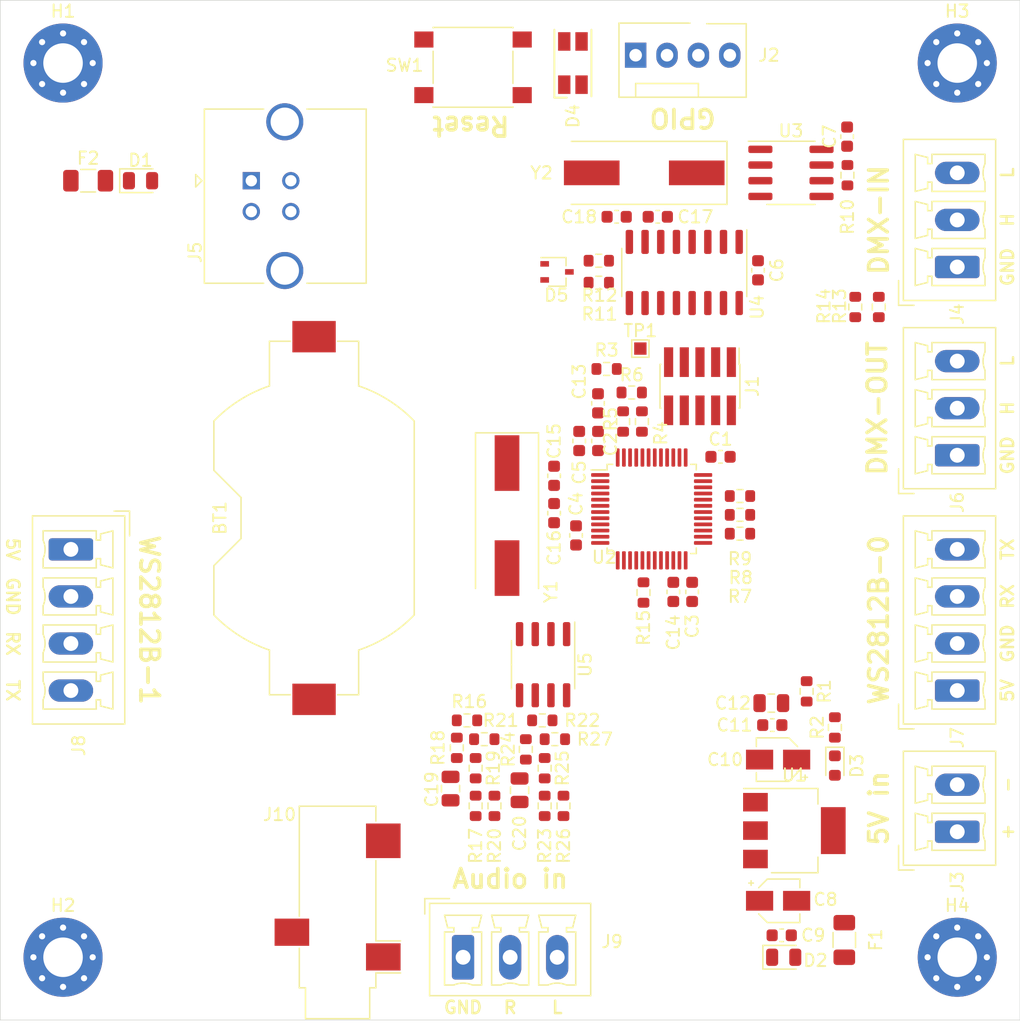
<source format=kicad_pcb>
(kicad_pcb (version 20171130) (host pcbnew 5.1.7)

  (general
    (thickness 1.6)
    (drawings 31)
    (tracks 0)
    (zones 0)
    (modules 78)
    (nets 78)
  )

  (page A4)
  (layers
    (0 F.Cu signal)
    (31 B.Cu signal)
    (32 B.Adhes user)
    (33 F.Adhes user)
    (34 B.Paste user)
    (35 F.Paste user)
    (36 B.SilkS user)
    (37 F.SilkS user)
    (38 B.Mask user)
    (39 F.Mask user)
    (40 Dwgs.User user)
    (41 Cmts.User user)
    (42 Eco1.User user)
    (43 Eco2.User user)
    (44 Edge.Cuts user)
    (45 Margin user)
    (46 B.CrtYd user)
    (47 F.CrtYd user)
    (48 B.Fab user)
    (49 F.Fab user hide)
  )

  (setup
    (last_trace_width 0.15)
    (trace_clearance 0.15)
    (zone_clearance 0.508)
    (zone_45_only no)
    (trace_min 0.15)
    (via_size 0.4)
    (via_drill 0.2)
    (via_min_size 0.35)
    (via_min_drill 0.2)
    (uvia_size 0.3)
    (uvia_drill 0.1)
    (uvias_allowed no)
    (uvia_min_size 0.2)
    (uvia_min_drill 0.1)
    (edge_width 0.05)
    (segment_width 0.2)
    (pcb_text_width 0.3)
    (pcb_text_size 1.5 1.5)
    (mod_edge_width 0.12)
    (mod_text_size 1 1)
    (mod_text_width 0.15)
    (pad_size 1.524 1.524)
    (pad_drill 0.762)
    (pad_to_mask_clearance 0)
    (aux_axis_origin 0 0)
    (visible_elements FFFFFF7F)
    (pcbplotparams
      (layerselection 0x010fc_ffffffff)
      (usegerberextensions false)
      (usegerberattributes true)
      (usegerberadvancedattributes true)
      (creategerberjobfile true)
      (excludeedgelayer true)
      (linewidth 0.100000)
      (plotframeref false)
      (viasonmask false)
      (mode 1)
      (useauxorigin false)
      (hpglpennumber 1)
      (hpglpenspeed 20)
      (hpglpendiameter 15.000000)
      (psnegative false)
      (psa4output false)
      (plotreference true)
      (plotvalue true)
      (plotinvisibletext false)
      (padsonsilk false)
      (subtractmaskfromsilk false)
      (outputformat 1)
      (mirror false)
      (drillshape 1)
      (scaleselection 1)
      (outputdirectory ""))
  )

  (net 0 "")
  (net 1 +BATT)
  (net 2 GND)
  (net 3 +3V3)
  (net 4 VDDA)
  (net 5 +5V)
  (net 6 /cpu/RST_N)
  (net 7 "Net-(C14-Pad1)")
  (net 8 /cpu/XTAL0)
  (net 9 /cpu/XTAL1)
  (net 10 "Net-(C17-Pad1)")
  (net 11 "Net-(C18-Pad1)")
  (net 12 /io/AUDIO_IN_L)
  (net 13 "Net-(C19-Pad1)")
  (net 14 "Net-(C20-Pad1)")
  (net 15 /io/AUDIO_IN_R)
  (net 16 VBUS)
  (net 17 "Net-(D3-Pad1)")
  (net 18 "Net-(D5-Pad1)")
  (net 19 "Net-(D5-Pad2)")
  (net 20 VIN)
  (net 21 /cpu/JTMS)
  (net 22 /cpu/JTCK)
  (net 23 /cpu/JTDO)
  (net 24 "Net-(J1-Pad7)")
  (net 25 /cpu/JTDI)
  (net 26 "Net-(J1-Pad10)")
  (net 27 /cpu/PA9)
  (net 28 /cpu/PA8)
  (net 29 /io/DMXL)
  (net 30 /io/DMXH)
  (net 31 "Net-(J6-Pad2)")
  (net 32 /cpu/WS0_TX)
  (net 33 /cpu/WS0_RX)
  (net 34 /cpu/WS1_RX)
  (net 35 /cpu/WS1_TX)
  (net 36 "Net-(R4-Pad1)")
  (net 37 "Net-(R5-Pad1)")
  (net 38 "Net-(R7-Pad1)")
  (net 39 "Net-(R8-Pad1)")
  (net 40 "Net-(D4-Pad3)")
  (net 41 "Net-(R9-Pad1)")
  (net 42 "Net-(D4-Pad2)")
  (net 43 /io/USB_DP)
  (net 44 /io/USB_DM)
  (net 45 "Net-(R16-Pad2)")
  (net 46 /cpu/AUDIO_L)
  (net 47 "Net-(R19-Pad1)")
  (net 48 "Net-(R22-Pad2)")
  (net 49 /cpu/AUDIO_R)
  (net 50 "Net-(R25-Pad1)")
  (net 51 /cpu/JTRST_N)
  (net 52 "Net-(U2-Pad2)")
  (net 53 "Net-(U2-Pad3)")
  (net 54 "Net-(U2-Pad4)")
  (net 55 /cpu/DMX_RE)
  (net 56 /cpu/DMX_DE)
  (net 57 /cpu/DMX_DI)
  (net 58 /cpu/DMX_RO)
  (net 59 "Net-(U2-Pad18)")
  (net 60 "Net-(U2-Pad19)")
  (net 61 "Net-(U2-Pad20)")
  (net 62 "Net-(U2-Pad21)")
  (net 63 "Net-(U2-Pad25)")
  (net 64 "Net-(U2-Pad32)")
  (net 65 "Net-(U2-Pad41)")
  (net 66 /cpu/CONTROL_UART_OUT)
  (net 67 /cpu/CONTROL_UART_IN)
  (net 68 /cpu/CONTROL_UART_RST)
  (net 69 "Net-(U4-Pad9)")
  (net 70 "Net-(U4-Pad10)")
  (net 71 "Net-(U4-Pad11)")
  (net 72 "Net-(U4-Pad12)")
  (net 73 "Net-(U4-Pad14)")
  (net 74 "Net-(U4-Pad15)")
  (net 75 "Net-(D4-Pad1)")
  (net 76 "Net-(D1-Pad1)")
  (net 77 "Net-(J6-Pad3)")

  (net_class Default "This is the default net class."
    (clearance 0.15)
    (trace_width 0.15)
    (via_dia 0.4)
    (via_drill 0.2)
    (uvia_dia 0.3)
    (uvia_drill 0.1)
    (add_net /cpu/AUDIO_L)
    (add_net /cpu/AUDIO_R)
    (add_net /cpu/CONTROL_UART_IN)
    (add_net /cpu/CONTROL_UART_OUT)
    (add_net /cpu/CONTROL_UART_RST)
    (add_net /cpu/DMX_DE)
    (add_net /cpu/DMX_DI)
    (add_net /cpu/DMX_RE)
    (add_net /cpu/DMX_RO)
    (add_net /cpu/JTCK)
    (add_net /cpu/JTDI)
    (add_net /cpu/JTDO)
    (add_net /cpu/JTMS)
    (add_net /cpu/JTRST_N)
    (add_net /cpu/PA8)
    (add_net /cpu/PA9)
    (add_net /cpu/RST_N)
    (add_net /cpu/WS0_RX)
    (add_net /cpu/WS0_TX)
    (add_net /cpu/WS1_RX)
    (add_net /cpu/WS1_TX)
    (add_net /cpu/XTAL0)
    (add_net /cpu/XTAL1)
    (add_net /io/AUDIO_IN_L)
    (add_net /io/AUDIO_IN_R)
    (add_net /io/DMXH)
    (add_net /io/DMXL)
    (add_net /io/USB_DM)
    (add_net /io/USB_DP)
    (add_net "Net-(C14-Pad1)")
    (add_net "Net-(C17-Pad1)")
    (add_net "Net-(C18-Pad1)")
    (add_net "Net-(C19-Pad1)")
    (add_net "Net-(C20-Pad1)")
    (add_net "Net-(D1-Pad1)")
    (add_net "Net-(D3-Pad1)")
    (add_net "Net-(D4-Pad1)")
    (add_net "Net-(D4-Pad2)")
    (add_net "Net-(D4-Pad3)")
    (add_net "Net-(D5-Pad1)")
    (add_net "Net-(D5-Pad2)")
    (add_net "Net-(J1-Pad10)")
    (add_net "Net-(J1-Pad7)")
    (add_net "Net-(J6-Pad2)")
    (add_net "Net-(J6-Pad3)")
    (add_net "Net-(R16-Pad2)")
    (add_net "Net-(R19-Pad1)")
    (add_net "Net-(R22-Pad2)")
    (add_net "Net-(R25-Pad1)")
    (add_net "Net-(R4-Pad1)")
    (add_net "Net-(R5-Pad1)")
    (add_net "Net-(R7-Pad1)")
    (add_net "Net-(R8-Pad1)")
    (add_net "Net-(R9-Pad1)")
    (add_net "Net-(U2-Pad18)")
    (add_net "Net-(U2-Pad19)")
    (add_net "Net-(U2-Pad2)")
    (add_net "Net-(U2-Pad20)")
    (add_net "Net-(U2-Pad21)")
    (add_net "Net-(U2-Pad25)")
    (add_net "Net-(U2-Pad3)")
    (add_net "Net-(U2-Pad32)")
    (add_net "Net-(U2-Pad4)")
    (add_net "Net-(U2-Pad41)")
    (add_net "Net-(U4-Pad10)")
    (add_net "Net-(U4-Pad11)")
    (add_net "Net-(U4-Pad12)")
    (add_net "Net-(U4-Pad14)")
    (add_net "Net-(U4-Pad15)")
    (add_net "Net-(U4-Pad9)")
  )

  (net_class "High Power" ""
    (clearance 0.2)
    (trace_width 1.8)
    (via_dia 1)
    (via_drill 0.7)
    (uvia_dia 0.3)
    (uvia_drill 0.1)
    (add_net +5V)
    (add_net GND)
    (add_net VBUS)
    (add_net VIN)
  )

  (net_class Power ""
    (clearance 0.2)
    (trace_width 0.25)
    (via_dia 0.8)
    (via_drill 0.4)
    (uvia_dia 0.3)
    (uvia_drill 0.1)
    (add_net +3V3)
    (add_net +BATT)
    (add_net VDDA)
  )

  (module MountingHole:MountingHole_3.2mm_M3_Pad_Via (layer F.Cu) (tedit 56DDBCCA) (tstamp 5F9A6722)
    (at 176.53 125.73)
    (descr "Mounting Hole 3.2mm, M3")
    (tags "mounting hole 3.2mm m3")
    (path /5FA07300)
    (attr virtual)
    (fp_text reference H4 (at 0 -4.2) (layer F.SilkS)
      (effects (font (size 1 1) (thickness 0.15)))
    )
    (fp_text value GND (at 0 4.2) (layer F.Fab)
      (effects (font (size 1 1) (thickness 0.15)))
    )
    (fp_text user %R (at 0.3 0) (layer F.Fab)
      (effects (font (size 1 1) (thickness 0.15)))
    )
    (fp_circle (center 0 0) (end 3.2 0) (layer Cmts.User) (width 0.15))
    (fp_circle (center 0 0) (end 3.45 0) (layer F.CrtYd) (width 0.05))
    (pad 1 thru_hole circle (at 1.697056 -1.697056) (size 0.8 0.8) (drill 0.5) (layers *.Cu *.Mask)
      (net 2 GND))
    (pad 1 thru_hole circle (at 0 -2.4) (size 0.8 0.8) (drill 0.5) (layers *.Cu *.Mask)
      (net 2 GND))
    (pad 1 thru_hole circle (at -1.697056 -1.697056) (size 0.8 0.8) (drill 0.5) (layers *.Cu *.Mask)
      (net 2 GND))
    (pad 1 thru_hole circle (at -2.4 0) (size 0.8 0.8) (drill 0.5) (layers *.Cu *.Mask)
      (net 2 GND))
    (pad 1 thru_hole circle (at -1.697056 1.697056) (size 0.8 0.8) (drill 0.5) (layers *.Cu *.Mask)
      (net 2 GND))
    (pad 1 thru_hole circle (at 0 2.4) (size 0.8 0.8) (drill 0.5) (layers *.Cu *.Mask)
      (net 2 GND))
    (pad 1 thru_hole circle (at 1.697056 1.697056) (size 0.8 0.8) (drill 0.5) (layers *.Cu *.Mask)
      (net 2 GND))
    (pad 1 thru_hole circle (at 2.4 0) (size 0.8 0.8) (drill 0.5) (layers *.Cu *.Mask)
      (net 2 GND))
    (pad 1 thru_hole circle (at 0 0) (size 6.4 6.4) (drill 3.2) (layers *.Cu *.Mask)
      (net 2 GND))
  )

  (module MountingHole:MountingHole_3.2mm_M3_Pad_Via (layer F.Cu) (tedit 56DDBCCA) (tstamp 5F9A6712)
    (at 176.53 53.34)
    (descr "Mounting Hole 3.2mm, M3")
    (tags "mounting hole 3.2mm m3")
    (path /5FA072AD)
    (attr virtual)
    (fp_text reference H3 (at 0 -4.2) (layer F.SilkS)
      (effects (font (size 1 1) (thickness 0.15)))
    )
    (fp_text value GND (at 0 4.2) (layer F.Fab)
      (effects (font (size 1 1) (thickness 0.15)))
    )
    (fp_text user %R (at 0.3 0) (layer F.Fab)
      (effects (font (size 1 1) (thickness 0.15)))
    )
    (fp_circle (center 0 0) (end 3.2 0) (layer Cmts.User) (width 0.15))
    (fp_circle (center 0 0) (end 3.45 0) (layer F.CrtYd) (width 0.05))
    (pad 1 thru_hole circle (at 1.697056 -1.697056) (size 0.8 0.8) (drill 0.5) (layers *.Cu *.Mask)
      (net 2 GND))
    (pad 1 thru_hole circle (at 0 -2.4) (size 0.8 0.8) (drill 0.5) (layers *.Cu *.Mask)
      (net 2 GND))
    (pad 1 thru_hole circle (at -1.697056 -1.697056) (size 0.8 0.8) (drill 0.5) (layers *.Cu *.Mask)
      (net 2 GND))
    (pad 1 thru_hole circle (at -2.4 0) (size 0.8 0.8) (drill 0.5) (layers *.Cu *.Mask)
      (net 2 GND))
    (pad 1 thru_hole circle (at -1.697056 1.697056) (size 0.8 0.8) (drill 0.5) (layers *.Cu *.Mask)
      (net 2 GND))
    (pad 1 thru_hole circle (at 0 2.4) (size 0.8 0.8) (drill 0.5) (layers *.Cu *.Mask)
      (net 2 GND))
    (pad 1 thru_hole circle (at 1.697056 1.697056) (size 0.8 0.8) (drill 0.5) (layers *.Cu *.Mask)
      (net 2 GND))
    (pad 1 thru_hole circle (at 2.4 0) (size 0.8 0.8) (drill 0.5) (layers *.Cu *.Mask)
      (net 2 GND))
    (pad 1 thru_hole circle (at 0 0) (size 6.4 6.4) (drill 3.2) (layers *.Cu *.Mask)
      (net 2 GND))
  )

  (module MountingHole:MountingHole_3.2mm_M3_Pad_Via (layer F.Cu) (tedit 56DDBCCA) (tstamp 5F9A6702)
    (at 104.14 125.73)
    (descr "Mounting Hole 3.2mm, M3")
    (tags "mounting hole 3.2mm m3")
    (path /5FA05EAC)
    (attr virtual)
    (fp_text reference H2 (at 0 -4.2) (layer F.SilkS)
      (effects (font (size 1 1) (thickness 0.15)))
    )
    (fp_text value GND (at 0 4.2) (layer F.Fab)
      (effects (font (size 1 1) (thickness 0.15)))
    )
    (fp_text user %R (at 0.3 0) (layer F.Fab)
      (effects (font (size 1 1) (thickness 0.15)))
    )
    (fp_circle (center 0 0) (end 3.2 0) (layer Cmts.User) (width 0.15))
    (fp_circle (center 0 0) (end 3.45 0) (layer F.CrtYd) (width 0.05))
    (pad 1 thru_hole circle (at 1.697056 -1.697056) (size 0.8 0.8) (drill 0.5) (layers *.Cu *.Mask)
      (net 2 GND))
    (pad 1 thru_hole circle (at 0 -2.4) (size 0.8 0.8) (drill 0.5) (layers *.Cu *.Mask)
      (net 2 GND))
    (pad 1 thru_hole circle (at -1.697056 -1.697056) (size 0.8 0.8) (drill 0.5) (layers *.Cu *.Mask)
      (net 2 GND))
    (pad 1 thru_hole circle (at -2.4 0) (size 0.8 0.8) (drill 0.5) (layers *.Cu *.Mask)
      (net 2 GND))
    (pad 1 thru_hole circle (at -1.697056 1.697056) (size 0.8 0.8) (drill 0.5) (layers *.Cu *.Mask)
      (net 2 GND))
    (pad 1 thru_hole circle (at 0 2.4) (size 0.8 0.8) (drill 0.5) (layers *.Cu *.Mask)
      (net 2 GND))
    (pad 1 thru_hole circle (at 1.697056 1.697056) (size 0.8 0.8) (drill 0.5) (layers *.Cu *.Mask)
      (net 2 GND))
    (pad 1 thru_hole circle (at 2.4 0) (size 0.8 0.8) (drill 0.5) (layers *.Cu *.Mask)
      (net 2 GND))
    (pad 1 thru_hole circle (at 0 0) (size 6.4 6.4) (drill 3.2) (layers *.Cu *.Mask)
      (net 2 GND))
  )

  (module MountingHole:MountingHole_3.2mm_M3_Pad_Via (layer F.Cu) (tedit 56DDBCCA) (tstamp 5F9A66F2)
    (at 104.14 53.34)
    (descr "Mounting Hole 3.2mm, M3")
    (tags "mounting hole 3.2mm m3")
    (path /5FA03D83)
    (attr virtual)
    (fp_text reference H1 (at 0 -4.2) (layer F.SilkS)
      (effects (font (size 1 1) (thickness 0.15)))
    )
    (fp_text value GND (at 0 4.2) (layer F.Fab)
      (effects (font (size 1 1) (thickness 0.15)))
    )
    (fp_text user %R (at 0.3 0) (layer F.Fab)
      (effects (font (size 1 1) (thickness 0.15)))
    )
    (fp_circle (center 0 0) (end 3.2 0) (layer Cmts.User) (width 0.15))
    (fp_circle (center 0 0) (end 3.45 0) (layer F.CrtYd) (width 0.05))
    (pad 1 thru_hole circle (at 1.697056 -1.697056) (size 0.8 0.8) (drill 0.5) (layers *.Cu *.Mask)
      (net 2 GND))
    (pad 1 thru_hole circle (at 0 -2.4) (size 0.8 0.8) (drill 0.5) (layers *.Cu *.Mask)
      (net 2 GND))
    (pad 1 thru_hole circle (at -1.697056 -1.697056) (size 0.8 0.8) (drill 0.5) (layers *.Cu *.Mask)
      (net 2 GND))
    (pad 1 thru_hole circle (at -2.4 0) (size 0.8 0.8) (drill 0.5) (layers *.Cu *.Mask)
      (net 2 GND))
    (pad 1 thru_hole circle (at -1.697056 1.697056) (size 0.8 0.8) (drill 0.5) (layers *.Cu *.Mask)
      (net 2 GND))
    (pad 1 thru_hole circle (at 0 2.4) (size 0.8 0.8) (drill 0.5) (layers *.Cu *.Mask)
      (net 2 GND))
    (pad 1 thru_hole circle (at 1.697056 1.697056) (size 0.8 0.8) (drill 0.5) (layers *.Cu *.Mask)
      (net 2 GND))
    (pad 1 thru_hole circle (at 2.4 0) (size 0.8 0.8) (drill 0.5) (layers *.Cu *.Mask)
      (net 2 GND))
    (pad 1 thru_hole circle (at 0 0) (size 6.4 6.4) (drill 3.2) (layers *.Cu *.Mask)
      (net 2 GND))
  )

  (module TestPoint:TestPoint_Pad_1.0x1.0mm (layer F.Cu) (tedit 5A0F774F) (tstamp 5F96296C)
    (at 150.876 76.454)
    (descr "SMD rectangular pad as test Point, square 1.0mm side length")
    (tags "test point SMD pad rectangle square")
    (path /5F7D680C/5FBCAC5C)
    (attr virtual)
    (fp_text reference TP1 (at 0 -1.448) (layer F.SilkS)
      (effects (font (size 1 1) (thickness 0.15)))
    )
    (fp_text value JTRST_N (at 0 1.55) (layer F.Fab)
      (effects (font (size 1 1) (thickness 0.15)))
    )
    (fp_text user %R (at 0 -1.45) (layer F.Fab)
      (effects (font (size 1 1) (thickness 0.15)))
    )
    (fp_line (start -0.7 -0.7) (end 0.7 -0.7) (layer F.SilkS) (width 0.12))
    (fp_line (start 0.7 -0.7) (end 0.7 0.7) (layer F.SilkS) (width 0.12))
    (fp_line (start 0.7 0.7) (end -0.7 0.7) (layer F.SilkS) (width 0.12))
    (fp_line (start -0.7 0.7) (end -0.7 -0.7) (layer F.SilkS) (width 0.12))
    (fp_line (start -1 -1) (end 1 -1) (layer F.CrtYd) (width 0.05))
    (fp_line (start -1 -1) (end -1 1) (layer F.CrtYd) (width 0.05))
    (fp_line (start 1 1) (end 1 -1) (layer F.CrtYd) (width 0.05))
    (fp_line (start 1 1) (end -1 1) (layer F.CrtYd) (width 0.05))
    (pad 1 smd rect (at 0 0) (size 1 1) (layers F.Cu F.Mask)
      (net 51 /cpu/JTRST_N))
  )

  (module Fuse:Fuse_1206_3216Metric (layer F.Cu) (tedit 5F68FEF1) (tstamp 5F95E9EB)
    (at 167.386 124.33 90)
    (descr "Fuse SMD 1206 (3216 Metric), square (rectangular) end terminal, IPC_7351 nominal, (Body size source: http://www.tortai-tech.com/upload/download/2011102023233369053.pdf), generated with kicad-footprint-generator")
    (tags fuse)
    (path /5F7CBB94/5FA5A327)
    (attr smd)
    (fp_text reference F1 (at 0 2.54 90) (layer F.SilkS)
      (effects (font (size 1 1) (thickness 0.15)))
    )
    (fp_text value 4A (at 0 1.82 90) (layer F.Fab)
      (effects (font (size 1 1) (thickness 0.15)))
    )
    (fp_text user %R (at 0 0 90) (layer F.Fab)
      (effects (font (size 0.8 0.8) (thickness 0.12)))
    )
    (fp_line (start -1.6 0.8) (end -1.6 -0.8) (layer F.Fab) (width 0.1))
    (fp_line (start -1.6 -0.8) (end 1.6 -0.8) (layer F.Fab) (width 0.1))
    (fp_line (start 1.6 -0.8) (end 1.6 0.8) (layer F.Fab) (width 0.1))
    (fp_line (start 1.6 0.8) (end -1.6 0.8) (layer F.Fab) (width 0.1))
    (fp_line (start -0.602064 -0.91) (end 0.602064 -0.91) (layer F.SilkS) (width 0.12))
    (fp_line (start -0.602064 0.91) (end 0.602064 0.91) (layer F.SilkS) (width 0.12))
    (fp_line (start -2.28 1.12) (end -2.28 -1.12) (layer F.CrtYd) (width 0.05))
    (fp_line (start -2.28 -1.12) (end 2.28 -1.12) (layer F.CrtYd) (width 0.05))
    (fp_line (start 2.28 -1.12) (end 2.28 1.12) (layer F.CrtYd) (width 0.05))
    (fp_line (start 2.28 1.12) (end -2.28 1.12) (layer F.CrtYd) (width 0.05))
    (pad 2 smd roundrect (at 1.4 0 90) (size 1.25 1.75) (layers F.Cu F.Paste F.Mask) (roundrect_rratio 0.2)
      (net 20 VIN))
    (pad 1 smd roundrect (at -1.4 0 90) (size 1.25 1.75) (layers F.Cu F.Paste F.Mask) (roundrect_rratio 0.2)
      (net 5 +5V))
    (model ${KISYS3DMOD}/Fuse.3dshapes/Fuse_1206_3216Metric.wrl
      (at (xyz 0 0 0))
      (scale (xyz 1 1 1))
      (rotate (xyz 0 0 0))
    )
  )

  (module Fuse:Fuse_1206_3216Metric (layer F.Cu) (tedit 5F68FEF1) (tstamp 5F99D657)
    (at 106.172 62.865)
    (descr "Fuse SMD 1206 (3216 Metric), square (rectangular) end terminal, IPC_7351 nominal, (Body size source: http://www.tortai-tech.com/upload/download/2011102023233369053.pdf), generated with kicad-footprint-generator")
    (tags fuse)
    (path /5F7CBB94/5F9DA91D)
    (attr smd)
    (fp_text reference F2 (at 0 -1.82) (layer F.SilkS)
      (effects (font (size 1 1) (thickness 0.15)))
    )
    (fp_text value 500mA (at 0 1.82) (layer F.Fab)
      (effects (font (size 1 1) (thickness 0.15)))
    )
    (fp_text user %R (at 0 0) (layer F.Fab)
      (effects (font (size 0.8 0.8) (thickness 0.12)))
    )
    (fp_line (start -1.6 0.8) (end -1.6 -0.8) (layer F.Fab) (width 0.1))
    (fp_line (start -1.6 -0.8) (end 1.6 -0.8) (layer F.Fab) (width 0.1))
    (fp_line (start 1.6 -0.8) (end 1.6 0.8) (layer F.Fab) (width 0.1))
    (fp_line (start 1.6 0.8) (end -1.6 0.8) (layer F.Fab) (width 0.1))
    (fp_line (start -0.602064 -0.91) (end 0.602064 -0.91) (layer F.SilkS) (width 0.12))
    (fp_line (start -0.602064 0.91) (end 0.602064 0.91) (layer F.SilkS) (width 0.12))
    (fp_line (start -2.28 1.12) (end -2.28 -1.12) (layer F.CrtYd) (width 0.05))
    (fp_line (start -2.28 -1.12) (end 2.28 -1.12) (layer F.CrtYd) (width 0.05))
    (fp_line (start 2.28 -1.12) (end 2.28 1.12) (layer F.CrtYd) (width 0.05))
    (fp_line (start 2.28 1.12) (end -2.28 1.12) (layer F.CrtYd) (width 0.05))
    (pad 2 smd roundrect (at 1.4 0) (size 1.25 1.75) (layers F.Cu F.Paste F.Mask) (roundrect_rratio 0.2)
      (net 76 "Net-(D1-Pad1)"))
    (pad 1 smd roundrect (at -1.4 0) (size 1.25 1.75) (layers F.Cu F.Paste F.Mask) (roundrect_rratio 0.2)
      (net 5 +5V))
    (model ${KISYS3DMOD}/Fuse.3dshapes/Fuse_1206_3216Metric.wrl
      (at (xyz 0 0 0))
      (scale (xyz 1 1 1))
      (rotate (xyz 0 0 0))
    )
  )

  (module Battery:BatteryHolder_Keystone_1058_1x2032 (layer F.Cu) (tedit 589EE147) (tstamp 5F95E812)
    (at 124.46 90.17 270)
    (descr http://www.keyelco.com/product-pdf.cfm?p=14028)
    (tags "Keystone type 1058 coin cell retainer")
    (path /5F7CBB94/5F7D3481)
    (attr smd)
    (fp_text reference BT1 (at 0 7.62 90) (layer F.SilkS)
      (effects (font (size 1 1) (thickness 0.15)))
    )
    (fp_text value CR2032 (at 0 -9.398 90) (layer F.Fab)
      (effects (font (size 1 1) (thickness 0.15)))
    )
    (fp_line (start 11.06 4.11) (end 16.45 4.11) (layer F.CrtYd) (width 0.05))
    (fp_line (start 16.45 4.11) (end 16.45 -4.11) (layer F.CrtYd) (width 0.05))
    (fp_line (start 16.45 -4.11) (end 11.06 -4.11) (layer F.CrtYd) (width 0.05))
    (fp_line (start -16.45 -4.11) (end -11.06 -4.11) (layer F.CrtYd) (width 0.05))
    (fp_line (start -16.45 -4.11) (end -16.45 4.11) (layer F.CrtYd) (width 0.05))
    (fp_line (start -16.45 4.11) (end -11.06 4.11) (layer F.CrtYd) (width 0.05))
    (fp_line (start -14.31 1.9) (end -14.31 3.61) (layer F.SilkS) (width 0.12))
    (fp_line (start -10.692 3.61) (end -14.31 3.61) (layer F.SilkS) (width 0.12))
    (fp_line (start -3.86 8.11) (end -7.8473 8.11) (layer F.SilkS) (width 0.12))
    (fp_line (start -1.66 5.91) (end -3.86 8.11) (layer F.SilkS) (width 0.12))
    (fp_line (start 1.66 5.91) (end -1.66 5.91) (layer F.SilkS) (width 0.12))
    (fp_line (start 1.66 5.91) (end 3.86 8.11) (layer F.SilkS) (width 0.12))
    (fp_line (start 7.8473 8.11) (end 3.86 8.11) (layer F.SilkS) (width 0.12))
    (fp_line (start 14.31 1.9) (end 14.31 3.61) (layer F.SilkS) (width 0.12))
    (fp_line (start 14.31 3.61) (end 10.692 3.61) (layer F.SilkS) (width 0.12))
    (fp_line (start 10.692 -3.61) (end 14.31 -3.61) (layer F.SilkS) (width 0.12))
    (fp_line (start 14.31 -1.9) (end 14.31 -3.61) (layer F.SilkS) (width 0.12))
    (fp_line (start -7.8473 -8.11) (end 7.8473 -8.11) (layer F.SilkS) (width 0.12))
    (fp_line (start -14.31 -1.9) (end -14.31 -3.61) (layer F.SilkS) (width 0.12))
    (fp_line (start -14.31 -3.61) (end -10.692 -3.61) (layer F.SilkS) (width 0.12))
    (fp_line (start 14.2 1.9) (end 14.2 3.5) (layer F.Fab) (width 0.1))
    (fp_line (start 14.2 3.5) (end 10.61275 3.5) (layer F.Fab) (width 0.1))
    (fp_line (start 10.61275 -3.5) (end 14.2 -3.5) (layer F.Fab) (width 0.1))
    (fp_line (start 14.2 -3.5) (end 14.2 -1.9) (layer F.Fab) (width 0.1))
    (fp_line (start -14.2 1.9) (end -14.2 3.5) (layer F.Fab) (width 0.1))
    (fp_line (start -14.2 3.5) (end -10.61275 3.5) (layer F.Fab) (width 0.1))
    (fp_line (start 3.9 8) (end 7.8026 8) (layer F.Fab) (width 0.1))
    (fp_line (start 1.7 5.8) (end 3.9 8) (layer F.Fab) (width 0.1))
    (fp_line (start -1.7 5.8) (end -3.9 8) (layer F.Fab) (width 0.1))
    (fp_line (start -1.7 5.8) (end 1.7 5.8) (layer F.Fab) (width 0.1))
    (fp_line (start -14.2 -3.5) (end -10.61275 -3.5) (layer F.Fab) (width 0.1))
    (fp_line (start -14.2 -3.5) (end -14.2 -1.9) (layer F.Fab) (width 0.1))
    (fp_line (start -3.9 8) (end -7.8026 8) (layer F.Fab) (width 0.1))
    (fp_line (start -7.8026 -8) (end 7.8026 -8) (layer F.Fab) (width 0.1))
    (fp_circle (center 0 0) (end 10 0) (layer Dwgs.User) (width 0.15))
    (fp_text user %R (at 0 0 90) (layer F.Fab)
      (effects (font (size 1 1) (thickness 0.15)))
    )
    (fp_arc (start 0 0) (end 11.06 4.11) (angle 139.2) (layer F.CrtYd) (width 0.05))
    (fp_arc (start 0 0) (end -11.06 -4.11) (angle 139.2) (layer F.CrtYd) (width 0.05))
    (fp_arc (start 0 0) (end -10.692 3.61) (angle -27.3) (layer F.SilkS) (width 0.12))
    (fp_arc (start 0 0) (end 10.692 -3.61) (angle -27.3) (layer F.SilkS) (width 0.12))
    (fp_arc (start 0 0) (end 10.692 3.61) (angle 27.3) (layer F.SilkS) (width 0.12))
    (fp_arc (start 0 0) (end -10.692 -3.61) (angle 27.3) (layer F.SilkS) (width 0.12))
    (fp_arc (start 0 0) (end -10.61275 3.5) (angle -27.4635) (layer F.Fab) (width 0.1))
    (fp_arc (start 0 0) (end 10.61275 -3.5) (angle -27.4635) (layer F.Fab) (width 0.1))
    (fp_arc (start 0 0) (end 10.61275 3.5) (angle 27.4635) (layer F.Fab) (width 0.1))
    (fp_arc (start 0 0) (end -10.61275 -3.5) (angle 27.4635) (layer F.Fab) (width 0.1))
    (pad 1 smd rect (at -14.68 0 270) (size 2.54 3.51) (layers F.Cu F.Paste F.Mask)
      (net 1 +BATT))
    (pad 2 smd rect (at 14.68 0 270) (size 2.54 3.51) (layers F.Cu F.Paste F.Mask)
      (net 2 GND))
    (model ${KISYS3DMOD}/Battery.3dshapes/BatteryHolder_Keystone_1058_1x2032.wrl
      (at (xyz 0 0 0))
      (scale (xyz 1 1 1))
      (rotate (xyz 0 0 0))
    )
  )

  (module Capacitor_SMD:C_0603_1608Metric (layer F.Cu) (tedit 5F68FEEE) (tstamp 5F95E823)
    (at 157.366 85.217)
    (descr "Capacitor SMD 0603 (1608 Metric), square (rectangular) end terminal, IPC_7351 nominal, (Body size source: IPC-SM-782 page 76, https://www.pcb-3d.com/wordpress/wp-content/uploads/ipc-sm-782a_amendment_1_and_2.pdf), generated with kicad-footprint-generator")
    (tags capacitor)
    (path /5F7CBB94/5F7E167B)
    (attr smd)
    (fp_text reference C1 (at 0 -1.43) (layer F.SilkS)
      (effects (font (size 1 1) (thickness 0.15)))
    )
    (fp_text value 100n (at 0 1.43) (layer F.Fab)
      (effects (font (size 1 1) (thickness 0.15)))
    )
    (fp_line (start -0.8 0.4) (end -0.8 -0.4) (layer F.Fab) (width 0.1))
    (fp_line (start -0.8 -0.4) (end 0.8 -0.4) (layer F.Fab) (width 0.1))
    (fp_line (start 0.8 -0.4) (end 0.8 0.4) (layer F.Fab) (width 0.1))
    (fp_line (start 0.8 0.4) (end -0.8 0.4) (layer F.Fab) (width 0.1))
    (fp_line (start -0.14058 -0.51) (end 0.14058 -0.51) (layer F.SilkS) (width 0.12))
    (fp_line (start -0.14058 0.51) (end 0.14058 0.51) (layer F.SilkS) (width 0.12))
    (fp_line (start -1.48 0.73) (end -1.48 -0.73) (layer F.CrtYd) (width 0.05))
    (fp_line (start -1.48 -0.73) (end 1.48 -0.73) (layer F.CrtYd) (width 0.05))
    (fp_line (start 1.48 -0.73) (end 1.48 0.73) (layer F.CrtYd) (width 0.05))
    (fp_line (start 1.48 0.73) (end -1.48 0.73) (layer F.CrtYd) (width 0.05))
    (fp_text user %R (at 0 0) (layer F.Fab)
      (effects (font (size 0.4 0.4) (thickness 0.06)))
    )
    (pad 1 smd roundrect (at -0.775 0) (size 0.9 0.95) (layers F.Cu F.Paste F.Mask) (roundrect_rratio 0.25)
      (net 3 +3V3))
    (pad 2 smd roundrect (at 0.775 0) (size 0.9 0.95) (layers F.Cu F.Paste F.Mask) (roundrect_rratio 0.25)
      (net 2 GND))
    (model ${KISYS3DMOD}/Capacitor_SMD.3dshapes/C_0603_1608Metric.wrl
      (at (xyz 0 0 0))
      (scale (xyz 1 1 1))
      (rotate (xyz 0 0 0))
    )
  )

  (module Capacitor_SMD:C_0603_1608Metric (layer F.Cu) (tedit 5F68FEEE) (tstamp 5F95E834)
    (at 147.447 83.934 90)
    (descr "Capacitor SMD 0603 (1608 Metric), square (rectangular) end terminal, IPC_7351 nominal, (Body size source: IPC-SM-782 page 76, https://www.pcb-3d.com/wordpress/wp-content/uploads/ipc-sm-782a_amendment_1_and_2.pdf), generated with kicad-footprint-generator")
    (tags capacitor)
    (path /5F7CBB94/5F7D34D6)
    (attr smd)
    (fp_text reference C2 (at -0.267 1.016 90) (layer F.SilkS)
      (effects (font (size 1 1) (thickness 0.15)))
    )
    (fp_text value 100n (at 0 1.43 90) (layer F.Fab)
      (effects (font (size 1 1) (thickness 0.15)))
    )
    (fp_line (start -0.8 0.4) (end -0.8 -0.4) (layer F.Fab) (width 0.1))
    (fp_line (start -0.8 -0.4) (end 0.8 -0.4) (layer F.Fab) (width 0.1))
    (fp_line (start 0.8 -0.4) (end 0.8 0.4) (layer F.Fab) (width 0.1))
    (fp_line (start 0.8 0.4) (end -0.8 0.4) (layer F.Fab) (width 0.1))
    (fp_line (start -0.14058 -0.51) (end 0.14058 -0.51) (layer F.SilkS) (width 0.12))
    (fp_line (start -0.14058 0.51) (end 0.14058 0.51) (layer F.SilkS) (width 0.12))
    (fp_line (start -1.48 0.73) (end -1.48 -0.73) (layer F.CrtYd) (width 0.05))
    (fp_line (start -1.48 -0.73) (end 1.48 -0.73) (layer F.CrtYd) (width 0.05))
    (fp_line (start 1.48 -0.73) (end 1.48 0.73) (layer F.CrtYd) (width 0.05))
    (fp_line (start 1.48 0.73) (end -1.48 0.73) (layer F.CrtYd) (width 0.05))
    (fp_text user %R (at 0 0 90) (layer F.Fab)
      (effects (font (size 0.4 0.4) (thickness 0.06)))
    )
    (pad 1 smd roundrect (at -0.775 0 90) (size 0.9 0.95) (layers F.Cu F.Paste F.Mask) (roundrect_rratio 0.25)
      (net 3 +3V3))
    (pad 2 smd roundrect (at 0.775 0 90) (size 0.9 0.95) (layers F.Cu F.Paste F.Mask) (roundrect_rratio 0.25)
      (net 2 GND))
    (model ${KISYS3DMOD}/Capacitor_SMD.3dshapes/C_0603_1608Metric.wrl
      (at (xyz 0 0 0))
      (scale (xyz 1 1 1))
      (rotate (xyz 0 0 0))
    )
  )

  (module Capacitor_SMD:C_0603_1608Metric (layer F.Cu) (tedit 5F68FEEE) (tstamp 5F95E845)
    (at 155.067 96.152 270)
    (descr "Capacitor SMD 0603 (1608 Metric), square (rectangular) end terminal, IPC_7351 nominal, (Body size source: IPC-SM-782 page 76, https://www.pcb-3d.com/wordpress/wp-content/uploads/ipc-sm-782a_amendment_1_and_2.pdf), generated with kicad-footprint-generator")
    (tags capacitor)
    (path /5F7CBB94/5F7D34DC)
    (attr smd)
    (fp_text reference C3 (at 2.781 0 90) (layer F.SilkS)
      (effects (font (size 1 1) (thickness 0.15)))
    )
    (fp_text value 100n (at 0 1.43 90) (layer F.Fab)
      (effects (font (size 1 1) (thickness 0.15)))
    )
    (fp_line (start 1.48 0.73) (end -1.48 0.73) (layer F.CrtYd) (width 0.05))
    (fp_line (start 1.48 -0.73) (end 1.48 0.73) (layer F.CrtYd) (width 0.05))
    (fp_line (start -1.48 -0.73) (end 1.48 -0.73) (layer F.CrtYd) (width 0.05))
    (fp_line (start -1.48 0.73) (end -1.48 -0.73) (layer F.CrtYd) (width 0.05))
    (fp_line (start -0.14058 0.51) (end 0.14058 0.51) (layer F.SilkS) (width 0.12))
    (fp_line (start -0.14058 -0.51) (end 0.14058 -0.51) (layer F.SilkS) (width 0.12))
    (fp_line (start 0.8 0.4) (end -0.8 0.4) (layer F.Fab) (width 0.1))
    (fp_line (start 0.8 -0.4) (end 0.8 0.4) (layer F.Fab) (width 0.1))
    (fp_line (start -0.8 -0.4) (end 0.8 -0.4) (layer F.Fab) (width 0.1))
    (fp_line (start -0.8 0.4) (end -0.8 -0.4) (layer F.Fab) (width 0.1))
    (fp_text user %R (at 0 0 90) (layer F.Fab)
      (effects (font (size 0.4 0.4) (thickness 0.06)))
    )
    (pad 2 smd roundrect (at 0.775 0 270) (size 0.9 0.95) (layers F.Cu F.Paste F.Mask) (roundrect_rratio 0.25)
      (net 2 GND))
    (pad 1 smd roundrect (at -0.775 0 270) (size 0.9 0.95) (layers F.Cu F.Paste F.Mask) (roundrect_rratio 0.25)
      (net 3 +3V3))
    (model ${KISYS3DMOD}/Capacitor_SMD.3dshapes/C_0603_1608Metric.wrl
      (at (xyz 0 0 0))
      (scale (xyz 1 1 1))
      (rotate (xyz 0 0 0))
    )
  )

  (module Capacitor_SMD:C_0603_1608Metric (layer F.Cu) (tedit 5F68FEEE) (tstamp 5F95E856)
    (at 145.669 91.58 270)
    (descr "Capacitor SMD 0603 (1608 Metric), square (rectangular) end terminal, IPC_7351 nominal, (Body size source: IPC-SM-782 page 76, https://www.pcb-3d.com/wordpress/wp-content/uploads/ipc-sm-782a_amendment_1_and_2.pdf), generated with kicad-footprint-generator")
    (tags capacitor)
    (path /5F7CBB94/5F7D34BF)
    (attr smd)
    (fp_text reference C4 (at -2.553 0 90) (layer F.SilkS)
      (effects (font (size 1 1) (thickness 0.15)))
    )
    (fp_text value 100n (at 0 1.43 90) (layer F.Fab)
      (effects (font (size 1 1) (thickness 0.15)))
    )
    (fp_line (start 1.48 0.73) (end -1.48 0.73) (layer F.CrtYd) (width 0.05))
    (fp_line (start 1.48 -0.73) (end 1.48 0.73) (layer F.CrtYd) (width 0.05))
    (fp_line (start -1.48 -0.73) (end 1.48 -0.73) (layer F.CrtYd) (width 0.05))
    (fp_line (start -1.48 0.73) (end -1.48 -0.73) (layer F.CrtYd) (width 0.05))
    (fp_line (start -0.14058 0.51) (end 0.14058 0.51) (layer F.SilkS) (width 0.12))
    (fp_line (start -0.14058 -0.51) (end 0.14058 -0.51) (layer F.SilkS) (width 0.12))
    (fp_line (start 0.8 0.4) (end -0.8 0.4) (layer F.Fab) (width 0.1))
    (fp_line (start 0.8 -0.4) (end 0.8 0.4) (layer F.Fab) (width 0.1))
    (fp_line (start -0.8 -0.4) (end 0.8 -0.4) (layer F.Fab) (width 0.1))
    (fp_line (start -0.8 0.4) (end -0.8 -0.4) (layer F.Fab) (width 0.1))
    (fp_text user %R (at 0 0 90) (layer F.Fab)
      (effects (font (size 0.4 0.4) (thickness 0.06)))
    )
    (pad 2 smd roundrect (at 0.775 0 270) (size 0.9 0.95) (layers F.Cu F.Paste F.Mask) (roundrect_rratio 0.25)
      (net 2 GND))
    (pad 1 smd roundrect (at -0.775 0 270) (size 0.9 0.95) (layers F.Cu F.Paste F.Mask) (roundrect_rratio 0.25)
      (net 4 VDDA))
    (model ${KISYS3DMOD}/Capacitor_SMD.3dshapes/C_0603_1608Metric.wrl
      (at (xyz 0 0 0))
      (scale (xyz 1 1 1))
      (rotate (xyz 0 0 0))
    )
  )

  (module Capacitor_SMD:C_0603_1608Metric (layer F.Cu) (tedit 5F68FEEE) (tstamp 5F95E867)
    (at 145.923 83.934 90)
    (descr "Capacitor SMD 0603 (1608 Metric), square (rectangular) end terminal, IPC_7351 nominal, (Body size source: IPC-SM-782 page 76, https://www.pcb-3d.com/wordpress/wp-content/uploads/ipc-sm-782a_amendment_1_and_2.pdf), generated with kicad-footprint-generator")
    (tags capacitor)
    (path /5F7CBB94/5F7D3495)
    (attr smd)
    (fp_text reference C5 (at -2.553 0 90) (layer F.SilkS)
      (effects (font (size 1 1) (thickness 0.15)))
    )
    (fp_text value 100n (at 0 1.43 90) (layer F.Fab)
      (effects (font (size 1 1) (thickness 0.15)))
    )
    (fp_line (start -0.8 0.4) (end -0.8 -0.4) (layer F.Fab) (width 0.1))
    (fp_line (start -0.8 -0.4) (end 0.8 -0.4) (layer F.Fab) (width 0.1))
    (fp_line (start 0.8 -0.4) (end 0.8 0.4) (layer F.Fab) (width 0.1))
    (fp_line (start 0.8 0.4) (end -0.8 0.4) (layer F.Fab) (width 0.1))
    (fp_line (start -0.14058 -0.51) (end 0.14058 -0.51) (layer F.SilkS) (width 0.12))
    (fp_line (start -0.14058 0.51) (end 0.14058 0.51) (layer F.SilkS) (width 0.12))
    (fp_line (start -1.48 0.73) (end -1.48 -0.73) (layer F.CrtYd) (width 0.05))
    (fp_line (start -1.48 -0.73) (end 1.48 -0.73) (layer F.CrtYd) (width 0.05))
    (fp_line (start 1.48 -0.73) (end 1.48 0.73) (layer F.CrtYd) (width 0.05))
    (fp_line (start 1.48 0.73) (end -1.48 0.73) (layer F.CrtYd) (width 0.05))
    (fp_text user %R (at 0 0 90) (layer F.Fab)
      (effects (font (size 0.4 0.4) (thickness 0.06)))
    )
    (pad 1 smd roundrect (at -0.775 0 90) (size 0.9 0.95) (layers F.Cu F.Paste F.Mask) (roundrect_rratio 0.25)
      (net 1 +BATT))
    (pad 2 smd roundrect (at 0.775 0 90) (size 0.9 0.95) (layers F.Cu F.Paste F.Mask) (roundrect_rratio 0.25)
      (net 2 GND))
    (model ${KISYS3DMOD}/Capacitor_SMD.3dshapes/C_0603_1608Metric.wrl
      (at (xyz 0 0 0))
      (scale (xyz 1 1 1))
      (rotate (xyz 0 0 0))
    )
  )

  (module Capacitor_SMD:C_0603_1608Metric (layer F.Cu) (tedit 5F68FEEE) (tstamp 5F95E878)
    (at 160.401 70.117 90)
    (descr "Capacitor SMD 0603 (1608 Metric), square (rectangular) end terminal, IPC_7351 nominal, (Body size source: IPC-SM-782 page 76, https://www.pcb-3d.com/wordpress/wp-content/uploads/ipc-sm-782a_amendment_1_and_2.pdf), generated with kicad-footprint-generator")
    (tags capacitor)
    (path /5F7CBB94/5F90151D)
    (attr smd)
    (fp_text reference C6 (at 0 1.524 90) (layer F.SilkS)
      (effects (font (size 1 1) (thickness 0.15)))
    )
    (fp_text value 100n (at 0 1.43 90) (layer F.Fab)
      (effects (font (size 1 1) (thickness 0.15)))
    )
    (fp_line (start 1.48 0.73) (end -1.48 0.73) (layer F.CrtYd) (width 0.05))
    (fp_line (start 1.48 -0.73) (end 1.48 0.73) (layer F.CrtYd) (width 0.05))
    (fp_line (start -1.48 -0.73) (end 1.48 -0.73) (layer F.CrtYd) (width 0.05))
    (fp_line (start -1.48 0.73) (end -1.48 -0.73) (layer F.CrtYd) (width 0.05))
    (fp_line (start -0.14058 0.51) (end 0.14058 0.51) (layer F.SilkS) (width 0.12))
    (fp_line (start -0.14058 -0.51) (end 0.14058 -0.51) (layer F.SilkS) (width 0.12))
    (fp_line (start 0.8 0.4) (end -0.8 0.4) (layer F.Fab) (width 0.1))
    (fp_line (start 0.8 -0.4) (end 0.8 0.4) (layer F.Fab) (width 0.1))
    (fp_line (start -0.8 -0.4) (end 0.8 -0.4) (layer F.Fab) (width 0.1))
    (fp_line (start -0.8 0.4) (end -0.8 -0.4) (layer F.Fab) (width 0.1))
    (fp_text user %R (at 0 0 90) (layer F.Fab)
      (effects (font (size 0.4 0.4) (thickness 0.06)))
    )
    (pad 2 smd roundrect (at 0.775 0 90) (size 0.9 0.95) (layers F.Cu F.Paste F.Mask) (roundrect_rratio 0.25)
      (net 2 GND))
    (pad 1 smd roundrect (at -0.775 0 90) (size 0.9 0.95) (layers F.Cu F.Paste F.Mask) (roundrect_rratio 0.25)
      (net 3 +3V3))
    (model ${KISYS3DMOD}/Capacitor_SMD.3dshapes/C_0603_1608Metric.wrl
      (at (xyz 0 0 0))
      (scale (xyz 1 1 1))
      (rotate (xyz 0 0 0))
    )
  )

  (module Capacitor_SMD:C_0603_1608Metric (layer F.Cu) (tedit 5F68FEEE) (tstamp 5F95E889)
    (at 167.614 59.296 90)
    (descr "Capacitor SMD 0603 (1608 Metric), square (rectangular) end terminal, IPC_7351 nominal, (Body size source: IPC-SM-782 page 76, https://www.pcb-3d.com/wordpress/wp-content/uploads/ipc-sm-782a_amendment_1_and_2.pdf), generated with kicad-footprint-generator")
    (tags capacitor)
    (path /5F7CBB94/5F8C1E0D)
    (attr smd)
    (fp_text reference C7 (at 0 -1.43 90) (layer F.SilkS)
      (effects (font (size 1 1) (thickness 0.15)))
    )
    (fp_text value 100n (at 0 1.43 90) (layer F.Fab)
      (effects (font (size 1 1) (thickness 0.15)))
    )
    (fp_line (start -0.8 0.4) (end -0.8 -0.4) (layer F.Fab) (width 0.1))
    (fp_line (start -0.8 -0.4) (end 0.8 -0.4) (layer F.Fab) (width 0.1))
    (fp_line (start 0.8 -0.4) (end 0.8 0.4) (layer F.Fab) (width 0.1))
    (fp_line (start 0.8 0.4) (end -0.8 0.4) (layer F.Fab) (width 0.1))
    (fp_line (start -0.14058 -0.51) (end 0.14058 -0.51) (layer F.SilkS) (width 0.12))
    (fp_line (start -0.14058 0.51) (end 0.14058 0.51) (layer F.SilkS) (width 0.12))
    (fp_line (start -1.48 0.73) (end -1.48 -0.73) (layer F.CrtYd) (width 0.05))
    (fp_line (start -1.48 -0.73) (end 1.48 -0.73) (layer F.CrtYd) (width 0.05))
    (fp_line (start 1.48 -0.73) (end 1.48 0.73) (layer F.CrtYd) (width 0.05))
    (fp_line (start 1.48 0.73) (end -1.48 0.73) (layer F.CrtYd) (width 0.05))
    (fp_text user %R (at 0 0 90) (layer F.Fab)
      (effects (font (size 0.4 0.4) (thickness 0.06)))
    )
    (pad 1 smd roundrect (at -0.775 0 90) (size 0.9 0.95) (layers F.Cu F.Paste F.Mask) (roundrect_rratio 0.25)
      (net 3 +3V3))
    (pad 2 smd roundrect (at 0.775 0 90) (size 0.9 0.95) (layers F.Cu F.Paste F.Mask) (roundrect_rratio 0.25)
      (net 2 GND))
    (model ${KISYS3DMOD}/Capacitor_SMD.3dshapes/C_0603_1608Metric.wrl
      (at (xyz 0 0 0))
      (scale (xyz 1 1 1))
      (rotate (xyz 0 0 0))
    )
  )

  (module Capacitor_SMD:CP_Elec_3x5.3 (layer F.Cu) (tedit 5B303299) (tstamp 5F95E8AD)
    (at 162.028 121.158)
    (descr "SMT capacitor, aluminium electrolytic, 3x5.3, Cornell Dubilier Electronics ")
    (tags "Capacitor Electrolytic")
    (path /5F7CBB94/5F7E4819)
    (attr smd)
    (fp_text reference C8 (at 3.834 -0.107001) (layer F.SilkS)
      (effects (font (size 1 1) (thickness 0.15)))
    )
    (fp_text value 4.7u (at 0 2.7) (layer F.Fab)
      (effects (font (size 1 1) (thickness 0.15)))
    )
    (fp_circle (center 0 0) (end 1.5 0) (layer F.Fab) (width 0.1))
    (fp_line (start 1.65 -1.65) (end 1.65 1.65) (layer F.Fab) (width 0.1))
    (fp_line (start -0.825 -1.65) (end 1.65 -1.65) (layer F.Fab) (width 0.1))
    (fp_line (start -0.825 1.65) (end 1.65 1.65) (layer F.Fab) (width 0.1))
    (fp_line (start -1.65 -0.825) (end -1.65 0.825) (layer F.Fab) (width 0.1))
    (fp_line (start -1.65 -0.825) (end -0.825 -1.65) (layer F.Fab) (width 0.1))
    (fp_line (start -1.65 0.825) (end -0.825 1.65) (layer F.Fab) (width 0.1))
    (fp_line (start -1.110469 -0.8) (end -0.810469 -0.8) (layer F.Fab) (width 0.1))
    (fp_line (start -0.960469 -0.95) (end -0.960469 -0.65) (layer F.Fab) (width 0.1))
    (fp_line (start 1.76 1.76) (end 1.76 1.06) (layer F.SilkS) (width 0.12))
    (fp_line (start 1.76 -1.76) (end 1.76 -1.06) (layer F.SilkS) (width 0.12))
    (fp_line (start -0.870563 -1.76) (end 1.76 -1.76) (layer F.SilkS) (width 0.12))
    (fp_line (start -0.870563 1.76) (end 1.76 1.76) (layer F.SilkS) (width 0.12))
    (fp_line (start -1.570563 -1.06) (end -0.870563 -1.76) (layer F.SilkS) (width 0.12))
    (fp_line (start -1.570563 1.06) (end -0.870563 1.76) (layer F.SilkS) (width 0.12))
    (fp_line (start -2.375 -1.435) (end -2 -1.435) (layer F.SilkS) (width 0.12))
    (fp_line (start -2.1875 -1.6225) (end -2.1875 -1.2475) (layer F.SilkS) (width 0.12))
    (fp_line (start 1.9 -1.9) (end 1.9 -1.05) (layer F.CrtYd) (width 0.05))
    (fp_line (start 1.9 -1.05) (end 2.85 -1.05) (layer F.CrtYd) (width 0.05))
    (fp_line (start 2.85 -1.05) (end 2.85 1.05) (layer F.CrtYd) (width 0.05))
    (fp_line (start 2.85 1.05) (end 1.9 1.05) (layer F.CrtYd) (width 0.05))
    (fp_line (start 1.9 1.05) (end 1.9 1.9) (layer F.CrtYd) (width 0.05))
    (fp_line (start -0.93 1.9) (end 1.9 1.9) (layer F.CrtYd) (width 0.05))
    (fp_line (start -0.93 -1.9) (end 1.9 -1.9) (layer F.CrtYd) (width 0.05))
    (fp_line (start -1.78 1.05) (end -0.93 1.9) (layer F.CrtYd) (width 0.05))
    (fp_line (start -1.78 -1.05) (end -0.93 -1.9) (layer F.CrtYd) (width 0.05))
    (fp_line (start -1.78 -1.05) (end -2.85 -1.05) (layer F.CrtYd) (width 0.05))
    (fp_line (start -2.85 -1.05) (end -2.85 1.05) (layer F.CrtYd) (width 0.05))
    (fp_line (start -2.85 1.05) (end -1.78 1.05) (layer F.CrtYd) (width 0.05))
    (fp_text user %R (at 0 0) (layer F.Fab)
      (effects (font (size 0.6 0.6) (thickness 0.09)))
    )
    (pad 1 smd rect (at -1.5 0) (size 2.2 1.6) (layers F.Cu F.Paste F.Mask)
      (net 5 +5V))
    (pad 2 smd rect (at 1.5 0) (size 2.2 1.6) (layers F.Cu F.Paste F.Mask)
      (net 2 GND))
    (model ${KISYS3DMOD}/Capacitor_SMD.3dshapes/CP_Elec_3x5.3.wrl
      (at (xyz 0 0 0))
      (scale (xyz 1 1 1))
      (rotate (xyz 0 0 0))
    )
  )

  (module Capacitor_SMD:C_0603_1608Metric (layer F.Cu) (tedit 5F68FEEE) (tstamp 5F95E8BE)
    (at 162.319 123.952)
    (descr "Capacitor SMD 0603 (1608 Metric), square (rectangular) end terminal, IPC_7351 nominal, (Body size source: IPC-SM-782 page 76, https://www.pcb-3d.com/wordpress/wp-content/uploads/ipc-sm-782a_amendment_1_and_2.pdf), generated with kicad-footprint-generator")
    (tags capacitor)
    (path /5F7CBB94/5F7D3455)
    (attr smd)
    (fp_text reference C9 (at 2.553 0) (layer F.SilkS)
      (effects (font (size 1 1) (thickness 0.15)))
    )
    (fp_text value 100n (at 0 1.43) (layer F.Fab)
      (effects (font (size 1 1) (thickness 0.15)))
    )
    (fp_line (start 1.48 0.73) (end -1.48 0.73) (layer F.CrtYd) (width 0.05))
    (fp_line (start 1.48 -0.73) (end 1.48 0.73) (layer F.CrtYd) (width 0.05))
    (fp_line (start -1.48 -0.73) (end 1.48 -0.73) (layer F.CrtYd) (width 0.05))
    (fp_line (start -1.48 0.73) (end -1.48 -0.73) (layer F.CrtYd) (width 0.05))
    (fp_line (start -0.14058 0.51) (end 0.14058 0.51) (layer F.SilkS) (width 0.12))
    (fp_line (start -0.14058 -0.51) (end 0.14058 -0.51) (layer F.SilkS) (width 0.12))
    (fp_line (start 0.8 0.4) (end -0.8 0.4) (layer F.Fab) (width 0.1))
    (fp_line (start 0.8 -0.4) (end 0.8 0.4) (layer F.Fab) (width 0.1))
    (fp_line (start -0.8 -0.4) (end 0.8 -0.4) (layer F.Fab) (width 0.1))
    (fp_line (start -0.8 0.4) (end -0.8 -0.4) (layer F.Fab) (width 0.1))
    (fp_text user %R (at 0 0) (layer F.Fab)
      (effects (font (size 0.4 0.4) (thickness 0.06)))
    )
    (pad 2 smd roundrect (at 0.775 0) (size 0.9 0.95) (layers F.Cu F.Paste F.Mask) (roundrect_rratio 0.25)
      (net 2 GND))
    (pad 1 smd roundrect (at -0.775 0) (size 0.9 0.95) (layers F.Cu F.Paste F.Mask) (roundrect_rratio 0.25)
      (net 5 +5V))
    (model ${KISYS3DMOD}/Capacitor_SMD.3dshapes/C_0603_1608Metric.wrl
      (at (xyz 0 0 0))
      (scale (xyz 1 1 1))
      (rotate (xyz 0 0 0))
    )
  )

  (module Capacitor_SMD:CP_Elec_3x5.3 (layer F.Cu) (tedit 5B303299) (tstamp 5F95E8E2)
    (at 162.028 109.728 180)
    (descr "SMT capacitor, aluminium electrolytic, 3x5.3, Cornell Dubilier Electronics ")
    (tags "Capacitor Electrolytic")
    (path /5F7CBB94/5F7E48E5)
    (attr smd)
    (fp_text reference C10 (at 4.294 0) (layer F.SilkS)
      (effects (font (size 1 1) (thickness 0.15)))
    )
    (fp_text value 4.7u (at 0 2.7) (layer F.Fab)
      (effects (font (size 1 1) (thickness 0.15)))
    )
    (fp_line (start -2.85 1.05) (end -1.78 1.05) (layer F.CrtYd) (width 0.05))
    (fp_line (start -2.85 -1.05) (end -2.85 1.05) (layer F.CrtYd) (width 0.05))
    (fp_line (start -1.78 -1.05) (end -2.85 -1.05) (layer F.CrtYd) (width 0.05))
    (fp_line (start -1.78 -1.05) (end -0.93 -1.9) (layer F.CrtYd) (width 0.05))
    (fp_line (start -1.78 1.05) (end -0.93 1.9) (layer F.CrtYd) (width 0.05))
    (fp_line (start -0.93 -1.9) (end 1.9 -1.9) (layer F.CrtYd) (width 0.05))
    (fp_line (start -0.93 1.9) (end 1.9 1.9) (layer F.CrtYd) (width 0.05))
    (fp_line (start 1.9 1.05) (end 1.9 1.9) (layer F.CrtYd) (width 0.05))
    (fp_line (start 2.85 1.05) (end 1.9 1.05) (layer F.CrtYd) (width 0.05))
    (fp_line (start 2.85 -1.05) (end 2.85 1.05) (layer F.CrtYd) (width 0.05))
    (fp_line (start 1.9 -1.05) (end 2.85 -1.05) (layer F.CrtYd) (width 0.05))
    (fp_line (start 1.9 -1.9) (end 1.9 -1.05) (layer F.CrtYd) (width 0.05))
    (fp_line (start -2.1875 -1.6225) (end -2.1875 -1.2475) (layer F.SilkS) (width 0.12))
    (fp_line (start -2.375 -1.435) (end -2 -1.435) (layer F.SilkS) (width 0.12))
    (fp_line (start -1.570563 1.06) (end -0.870563 1.76) (layer F.SilkS) (width 0.12))
    (fp_line (start -1.570563 -1.06) (end -0.870563 -1.76) (layer F.SilkS) (width 0.12))
    (fp_line (start -0.870563 1.76) (end 1.76 1.76) (layer F.SilkS) (width 0.12))
    (fp_line (start -0.870563 -1.76) (end 1.76 -1.76) (layer F.SilkS) (width 0.12))
    (fp_line (start 1.76 -1.76) (end 1.76 -1.06) (layer F.SilkS) (width 0.12))
    (fp_line (start 1.76 1.76) (end 1.76 1.06) (layer F.SilkS) (width 0.12))
    (fp_line (start -0.960469 -0.95) (end -0.960469 -0.65) (layer F.Fab) (width 0.1))
    (fp_line (start -1.110469 -0.8) (end -0.810469 -0.8) (layer F.Fab) (width 0.1))
    (fp_line (start -1.65 0.825) (end -0.825 1.65) (layer F.Fab) (width 0.1))
    (fp_line (start -1.65 -0.825) (end -0.825 -1.65) (layer F.Fab) (width 0.1))
    (fp_line (start -1.65 -0.825) (end -1.65 0.825) (layer F.Fab) (width 0.1))
    (fp_line (start -0.825 1.65) (end 1.65 1.65) (layer F.Fab) (width 0.1))
    (fp_line (start -0.825 -1.65) (end 1.65 -1.65) (layer F.Fab) (width 0.1))
    (fp_line (start 1.65 -1.65) (end 1.65 1.65) (layer F.Fab) (width 0.1))
    (fp_circle (center 0 0) (end 1.5 0) (layer F.Fab) (width 0.1))
    (fp_text user %R (at 0 0) (layer F.Fab)
      (effects (font (size 0.6 0.6) (thickness 0.09)))
    )
    (pad 2 smd rect (at 1.5 0 180) (size 2.2 1.6) (layers F.Cu F.Paste F.Mask)
      (net 2 GND))
    (pad 1 smd rect (at -1.5 0 180) (size 2.2 1.6) (layers F.Cu F.Paste F.Mask)
      (net 3 +3V3))
    (model ${KISYS3DMOD}/Capacitor_SMD.3dshapes/CP_Elec_3x5.3.wrl
      (at (xyz 0 0 0))
      (scale (xyz 1 1 1))
      (rotate (xyz 0 0 0))
    )
  )

  (module Capacitor_SMD:C_0603_1608Metric (layer F.Cu) (tedit 5F68FEEE) (tstamp 5F95E8F3)
    (at 161.557 106.934 180)
    (descr "Capacitor SMD 0603 (1608 Metric), square (rectangular) end terminal, IPC_7351 nominal, (Body size source: IPC-SM-782 page 76, https://www.pcb-3d.com/wordpress/wp-content/uploads/ipc-sm-782a_amendment_1_and_2.pdf), generated with kicad-footprint-generator")
    (tags capacitor)
    (path /5F7CBB94/5F7D345B)
    (attr smd)
    (fp_text reference C11 (at 3.061 0) (layer F.SilkS)
      (effects (font (size 1 1) (thickness 0.15)))
    )
    (fp_text value 100n (at 0 1.43) (layer F.Fab)
      (effects (font (size 1 1) (thickness 0.15)))
    )
    (fp_line (start -0.8 0.4) (end -0.8 -0.4) (layer F.Fab) (width 0.1))
    (fp_line (start -0.8 -0.4) (end 0.8 -0.4) (layer F.Fab) (width 0.1))
    (fp_line (start 0.8 -0.4) (end 0.8 0.4) (layer F.Fab) (width 0.1))
    (fp_line (start 0.8 0.4) (end -0.8 0.4) (layer F.Fab) (width 0.1))
    (fp_line (start -0.14058 -0.51) (end 0.14058 -0.51) (layer F.SilkS) (width 0.12))
    (fp_line (start -0.14058 0.51) (end 0.14058 0.51) (layer F.SilkS) (width 0.12))
    (fp_line (start -1.48 0.73) (end -1.48 -0.73) (layer F.CrtYd) (width 0.05))
    (fp_line (start -1.48 -0.73) (end 1.48 -0.73) (layer F.CrtYd) (width 0.05))
    (fp_line (start 1.48 -0.73) (end 1.48 0.73) (layer F.CrtYd) (width 0.05))
    (fp_line (start 1.48 0.73) (end -1.48 0.73) (layer F.CrtYd) (width 0.05))
    (fp_text user %R (at 0 0) (layer F.Fab)
      (effects (font (size 0.4 0.4) (thickness 0.06)))
    )
    (pad 1 smd roundrect (at -0.775 0 180) (size 0.9 0.95) (layers F.Cu F.Paste F.Mask) (roundrect_rratio 0.25)
      (net 3 +3V3))
    (pad 2 smd roundrect (at 0.775 0 180) (size 0.9 0.95) (layers F.Cu F.Paste F.Mask) (roundrect_rratio 0.25)
      (net 2 GND))
    (model ${KISYS3DMOD}/Capacitor_SMD.3dshapes/C_0603_1608Metric.wrl
      (at (xyz 0 0 0))
      (scale (xyz 1 1 1))
      (rotate (xyz 0 0 0))
    )
  )

  (module Capacitor_SMD:C_0805_2012Metric (layer F.Cu) (tedit 5F68FEEE) (tstamp 5F95E904)
    (at 161.478 105.156 180)
    (descr "Capacitor SMD 0805 (2012 Metric), square (rectangular) end terminal, IPC_7351 nominal, (Body size source: IPC-SM-782 page 76, https://www.pcb-3d.com/wordpress/wp-content/uploads/ipc-sm-782a_amendment_1_and_2.pdf, https://docs.google.com/spreadsheets/d/1BsfQQcO9C6DZCsRaXUlFlo91Tg2WpOkGARC1WS5S8t0/edit?usp=sharing), generated with kicad-footprint-generator")
    (tags capacitor)
    (path /5F7CBB94/5F7D34EF)
    (attr smd)
    (fp_text reference C12 (at 3.114 0) (layer F.SilkS)
      (effects (font (size 1 1) (thickness 0.15)))
    )
    (fp_text value 1u (at 0 1.68) (layer F.Fab)
      (effects (font (size 1 1) (thickness 0.15)))
    )
    (fp_line (start -1 0.625) (end -1 -0.625) (layer F.Fab) (width 0.1))
    (fp_line (start -1 -0.625) (end 1 -0.625) (layer F.Fab) (width 0.1))
    (fp_line (start 1 -0.625) (end 1 0.625) (layer F.Fab) (width 0.1))
    (fp_line (start 1 0.625) (end -1 0.625) (layer F.Fab) (width 0.1))
    (fp_line (start -0.261252 -0.735) (end 0.261252 -0.735) (layer F.SilkS) (width 0.12))
    (fp_line (start -0.261252 0.735) (end 0.261252 0.735) (layer F.SilkS) (width 0.12))
    (fp_line (start -1.7 0.98) (end -1.7 -0.98) (layer F.CrtYd) (width 0.05))
    (fp_line (start -1.7 -0.98) (end 1.7 -0.98) (layer F.CrtYd) (width 0.05))
    (fp_line (start 1.7 -0.98) (end 1.7 0.98) (layer F.CrtYd) (width 0.05))
    (fp_line (start 1.7 0.98) (end -1.7 0.98) (layer F.CrtYd) (width 0.05))
    (fp_text user %R (at 0 0) (layer F.Fab)
      (effects (font (size 0.5 0.5) (thickness 0.08)))
    )
    (pad 1 smd roundrect (at -0.95 0 180) (size 1 1.45) (layers F.Cu F.Paste F.Mask) (roundrect_rratio 0.25)
      (net 4 VDDA))
    (pad 2 smd roundrect (at 0.95 0 180) (size 1 1.45) (layers F.Cu F.Paste F.Mask) (roundrect_rratio 0.25)
      (net 2 GND))
    (model ${KISYS3DMOD}/Capacitor_SMD.3dshapes/C_0805_2012Metric.wrl
      (at (xyz 0 0 0))
      (scale (xyz 1 1 1))
      (rotate (xyz 0 0 0))
    )
  )

  (module Capacitor_SMD:C_0603_1608Metric (layer F.Cu) (tedit 5F68FEEE) (tstamp 5F95E915)
    (at 147.447 80.886 90)
    (descr "Capacitor SMD 0603 (1608 Metric), square (rectangular) end terminal, IPC_7351 nominal, (Body size source: IPC-SM-782 page 76, https://www.pcb-3d.com/wordpress/wp-content/uploads/ipc-sm-782a_amendment_1_and_2.pdf), generated with kicad-footprint-generator")
    (tags capacitor)
    (path /5F7D680C/5F8D70AA)
    (attr smd)
    (fp_text reference C13 (at 1.765 -1.524 90) (layer F.SilkS)
      (effects (font (size 1 1) (thickness 0.15)))
    )
    (fp_text value 100n (at 0 1.43 90) (layer F.Fab)
      (effects (font (size 1 1) (thickness 0.15)))
    )
    (fp_line (start 1.48 0.73) (end -1.48 0.73) (layer F.CrtYd) (width 0.05))
    (fp_line (start 1.48 -0.73) (end 1.48 0.73) (layer F.CrtYd) (width 0.05))
    (fp_line (start -1.48 -0.73) (end 1.48 -0.73) (layer F.CrtYd) (width 0.05))
    (fp_line (start -1.48 0.73) (end -1.48 -0.73) (layer F.CrtYd) (width 0.05))
    (fp_line (start -0.14058 0.51) (end 0.14058 0.51) (layer F.SilkS) (width 0.12))
    (fp_line (start -0.14058 -0.51) (end 0.14058 -0.51) (layer F.SilkS) (width 0.12))
    (fp_line (start 0.8 0.4) (end -0.8 0.4) (layer F.Fab) (width 0.1))
    (fp_line (start 0.8 -0.4) (end 0.8 0.4) (layer F.Fab) (width 0.1))
    (fp_line (start -0.8 -0.4) (end 0.8 -0.4) (layer F.Fab) (width 0.1))
    (fp_line (start -0.8 0.4) (end -0.8 -0.4) (layer F.Fab) (width 0.1))
    (fp_text user %R (at 0 0 90) (layer F.Fab)
      (effects (font (size 0.4 0.4) (thickness 0.06)))
    )
    (pad 2 smd roundrect (at 0.775 0 90) (size 0.9 0.95) (layers F.Cu F.Paste F.Mask) (roundrect_rratio 0.25)
      (net 6 /cpu/RST_N))
    (pad 1 smd roundrect (at -0.775 0 90) (size 0.9 0.95) (layers F.Cu F.Paste F.Mask) (roundrect_rratio 0.25)
      (net 2 GND))
    (model ${KISYS3DMOD}/Capacitor_SMD.3dshapes/C_0603_1608Metric.wrl
      (at (xyz 0 0 0))
      (scale (xyz 1 1 1))
      (rotate (xyz 0 0 0))
    )
  )

  (module Capacitor_SMD:C_0603_1608Metric (layer F.Cu) (tedit 5F68FEEE) (tstamp 5F95E926)
    (at 153.543 96.152 270)
    (descr "Capacitor SMD 0603 (1608 Metric), square (rectangular) end terminal, IPC_7351 nominal, (Body size source: IPC-SM-782 page 76, https://www.pcb-3d.com/wordpress/wp-content/uploads/ipc-sm-782a_amendment_1_and_2.pdf), generated with kicad-footprint-generator")
    (tags capacitor)
    (path /5F7D680C/5F87B5BD)
    (attr smd)
    (fp_text reference C14 (at 3.289 0 90) (layer F.SilkS)
      (effects (font (size 1 1) (thickness 0.15)))
    )
    (fp_text value 100n (at 0 1.43 90) (layer F.Fab)
      (effects (font (size 1 1) (thickness 0.15)))
    )
    (fp_line (start -0.8 0.4) (end -0.8 -0.4) (layer F.Fab) (width 0.1))
    (fp_line (start -0.8 -0.4) (end 0.8 -0.4) (layer F.Fab) (width 0.1))
    (fp_line (start 0.8 -0.4) (end 0.8 0.4) (layer F.Fab) (width 0.1))
    (fp_line (start 0.8 0.4) (end -0.8 0.4) (layer F.Fab) (width 0.1))
    (fp_line (start -0.14058 -0.51) (end 0.14058 -0.51) (layer F.SilkS) (width 0.12))
    (fp_line (start -0.14058 0.51) (end 0.14058 0.51) (layer F.SilkS) (width 0.12))
    (fp_line (start -1.48 0.73) (end -1.48 -0.73) (layer F.CrtYd) (width 0.05))
    (fp_line (start -1.48 -0.73) (end 1.48 -0.73) (layer F.CrtYd) (width 0.05))
    (fp_line (start 1.48 -0.73) (end 1.48 0.73) (layer F.CrtYd) (width 0.05))
    (fp_line (start 1.48 0.73) (end -1.48 0.73) (layer F.CrtYd) (width 0.05))
    (fp_text user %R (at 0 0 90) (layer F.Fab)
      (effects (font (size 0.4 0.4) (thickness 0.06)))
    )
    (pad 1 smd roundrect (at -0.775 0 270) (size 0.9 0.95) (layers F.Cu F.Paste F.Mask) (roundrect_rratio 0.25)
      (net 7 "Net-(C14-Pad1)"))
    (pad 2 smd roundrect (at 0.775 0 270) (size 0.9 0.95) (layers F.Cu F.Paste F.Mask) (roundrect_rratio 0.25)
      (net 2 GND))
    (model ${KISYS3DMOD}/Capacitor_SMD.3dshapes/C_0603_1608Metric.wrl
      (at (xyz 0 0 0))
      (scale (xyz 1 1 1))
      (rotate (xyz 0 0 0))
    )
  )

  (module Capacitor_SMD:C_0603_1608Metric (layer F.Cu) (tedit 5F68FEEE) (tstamp 5F95E937)
    (at 143.891 86.754 270)
    (descr "Capacitor SMD 0603 (1608 Metric), square (rectangular) end terminal, IPC_7351 nominal, (Body size source: IPC-SM-782 page 76, https://www.pcb-3d.com/wordpress/wp-content/uploads/ipc-sm-782a_amendment_1_and_2.pdf), generated with kicad-footprint-generator")
    (tags capacitor)
    (path /5F7D680C/5F89C461)
    (attr smd)
    (fp_text reference C15 (at -2.807 0 90) (layer F.SilkS)
      (effects (font (size 1 1) (thickness 0.15)))
    )
    (fp_text value 22P (at 0 1.43 90) (layer F.Fab)
      (effects (font (size 1 1) (thickness 0.15)))
    )
    (fp_line (start 1.48 0.73) (end -1.48 0.73) (layer F.CrtYd) (width 0.05))
    (fp_line (start 1.48 -0.73) (end 1.48 0.73) (layer F.CrtYd) (width 0.05))
    (fp_line (start -1.48 -0.73) (end 1.48 -0.73) (layer F.CrtYd) (width 0.05))
    (fp_line (start -1.48 0.73) (end -1.48 -0.73) (layer F.CrtYd) (width 0.05))
    (fp_line (start -0.14058 0.51) (end 0.14058 0.51) (layer F.SilkS) (width 0.12))
    (fp_line (start -0.14058 -0.51) (end 0.14058 -0.51) (layer F.SilkS) (width 0.12))
    (fp_line (start 0.8 0.4) (end -0.8 0.4) (layer F.Fab) (width 0.1))
    (fp_line (start 0.8 -0.4) (end 0.8 0.4) (layer F.Fab) (width 0.1))
    (fp_line (start -0.8 -0.4) (end 0.8 -0.4) (layer F.Fab) (width 0.1))
    (fp_line (start -0.8 0.4) (end -0.8 -0.4) (layer F.Fab) (width 0.1))
    (fp_text user %R (at 0 0 90) (layer F.Fab)
      (effects (font (size 0.4 0.4) (thickness 0.06)))
    )
    (pad 2 smd roundrect (at 0.775 0 270) (size 0.9 0.95) (layers F.Cu F.Paste F.Mask) (roundrect_rratio 0.25)
      (net 2 GND))
    (pad 1 smd roundrect (at -0.775 0 270) (size 0.9 0.95) (layers F.Cu F.Paste F.Mask) (roundrect_rratio 0.25)
      (net 8 /cpu/XTAL0))
    (model ${KISYS3DMOD}/Capacitor_SMD.3dshapes/C_0603_1608Metric.wrl
      (at (xyz 0 0 0))
      (scale (xyz 1 1 1))
      (rotate (xyz 0 0 0))
    )
  )

  (module Capacitor_SMD:C_0603_1608Metric (layer F.Cu) (tedit 5F68FEEE) (tstamp 5F95E948)
    (at 143.891 89.776 90)
    (descr "Capacitor SMD 0603 (1608 Metric), square (rectangular) end terminal, IPC_7351 nominal, (Body size source: IPC-SM-782 page 76, https://www.pcb-3d.com/wordpress/wp-content/uploads/ipc-sm-782a_amendment_1_and_2.pdf), generated with kicad-footprint-generator")
    (tags capacitor)
    (path /5F7D680C/5F8906AA)
    (attr smd)
    (fp_text reference C16 (at -2.807 0 90) (layer F.SilkS)
      (effects (font (size 1 1) (thickness 0.15)))
    )
    (fp_text value 22p (at 0 1.43 90) (layer F.Fab)
      (effects (font (size 1 1) (thickness 0.15)))
    )
    (fp_line (start -0.8 0.4) (end -0.8 -0.4) (layer F.Fab) (width 0.1))
    (fp_line (start -0.8 -0.4) (end 0.8 -0.4) (layer F.Fab) (width 0.1))
    (fp_line (start 0.8 -0.4) (end 0.8 0.4) (layer F.Fab) (width 0.1))
    (fp_line (start 0.8 0.4) (end -0.8 0.4) (layer F.Fab) (width 0.1))
    (fp_line (start -0.14058 -0.51) (end 0.14058 -0.51) (layer F.SilkS) (width 0.12))
    (fp_line (start -0.14058 0.51) (end 0.14058 0.51) (layer F.SilkS) (width 0.12))
    (fp_line (start -1.48 0.73) (end -1.48 -0.73) (layer F.CrtYd) (width 0.05))
    (fp_line (start -1.48 -0.73) (end 1.48 -0.73) (layer F.CrtYd) (width 0.05))
    (fp_line (start 1.48 -0.73) (end 1.48 0.73) (layer F.CrtYd) (width 0.05))
    (fp_line (start 1.48 0.73) (end -1.48 0.73) (layer F.CrtYd) (width 0.05))
    (fp_text user %R (at 0 0 90) (layer F.Fab)
      (effects (font (size 0.4 0.4) (thickness 0.06)))
    )
    (pad 1 smd roundrect (at -0.775 0 90) (size 0.9 0.95) (layers F.Cu F.Paste F.Mask) (roundrect_rratio 0.25)
      (net 9 /cpu/XTAL1))
    (pad 2 smd roundrect (at 0.775 0 90) (size 0.9 0.95) (layers F.Cu F.Paste F.Mask) (roundrect_rratio 0.25)
      (net 2 GND))
    (model ${KISYS3DMOD}/Capacitor_SMD.3dshapes/C_0603_1608Metric.wrl
      (at (xyz 0 0 0))
      (scale (xyz 1 1 1))
      (rotate (xyz 0 0 0))
    )
  )

  (module Capacitor_SMD:C_0603_1608Metric (layer F.Cu) (tedit 5F68FEEE) (tstamp 5F95E959)
    (at 152.286 65.786)
    (descr "Capacitor SMD 0603 (1608 Metric), square (rectangular) end terminal, IPC_7351 nominal, (Body size source: IPC-SM-782 page 76, https://www.pcb-3d.com/wordpress/wp-content/uploads/ipc-sm-782a_amendment_1_and_2.pdf), generated with kicad-footprint-generator")
    (tags capacitor)
    (path /5F8467A7/5F7BD5C2)
    (attr smd)
    (fp_text reference C17 (at 3.048 0) (layer F.SilkS)
      (effects (font (size 1 1) (thickness 0.15)))
    )
    (fp_text value 22p (at 0 1.43) (layer F.Fab)
      (effects (font (size 1 1) (thickness 0.15)))
    )
    (fp_line (start -0.8 0.4) (end -0.8 -0.4) (layer F.Fab) (width 0.1))
    (fp_line (start -0.8 -0.4) (end 0.8 -0.4) (layer F.Fab) (width 0.1))
    (fp_line (start 0.8 -0.4) (end 0.8 0.4) (layer F.Fab) (width 0.1))
    (fp_line (start 0.8 0.4) (end -0.8 0.4) (layer F.Fab) (width 0.1))
    (fp_line (start -0.14058 -0.51) (end 0.14058 -0.51) (layer F.SilkS) (width 0.12))
    (fp_line (start -0.14058 0.51) (end 0.14058 0.51) (layer F.SilkS) (width 0.12))
    (fp_line (start -1.48 0.73) (end -1.48 -0.73) (layer F.CrtYd) (width 0.05))
    (fp_line (start -1.48 -0.73) (end 1.48 -0.73) (layer F.CrtYd) (width 0.05))
    (fp_line (start 1.48 -0.73) (end 1.48 0.73) (layer F.CrtYd) (width 0.05))
    (fp_line (start 1.48 0.73) (end -1.48 0.73) (layer F.CrtYd) (width 0.05))
    (fp_text user %R (at 0 0) (layer F.Fab)
      (effects (font (size 0.4 0.4) (thickness 0.06)))
    )
    (pad 1 smd roundrect (at -0.775 0) (size 0.9 0.95) (layers F.Cu F.Paste F.Mask) (roundrect_rratio 0.25)
      (net 10 "Net-(C17-Pad1)"))
    (pad 2 smd roundrect (at 0.775 0) (size 0.9 0.95) (layers F.Cu F.Paste F.Mask) (roundrect_rratio 0.25)
      (net 2 GND))
    (model ${KISYS3DMOD}/Capacitor_SMD.3dshapes/C_0603_1608Metric.wrl
      (at (xyz 0 0 0))
      (scale (xyz 1 1 1))
      (rotate (xyz 0 0 0))
    )
  )

  (module Capacitor_SMD:C_0603_1608Metric (layer F.Cu) (tedit 5F68FEEE) (tstamp 5F95E96A)
    (at 148.958 65.786 180)
    (descr "Capacitor SMD 0603 (1608 Metric), square (rectangular) end terminal, IPC_7351 nominal, (Body size source: IPC-SM-782 page 76, https://www.pcb-3d.com/wordpress/wp-content/uploads/ipc-sm-782a_amendment_1_and_2.pdf), generated with kicad-footprint-generator")
    (tags capacitor)
    (path /5F8467A7/5F7B9DAD)
    (attr smd)
    (fp_text reference C18 (at 3.035 0) (layer F.SilkS)
      (effects (font (size 1 1) (thickness 0.15)))
    )
    (fp_text value 22p (at 0 1.43) (layer F.Fab)
      (effects (font (size 1 1) (thickness 0.15)))
    )
    (fp_line (start 1.48 0.73) (end -1.48 0.73) (layer F.CrtYd) (width 0.05))
    (fp_line (start 1.48 -0.73) (end 1.48 0.73) (layer F.CrtYd) (width 0.05))
    (fp_line (start -1.48 -0.73) (end 1.48 -0.73) (layer F.CrtYd) (width 0.05))
    (fp_line (start -1.48 0.73) (end -1.48 -0.73) (layer F.CrtYd) (width 0.05))
    (fp_line (start -0.14058 0.51) (end 0.14058 0.51) (layer F.SilkS) (width 0.12))
    (fp_line (start -0.14058 -0.51) (end 0.14058 -0.51) (layer F.SilkS) (width 0.12))
    (fp_line (start 0.8 0.4) (end -0.8 0.4) (layer F.Fab) (width 0.1))
    (fp_line (start 0.8 -0.4) (end 0.8 0.4) (layer F.Fab) (width 0.1))
    (fp_line (start -0.8 -0.4) (end 0.8 -0.4) (layer F.Fab) (width 0.1))
    (fp_line (start -0.8 0.4) (end -0.8 -0.4) (layer F.Fab) (width 0.1))
    (fp_text user %R (at 0 0) (layer F.Fab)
      (effects (font (size 0.4 0.4) (thickness 0.06)))
    )
    (pad 2 smd roundrect (at 0.775 0 180) (size 0.9 0.95) (layers F.Cu F.Paste F.Mask) (roundrect_rratio 0.25)
      (net 2 GND))
    (pad 1 smd roundrect (at -0.775 0 180) (size 0.9 0.95) (layers F.Cu F.Paste F.Mask) (roundrect_rratio 0.25)
      (net 11 "Net-(C18-Pad1)"))
    (model ${KISYS3DMOD}/Capacitor_SMD.3dshapes/C_0603_1608Metric.wrl
      (at (xyz 0 0 0))
      (scale (xyz 1 1 1))
      (rotate (xyz 0 0 0))
    )
  )

  (module Capacitor_SMD:C_0805_2012Metric (layer F.Cu) (tedit 5F68FEEE) (tstamp 5F95E97B)
    (at 135.509 112.075 270)
    (descr "Capacitor SMD 0805 (2012 Metric), square (rectangular) end terminal, IPC_7351 nominal, (Body size source: IPC-SM-782 page 76, https://www.pcb-3d.com/wordpress/wp-content/uploads/ipc-sm-782a_amendment_1_and_2.pdf, https://docs.google.com/spreadsheets/d/1BsfQQcO9C6DZCsRaXUlFlo91Tg2WpOkGARC1WS5S8t0/edit?usp=sharing), generated with kicad-footprint-generator")
    (tags capacitor)
    (path /5F8467A7/5F7AA6CA)
    (attr smd)
    (fp_text reference C19 (at 0.066 1.524 90) (layer F.SilkS)
      (effects (font (size 1 1) (thickness 0.15)))
    )
    (fp_text value 1u (at 0 1.68 90) (layer F.Fab)
      (effects (font (size 1 1) (thickness 0.15)))
    )
    (fp_line (start 1.7 0.98) (end -1.7 0.98) (layer F.CrtYd) (width 0.05))
    (fp_line (start 1.7 -0.98) (end 1.7 0.98) (layer F.CrtYd) (width 0.05))
    (fp_line (start -1.7 -0.98) (end 1.7 -0.98) (layer F.CrtYd) (width 0.05))
    (fp_line (start -1.7 0.98) (end -1.7 -0.98) (layer F.CrtYd) (width 0.05))
    (fp_line (start -0.261252 0.735) (end 0.261252 0.735) (layer F.SilkS) (width 0.12))
    (fp_line (start -0.261252 -0.735) (end 0.261252 -0.735) (layer F.SilkS) (width 0.12))
    (fp_line (start 1 0.625) (end -1 0.625) (layer F.Fab) (width 0.1))
    (fp_line (start 1 -0.625) (end 1 0.625) (layer F.Fab) (width 0.1))
    (fp_line (start -1 -0.625) (end 1 -0.625) (layer F.Fab) (width 0.1))
    (fp_line (start -1 0.625) (end -1 -0.625) (layer F.Fab) (width 0.1))
    (fp_text user %R (at 0 0 90) (layer F.Fab)
      (effects (font (size 0.5 0.5) (thickness 0.08)))
    )
    (pad 2 smd roundrect (at 0.95 0 270) (size 1 1.45) (layers F.Cu F.Paste F.Mask) (roundrect_rratio 0.25)
      (net 12 /io/AUDIO_IN_L))
    (pad 1 smd roundrect (at -0.95 0 270) (size 1 1.45) (layers F.Cu F.Paste F.Mask) (roundrect_rratio 0.25)
      (net 13 "Net-(C19-Pad1)"))
    (model ${KISYS3DMOD}/Capacitor_SMD.3dshapes/C_0805_2012Metric.wrl
      (at (xyz 0 0 0))
      (scale (xyz 1 1 1))
      (rotate (xyz 0 0 0))
    )
  )

  (module Capacitor_SMD:C_0805_2012Metric (layer F.Cu) (tedit 5F68FEEE) (tstamp 5F95E98C)
    (at 141.097 112.207 270)
    (descr "Capacitor SMD 0805 (2012 Metric), square (rectangular) end terminal, IPC_7351 nominal, (Body size source: IPC-SM-782 page 76, https://www.pcb-3d.com/wordpress/wp-content/uploads/ipc-sm-782a_amendment_1_and_2.pdf, https://docs.google.com/spreadsheets/d/1BsfQQcO9C6DZCsRaXUlFlo91Tg2WpOkGARC1WS5S8t0/edit?usp=sharing), generated with kicad-footprint-generator")
    (tags capacitor)
    (path /5F8467A7/5F849CDE)
    (attr smd)
    (fp_text reference C20 (at 3.49 0 90) (layer F.SilkS)
      (effects (font (size 1 1) (thickness 0.15)))
    )
    (fp_text value 1u (at 0 1.68 90) (layer F.Fab)
      (effects (font (size 1 1) (thickness 0.15)))
    )
    (fp_line (start -1 0.625) (end -1 -0.625) (layer F.Fab) (width 0.1))
    (fp_line (start -1 -0.625) (end 1 -0.625) (layer F.Fab) (width 0.1))
    (fp_line (start 1 -0.625) (end 1 0.625) (layer F.Fab) (width 0.1))
    (fp_line (start 1 0.625) (end -1 0.625) (layer F.Fab) (width 0.1))
    (fp_line (start -0.261252 -0.735) (end 0.261252 -0.735) (layer F.SilkS) (width 0.12))
    (fp_line (start -0.261252 0.735) (end 0.261252 0.735) (layer F.SilkS) (width 0.12))
    (fp_line (start -1.7 0.98) (end -1.7 -0.98) (layer F.CrtYd) (width 0.05))
    (fp_line (start -1.7 -0.98) (end 1.7 -0.98) (layer F.CrtYd) (width 0.05))
    (fp_line (start 1.7 -0.98) (end 1.7 0.98) (layer F.CrtYd) (width 0.05))
    (fp_line (start 1.7 0.98) (end -1.7 0.98) (layer F.CrtYd) (width 0.05))
    (fp_text user %R (at 0 0 90) (layer F.Fab)
      (effects (font (size 0.5 0.5) (thickness 0.08)))
    )
    (pad 1 smd roundrect (at -0.95 0 270) (size 1 1.45) (layers F.Cu F.Paste F.Mask) (roundrect_rratio 0.25)
      (net 14 "Net-(C20-Pad1)"))
    (pad 2 smd roundrect (at 0.95 0 270) (size 1 1.45) (layers F.Cu F.Paste F.Mask) (roundrect_rratio 0.25)
      (net 15 /io/AUDIO_IN_R))
    (model ${KISYS3DMOD}/Capacitor_SMD.3dshapes/C_0805_2012Metric.wrl
      (at (xyz 0 0 0))
      (scale (xyz 1 1 1))
      (rotate (xyz 0 0 0))
    )
  )

  (module Diode_SMD:D_0805_2012Metric (layer F.Cu) (tedit 5F68FEF0) (tstamp 5F95E99F)
    (at 110.4115 62.865)
    (descr "Diode SMD 0805 (2012 Metric), square (rectangular) end terminal, IPC_7351 nominal, (Body size source: https://docs.google.com/spreadsheets/d/1BsfQQcO9C6DZCsRaXUlFlo91Tg2WpOkGARC1WS5S8t0/edit?usp=sharing), generated with kicad-footprint-generator")
    (tags diode)
    (path /5F7CBB94/5FA5A321)
    (attr smd)
    (fp_text reference D1 (at 0 -1.65) (layer F.SilkS)
      (effects (font (size 1 1) (thickness 0.15)))
    )
    (fp_text value Schottky (at 0 1.65) (layer F.Fab)
      (effects (font (size 1 1) (thickness 0.15)))
    )
    (fp_line (start 1.68 0.95) (end -1.68 0.95) (layer F.CrtYd) (width 0.05))
    (fp_line (start 1.68 -0.95) (end 1.68 0.95) (layer F.CrtYd) (width 0.05))
    (fp_line (start -1.68 -0.95) (end 1.68 -0.95) (layer F.CrtYd) (width 0.05))
    (fp_line (start -1.68 0.95) (end -1.68 -0.95) (layer F.CrtYd) (width 0.05))
    (fp_line (start -1.685 0.96) (end 1 0.96) (layer F.SilkS) (width 0.12))
    (fp_line (start -1.685 -0.96) (end -1.685 0.96) (layer F.SilkS) (width 0.12))
    (fp_line (start 1 -0.96) (end -1.685 -0.96) (layer F.SilkS) (width 0.12))
    (fp_line (start 1 0.6) (end 1 -0.6) (layer F.Fab) (width 0.1))
    (fp_line (start -1 0.6) (end 1 0.6) (layer F.Fab) (width 0.1))
    (fp_line (start -1 -0.3) (end -1 0.6) (layer F.Fab) (width 0.1))
    (fp_line (start -0.7 -0.6) (end -1 -0.3) (layer F.Fab) (width 0.1))
    (fp_line (start 1 -0.6) (end -0.7 -0.6) (layer F.Fab) (width 0.1))
    (fp_text user %R (at 0 0) (layer F.Fab)
      (effects (font (size 0.5 0.5) (thickness 0.08)))
    )
    (pad 2 smd roundrect (at 0.9375 0) (size 0.975 1.4) (layers F.Cu F.Paste F.Mask) (roundrect_rratio 0.25)
      (net 16 VBUS))
    (pad 1 smd roundrect (at -0.9375 0) (size 0.975 1.4) (layers F.Cu F.Paste F.Mask) (roundrect_rratio 0.25)
      (net 76 "Net-(D1-Pad1)"))
    (model ${KISYS3DMOD}/Diode_SMD.3dshapes/D_0805_2012Metric.wrl
      (at (xyz 0 0 0))
      (scale (xyz 1 1 1))
      (rotate (xyz 0 0 0))
    )
  )

  (module Diode_SMD:D_0805_2012Metric (layer F.Cu) (tedit 5F68FEF0) (tstamp 5F95E9B2)
    (at 162.4815 125.73)
    (descr "Diode SMD 0805 (2012 Metric), square (rectangular) end terminal, IPC_7351 nominal, (Body size source: https://docs.google.com/spreadsheets/d/1BsfQQcO9C6DZCsRaXUlFlo91Tg2WpOkGARC1WS5S8t0/edit?usp=sharing), generated with kicad-footprint-generator")
    (tags diode)
    (path /5F7CBB94/5FA5A33D)
    (attr smd)
    (fp_text reference D2 (at 2.572999 0.254) (layer F.SilkS)
      (effects (font (size 1 1) (thickness 0.15)))
    )
    (fp_text value 5.6V (at 0 1.65) (layer F.Fab)
      (effects (font (size 1 1) (thickness 0.15)))
    )
    (fp_line (start 1 -0.6) (end -0.7 -0.6) (layer F.Fab) (width 0.1))
    (fp_line (start -0.7 -0.6) (end -1 -0.3) (layer F.Fab) (width 0.1))
    (fp_line (start -1 -0.3) (end -1 0.6) (layer F.Fab) (width 0.1))
    (fp_line (start -1 0.6) (end 1 0.6) (layer F.Fab) (width 0.1))
    (fp_line (start 1 0.6) (end 1 -0.6) (layer F.Fab) (width 0.1))
    (fp_line (start 1 -0.96) (end -1.685 -0.96) (layer F.SilkS) (width 0.12))
    (fp_line (start -1.685 -0.96) (end -1.685 0.96) (layer F.SilkS) (width 0.12))
    (fp_line (start -1.685 0.96) (end 1 0.96) (layer F.SilkS) (width 0.12))
    (fp_line (start -1.68 0.95) (end -1.68 -0.95) (layer F.CrtYd) (width 0.05))
    (fp_line (start -1.68 -0.95) (end 1.68 -0.95) (layer F.CrtYd) (width 0.05))
    (fp_line (start 1.68 -0.95) (end 1.68 0.95) (layer F.CrtYd) (width 0.05))
    (fp_line (start 1.68 0.95) (end -1.68 0.95) (layer F.CrtYd) (width 0.05))
    (fp_text user %R (at 0 0) (layer F.Fab)
      (effects (font (size 0.5 0.5) (thickness 0.08)))
    )
    (pad 1 smd roundrect (at -0.9375 0) (size 0.975 1.4) (layers F.Cu F.Paste F.Mask) (roundrect_rratio 0.25)
      (net 5 +5V))
    (pad 2 smd roundrect (at 0.9375 0) (size 0.975 1.4) (layers F.Cu F.Paste F.Mask) (roundrect_rratio 0.25)
      (net 2 GND))
    (model ${KISYS3DMOD}/Diode_SMD.3dshapes/D_0805_2012Metric.wrl
      (at (xyz 0 0 0))
      (scale (xyz 1 1 1))
      (rotate (xyz 0 0 0))
    )
  )

  (module LED_SMD:LED_0603_1608Metric (layer F.Cu) (tedit 5F68FEF1) (tstamp 5F95E9C5)
    (at 166.624 110.2105 270)
    (descr "LED SMD 0603 (1608 Metric), square (rectangular) end terminal, IPC_7351 nominal, (Body size source: http://www.tortai-tech.com/upload/download/2011102023233369053.pdf), generated with kicad-footprint-generator")
    (tags LED)
    (path /5F7CBB94/5F953F4D)
    (attr smd)
    (fp_text reference D3 (at 0.0255 -1.778 90) (layer F.SilkS)
      (effects (font (size 1 1) (thickness 0.15)))
    )
    (fp_text value Power (at 0 1.43 90) (layer F.Fab)
      (effects (font (size 1 1) (thickness 0.15)))
    )
    (fp_line (start 0.8 -0.4) (end -0.5 -0.4) (layer F.Fab) (width 0.1))
    (fp_line (start -0.5 -0.4) (end -0.8 -0.1) (layer F.Fab) (width 0.1))
    (fp_line (start -0.8 -0.1) (end -0.8 0.4) (layer F.Fab) (width 0.1))
    (fp_line (start -0.8 0.4) (end 0.8 0.4) (layer F.Fab) (width 0.1))
    (fp_line (start 0.8 0.4) (end 0.8 -0.4) (layer F.Fab) (width 0.1))
    (fp_line (start 0.8 -0.735) (end -1.485 -0.735) (layer F.SilkS) (width 0.12))
    (fp_line (start -1.485 -0.735) (end -1.485 0.735) (layer F.SilkS) (width 0.12))
    (fp_line (start -1.485 0.735) (end 0.8 0.735) (layer F.SilkS) (width 0.12))
    (fp_line (start -1.48 0.73) (end -1.48 -0.73) (layer F.CrtYd) (width 0.05))
    (fp_line (start -1.48 -0.73) (end 1.48 -0.73) (layer F.CrtYd) (width 0.05))
    (fp_line (start 1.48 -0.73) (end 1.48 0.73) (layer F.CrtYd) (width 0.05))
    (fp_line (start 1.48 0.73) (end -1.48 0.73) (layer F.CrtYd) (width 0.05))
    (fp_text user %R (at 0 0 90) (layer F.Fab)
      (effects (font (size 0.4 0.4) (thickness 0.06)))
    )
    (pad 1 smd roundrect (at -0.7875 0 270) (size 0.875 0.95) (layers F.Cu F.Paste F.Mask) (roundrect_rratio 0.25)
      (net 17 "Net-(D3-Pad1)"))
    (pad 2 smd roundrect (at 0.7875 0 270) (size 0.875 0.95) (layers F.Cu F.Paste F.Mask) (roundrect_rratio 0.25)
      (net 3 +3V3))
    (model ${KISYS3DMOD}/LED_SMD.3dshapes/LED_0603_1608Metric.wrl
      (at (xyz 0 0 0))
      (scale (xyz 1 1 1))
      (rotate (xyz 0 0 0))
    )
  )

  (module Package_TO_SOT_SMD:SOT-323_SC-70 (layer F.Cu) (tedit 5A02FF57) (tstamp 5F95E9DA)
    (at 144.129 70.246)
    (descr "SOT-323, SC-70")
    (tags "SOT-323 SC-70")
    (path /5F8467A7/5F8CC95D)
    (attr smd)
    (fp_text reference D5 (at -0.05 1.89) (layer F.SilkS)
      (effects (font (size 1 1) (thickness 0.15)))
    )
    (fp_text value SP0502BAJT (at -0.05 2.05) (layer F.Fab)
      (effects (font (size 1 1) (thickness 0.15)))
    )
    (fp_line (start 0.73 0.5) (end 0.73 1.16) (layer F.SilkS) (width 0.12))
    (fp_line (start 0.73 -1.16) (end 0.73 -0.5) (layer F.SilkS) (width 0.12))
    (fp_line (start 1.7 1.3) (end -1.7 1.3) (layer F.CrtYd) (width 0.05))
    (fp_line (start 1.7 -1.3) (end 1.7 1.3) (layer F.CrtYd) (width 0.05))
    (fp_line (start -1.7 -1.3) (end 1.7 -1.3) (layer F.CrtYd) (width 0.05))
    (fp_line (start -1.7 1.3) (end -1.7 -1.3) (layer F.CrtYd) (width 0.05))
    (fp_line (start 0.73 -1.16) (end -1.3 -1.16) (layer F.SilkS) (width 0.12))
    (fp_line (start -0.68 1.16) (end 0.73 1.16) (layer F.SilkS) (width 0.12))
    (fp_line (start 0.67 -1.1) (end -0.18 -1.1) (layer F.Fab) (width 0.1))
    (fp_line (start -0.68 -0.6) (end -0.68 1.1) (layer F.Fab) (width 0.1))
    (fp_line (start 0.67 -1.1) (end 0.67 1.1) (layer F.Fab) (width 0.1))
    (fp_line (start 0.67 1.1) (end -0.68 1.1) (layer F.Fab) (width 0.1))
    (fp_line (start -0.18 -1.1) (end -0.68 -0.6) (layer F.Fab) (width 0.1))
    (fp_text user %R (at 0 0 90) (layer F.Fab)
      (effects (font (size 0.5 0.5) (thickness 0.075)))
    )
    (pad 1 smd rect (at -1 -0.65 270) (size 0.45 0.7) (layers F.Cu F.Paste F.Mask)
      (net 18 "Net-(D5-Pad1)"))
    (pad 2 smd rect (at -1 0.65 270) (size 0.45 0.7) (layers F.Cu F.Paste F.Mask)
      (net 19 "Net-(D5-Pad2)"))
    (pad 3 smd rect (at 1 0 270) (size 0.45 0.7) (layers F.Cu F.Paste F.Mask)
      (net 2 GND))
    (model ${KISYS3DMOD}/Package_TO_SOT_SMD.3dshapes/SOT-323_SC-70.wrl
      (at (xyz 0 0 0))
      (scale (xyz 1 1 1))
      (rotate (xyz 0 0 0))
    )
  )

  (module Connector_PinHeader_1.27mm:PinHeader_2x05_P1.27mm_Vertical_SMD (layer F.Cu) (tedit 59FED6E3) (tstamp 5F95EA28)
    (at 155.702 79.502 270)
    (descr "surface-mounted straight pin header, 2x05, 1.27mm pitch, double rows")
    (tags "Surface mounted pin header SMD 2x05 1.27mm double row")
    (path /5F7D680C/5F908B18)
    (attr smd)
    (fp_text reference J1 (at 0 -4.235 90) (layer F.SilkS)
      (effects (font (size 1 1) (thickness 0.15)))
    )
    (fp_text value JTAG (at 0 4.235 90) (layer F.Fab)
      (effects (font (size 1 1) (thickness 0.15)))
    )
    (fp_line (start 1.705 3.175) (end -1.705 3.175) (layer F.Fab) (width 0.1))
    (fp_line (start -1.27 -3.175) (end 1.705 -3.175) (layer F.Fab) (width 0.1))
    (fp_line (start -1.705 3.175) (end -1.705 -2.74) (layer F.Fab) (width 0.1))
    (fp_line (start -1.705 -2.74) (end -1.27 -3.175) (layer F.Fab) (width 0.1))
    (fp_line (start 1.705 -3.175) (end 1.705 3.175) (layer F.Fab) (width 0.1))
    (fp_line (start -1.705 -2.74) (end -2.75 -2.74) (layer F.Fab) (width 0.1))
    (fp_line (start -2.75 -2.74) (end -2.75 -2.34) (layer F.Fab) (width 0.1))
    (fp_line (start -2.75 -2.34) (end -1.705 -2.34) (layer F.Fab) (width 0.1))
    (fp_line (start 1.705 -2.74) (end 2.75 -2.74) (layer F.Fab) (width 0.1))
    (fp_line (start 2.75 -2.74) (end 2.75 -2.34) (layer F.Fab) (width 0.1))
    (fp_line (start 2.75 -2.34) (end 1.705 -2.34) (layer F.Fab) (width 0.1))
    (fp_line (start -1.705 -1.47) (end -2.75 -1.47) (layer F.Fab) (width 0.1))
    (fp_line (start -2.75 -1.47) (end -2.75 -1.07) (layer F.Fab) (width 0.1))
    (fp_line (start -2.75 -1.07) (end -1.705 -1.07) (layer F.Fab) (width 0.1))
    (fp_line (start 1.705 -1.47) (end 2.75 -1.47) (layer F.Fab) (width 0.1))
    (fp_line (start 2.75 -1.47) (end 2.75 -1.07) (layer F.Fab) (width 0.1))
    (fp_line (start 2.75 -1.07) (end 1.705 -1.07) (layer F.Fab) (width 0.1))
    (fp_line (start -1.705 -0.2) (end -2.75 -0.2) (layer F.Fab) (width 0.1))
    (fp_line (start -2.75 -0.2) (end -2.75 0.2) (layer F.Fab) (width 0.1))
    (fp_line (start -2.75 0.2) (end -1.705 0.2) (layer F.Fab) (width 0.1))
    (fp_line (start 1.705 -0.2) (end 2.75 -0.2) (layer F.Fab) (width 0.1))
    (fp_line (start 2.75 -0.2) (end 2.75 0.2) (layer F.Fab) (width 0.1))
    (fp_line (start 2.75 0.2) (end 1.705 0.2) (layer F.Fab) (width 0.1))
    (fp_line (start -1.705 1.07) (end -2.75 1.07) (layer F.Fab) (width 0.1))
    (fp_line (start -2.75 1.07) (end -2.75 1.47) (layer F.Fab) (width 0.1))
    (fp_line (start -2.75 1.47) (end -1.705 1.47) (layer F.Fab) (width 0.1))
    (fp_line (start 1.705 1.07) (end 2.75 1.07) (layer F.Fab) (width 0.1))
    (fp_line (start 2.75 1.07) (end 2.75 1.47) (layer F.Fab) (width 0.1))
    (fp_line (start 2.75 1.47) (end 1.705 1.47) (layer F.Fab) (width 0.1))
    (fp_line (start -1.705 2.34) (end -2.75 2.34) (layer F.Fab) (width 0.1))
    (fp_line (start -2.75 2.34) (end -2.75 2.74) (layer F.Fab) (width 0.1))
    (fp_line (start -2.75 2.74) (end -1.705 2.74) (layer F.Fab) (width 0.1))
    (fp_line (start 1.705 2.34) (end 2.75 2.34) (layer F.Fab) (width 0.1))
    (fp_line (start 2.75 2.34) (end 2.75 2.74) (layer F.Fab) (width 0.1))
    (fp_line (start 2.75 2.74) (end 1.705 2.74) (layer F.Fab) (width 0.1))
    (fp_line (start -1.765 -3.235) (end 1.765 -3.235) (layer F.SilkS) (width 0.12))
    (fp_line (start -1.765 3.235) (end 1.765 3.235) (layer F.SilkS) (width 0.12))
    (fp_line (start -3.09 -3.17) (end -1.765 -3.17) (layer F.SilkS) (width 0.12))
    (fp_line (start -1.765 -3.235) (end -1.765 -3.17) (layer F.SilkS) (width 0.12))
    (fp_line (start 1.765 -3.235) (end 1.765 -3.17) (layer F.SilkS) (width 0.12))
    (fp_line (start -1.765 3.17) (end -1.765 3.235) (layer F.SilkS) (width 0.12))
    (fp_line (start 1.765 3.17) (end 1.765 3.235) (layer F.SilkS) (width 0.12))
    (fp_line (start -4.3 -3.7) (end -4.3 3.7) (layer F.CrtYd) (width 0.05))
    (fp_line (start -4.3 3.7) (end 4.3 3.7) (layer F.CrtYd) (width 0.05))
    (fp_line (start 4.3 3.7) (end 4.3 -3.7) (layer F.CrtYd) (width 0.05))
    (fp_line (start 4.3 -3.7) (end -4.3 -3.7) (layer F.CrtYd) (width 0.05))
    (fp_text user %R (at 0 0) (layer F.Fab)
      (effects (font (size 1 1) (thickness 0.15)))
    )
    (pad 1 smd rect (at -1.95 -2.54 270) (size 2.4 0.74) (layers F.Cu F.Paste F.Mask)
      (net 3 +3V3))
    (pad 2 smd rect (at 1.95 -2.54 270) (size 2.4 0.74) (layers F.Cu F.Paste F.Mask)
      (net 21 /cpu/JTMS))
    (pad 3 smd rect (at -1.95 -1.27 270) (size 2.4 0.74) (layers F.Cu F.Paste F.Mask)
      (net 2 GND))
    (pad 4 smd rect (at 1.95 -1.27 270) (size 2.4 0.74) (layers F.Cu F.Paste F.Mask)
      (net 22 /cpu/JTCK))
    (pad 5 smd rect (at -1.95 0 270) (size 2.4 0.74) (layers F.Cu F.Paste F.Mask)
      (net 2 GND))
    (pad 6 smd rect (at 1.95 0 270) (size 2.4 0.74) (layers F.Cu F.Paste F.Mask)
      (net 23 /cpu/JTDO))
    (pad 7 smd rect (at -1.95 1.27 270) (size 2.4 0.74) (layers F.Cu F.Paste F.Mask)
      (net 24 "Net-(J1-Pad7)"))
    (pad 8 smd rect (at 1.95 1.27 270) (size 2.4 0.74) (layers F.Cu F.Paste F.Mask)
      (net 25 /cpu/JTDI))
    (pad 9 smd rect (at -1.95 2.54 270) (size 2.4 0.74) (layers F.Cu F.Paste F.Mask)
      (net 2 GND))
    (pad 10 smd rect (at 1.95 2.54 270) (size 2.4 0.74) (layers F.Cu F.Paste F.Mask)
      (net 26 "Net-(J1-Pad10)"))
    (model ${KISYS3DMOD}/Connector_PinHeader_1.27mm.3dshapes/PinHeader_2x05_P1.27mm_Vertical_SMD.wrl
      (at (xyz 0 0 0))
      (scale (xyz 1 1 1))
      (rotate (xyz 0 0 0))
    )
  )

  (module Connector:FanPinHeader_1x04_P2.54mm_Vertical (layer F.Cu) (tedit 5A19DE55) (tstamp 5F95EA47)
    (at 150.495 52.705)
    (descr "4-pin CPU fan Through hole pin header, e.g. for Wieson part number 2366C888-007 Molex 47053-1000, Foxconn HF27040-M1, Tyco 1470947-1 or equivalent, see http://www.formfactors.org/developer%5Cspecs%5Crev1_2_public.pdf")
    (tags "pin header 4-pin CPU fan")
    (path /5F7D680C/5F8C85D1)
    (fp_text reference J2 (at 10.795 0) (layer F.SilkS)
      (effects (font (size 1 1) (thickness 0.15)))
    )
    (fp_text value GPIO (at 4.05 4.35) (layer F.Fab)
      (effects (font (size 1 1) (thickness 0.15)))
    )
    (fp_line (start -1.35 -2.6) (end 4.4 -2.6) (layer F.SilkS) (width 0.12))
    (fp_line (start 5.75 -2.55) (end 8.95 -2.55) (layer F.SilkS) (width 0.12))
    (fp_line (start 8.95 -2.55) (end 8.95 3.4) (layer F.SilkS) (width 0.12))
    (fp_line (start 8.95 3.4) (end -1.35 3.4) (layer F.SilkS) (width 0.12))
    (fp_line (start -1.35 3.4) (end -1.35 -2.6) (layer F.SilkS) (width 0.12))
    (fp_line (start 5.1 3.3) (end 5.1 2.3) (layer F.Fab) (width 0.1))
    (fp_line (start 5.1 2.3) (end 0 2.3) (layer F.Fab) (width 0.1))
    (fp_line (start 0 2.3) (end 0 3.3) (layer F.Fab) (width 0.1))
    (fp_line (start 5.75 -2.5) (end 8.85 -2.5) (layer F.Fab) (width 0.1))
    (fp_line (start 8.85 -2.5) (end 8.85 3.3) (layer F.Fab) (width 0.1))
    (fp_line (start 8.85 3.3) (end -1.2 3.3) (layer F.Fab) (width 0.1))
    (fp_line (start -1.2 3.3) (end -1.25 3.3) (layer F.Fab) (width 0.1))
    (fp_line (start -1.25 3.3) (end -1.25 -2.5) (layer F.Fab) (width 0.1))
    (fp_line (start -1.25 -2.5) (end 4.4 -2.5) (layer F.Fab) (width 0.1))
    (fp_line (start 0 3.3) (end 0 2.29) (layer F.SilkS) (width 0.12))
    (fp_line (start 0 2.29) (end 5.08 2.29) (layer F.SilkS) (width 0.12))
    (fp_line (start 5.08 2.29) (end 5.08 3.3) (layer F.SilkS) (width 0.12))
    (fp_line (start -1.75 3.8) (end -1.75 -3.2) (layer F.CrtYd) (width 0.05))
    (fp_line (start -1.75 3.8) (end 9.35 3.8) (layer F.CrtYd) (width 0.05))
    (fp_line (start 9.35 -3.2) (end -1.75 -3.2) (layer F.CrtYd) (width 0.05))
    (fp_line (start 9.35 -3.2) (end 9.35 3.8) (layer F.CrtYd) (width 0.05))
    (fp_text user %R (at 1.85 -1.75) (layer F.Fab)
      (effects (font (size 1 1) (thickness 0.15)))
    )
    (pad 1 thru_hole rect (at 0 0 90) (size 2.03 1.73) (drill 1.02) (layers *.Cu *.Mask)
      (net 2 GND))
    (pad 2 thru_hole oval (at 2.54 0 90) (size 2.03 1.73) (drill 1.02) (layers *.Cu *.Mask)
      (net 27 /cpu/PA9))
    (pad 3 thru_hole oval (at 5.08 0 90) (size 2.03 1.73) (drill 1.02) (layers *.Cu *.Mask)
      (net 28 /cpu/PA8))
    (pad 4 thru_hole oval (at 7.62 0 90) (size 2.03 1.73) (drill 1.02) (layers *.Cu *.Mask)
      (net 3 +3V3))
    (pad "" np_thru_hole circle (at 5.08 -2.16 90) (size 1.1 1.1) (drill 1.1) (layers *.Cu *.Mask))
    (model ${KISYS3DMOD}/Connector.3dshapes/FanPinHeader_1x04_P2.54mm_Vertical.wrl
      (at (xyz 0 0 0))
      (scale (xyz 1 1 1))
      (rotate (xyz 0 0 0))
    )
  )

  (module Connector_Audio:Jack_3.5mm_CUI_SJ-3523-SMT_Horizontal (layer F.Cu) (tedit 5C635420) (tstamp 5F95EBDA)
    (at 126.365 122.102 180)
    (descr "3.5 mm, Stereo, Right Angle, Surface Mount (SMT), Audio Jack Connector (https://www.cui.com/product/resource/sj-352x-smt-series.pdf)")
    (tags "3.5mm audio cui horizontal jack stereo")
    (path /5F8467A7/5F8DF7AD)
    (attr smd)
    (fp_text reference J10 (at 4.699 7.929) (layer F.SilkS)
      (effects (font (size 1 1) (thickness 0.15)))
    )
    (fp_text value AUDIO-IN (at 0 10.35) (layer F.Fab)
      (effects (font (size 1 1) (thickness 0.15)))
    )
    (fp_line (start 3 -6) (end 3 8.5) (layer F.Fab) (width 0.1))
    (fp_line (start 3 8.5) (end -3 8.5) (layer F.Fab) (width 0.1))
    (fp_line (start -3 8.5) (end -3 -6) (layer F.Fab) (width 0.1))
    (fp_line (start -3 -6) (end -2.5 -6) (layer F.Fab) (width 0.1))
    (fp_line (start -2.5 -6) (end -2.5 -8.5) (layer F.Fab) (width 0.1))
    (fp_line (start -2.5 -8.5) (end 2.5 -8.5) (layer F.Fab) (width 0.1))
    (fp_line (start 2.5 -8.5) (end 2.5 -6) (layer F.Fab) (width 0.1))
    (fp_line (start 2.5 -6) (end 3 -6) (layer F.Fab) (width 0.1))
    (fp_line (start 5.6 -9) (end 5.6 9) (layer F.CrtYd) (width 0.05))
    (fp_line (start 5.6 9) (end -5.6 9) (layer F.CrtYd) (width 0.05))
    (fp_line (start -5.6 9) (end -5.6 -9) (layer F.CrtYd) (width 0.05))
    (fp_line (start -5.6 -9) (end 5.6 -9) (layer F.CrtYd) (width 0.05))
    (fp_line (start -3.1 -4.9) (end -3.1 -6.1) (layer F.SilkS) (width 0.12))
    (fp_line (start -3.1 -6.1) (end -2.6 -6.1) (layer F.SilkS) (width 0.12))
    (fp_line (start -2.6 -6.1) (end -2.6 -8.6) (layer F.SilkS) (width 0.12))
    (fp_line (start -2.6 -8.6) (end 2.6 -8.6) (layer F.SilkS) (width 0.12))
    (fp_line (start 2.6 -8.6) (end 2.6 -6.1) (layer F.SilkS) (width 0.12))
    (fp_line (start 2.6 -6.1) (end 3.1 -6.1) (layer F.SilkS) (width 0.12))
    (fp_line (start 3.1 -6.1) (end 3.1 -2.9) (layer F.SilkS) (width 0.12))
    (fp_line (start 3.1 -0.3) (end 3.1 8.6) (layer F.SilkS) (width 0.12))
    (fp_line (start 3.1 8.6) (end -3.1 8.6) (layer F.SilkS) (width 0.12))
    (fp_line (start -3.1 8.6) (end -3.1 7.4) (layer F.SilkS) (width 0.12))
    (fp_line (start -3.1 4.2) (end -3.1 -2.3) (layer F.SilkS) (width 0.12))
    (fp_line (start -3.1 -4.9) (end -5.1 -4.9) (layer F.SilkS) (width 0.12))
    (fp_line (start -3.1 -2.3) (end -5.1 -2.3) (layer F.SilkS) (width 0.12))
    (fp_text user %R (at 0 0) (layer F.Fab)
      (effects (font (size 1 1) (thickness 0.15)))
    )
    (pad R smd rect (at 3.7 -1.6 180) (size 2.8 2.2) (layers F.Cu F.Paste F.Mask)
      (net 15 /io/AUDIO_IN_R))
    (pad S smd rect (at -3.7 -3.6 180) (size 2.8 2.2) (layers F.Cu F.Paste F.Mask)
      (net 2 GND))
    (pad T smd rect (at -3.7 5.8 180) (size 2.8 2.8) (layers F.Cu F.Paste F.Mask)
      (net 12 /io/AUDIO_IN_L))
    (pad "" np_thru_hole circle (at 0 -2.5 180) (size 1.7 1.7) (drill 1.7) (layers *.Cu *.Mask))
    (pad "" np_thru_hole circle (at 0 4.5 180) (size 1.7 1.7) (drill 1.7) (layers *.Cu *.Mask))
    (model ${KISYS3DMOD}/Connector_Audio.3dshapes/Jack_3.5mm_CUI_SJ-3523-SMT_Horizontal.wrl
      (at (xyz 0 0 0))
      (scale (xyz 1 1 1))
      (rotate (xyz 0 0 0))
    )
  )

  (module Resistor_SMD:R_0603_1608Metric (layer F.Cu) (tedit 5F68FEEE) (tstamp 5F95EBEB)
    (at 164.338 104.203 270)
    (descr "Resistor SMD 0603 (1608 Metric), square (rectangular) end terminal, IPC_7351 nominal, (Body size source: IPC-SM-782 page 72, https://www.pcb-3d.com/wordpress/wp-content/uploads/ipc-sm-782a_amendment_1_and_2.pdf), generated with kicad-footprint-generator")
    (tags resistor)
    (path /5F7CBB94/5F7D34AF)
    (attr smd)
    (fp_text reference R1 (at 0 -1.43 90) (layer F.SilkS)
      (effects (font (size 1 1) (thickness 0.15)))
    )
    (fp_text value 0 (at 0 1.43 90) (layer F.Fab)
      (effects (font (size 1 1) (thickness 0.15)))
    )
    (fp_line (start 1.48 0.73) (end -1.48 0.73) (layer F.CrtYd) (width 0.05))
    (fp_line (start 1.48 -0.73) (end 1.48 0.73) (layer F.CrtYd) (width 0.05))
    (fp_line (start -1.48 -0.73) (end 1.48 -0.73) (layer F.CrtYd) (width 0.05))
    (fp_line (start -1.48 0.73) (end -1.48 -0.73) (layer F.CrtYd) (width 0.05))
    (fp_line (start -0.237258 0.5225) (end 0.237258 0.5225) (layer F.SilkS) (width 0.12))
    (fp_line (start -0.237258 -0.5225) (end 0.237258 -0.5225) (layer F.SilkS) (width 0.12))
    (fp_line (start 0.8 0.4125) (end -0.8 0.4125) (layer F.Fab) (width 0.1))
    (fp_line (start 0.8 -0.4125) (end 0.8 0.4125) (layer F.Fab) (width 0.1))
    (fp_line (start -0.8 -0.4125) (end 0.8 -0.4125) (layer F.Fab) (width 0.1))
    (fp_line (start -0.8 0.4125) (end -0.8 -0.4125) (layer F.Fab) (width 0.1))
    (fp_text user %R (at 0 0 90) (layer F.Fab)
      (effects (font (size 0.4 0.4) (thickness 0.06)))
    )
    (pad 2 smd roundrect (at 0.825 0 270) (size 0.8 0.95) (layers F.Cu F.Paste F.Mask) (roundrect_rratio 0.25)
      (net 3 +3V3))
    (pad 1 smd roundrect (at -0.825 0 270) (size 0.8 0.95) (layers F.Cu F.Paste F.Mask) (roundrect_rratio 0.25)
      (net 4 VDDA))
    (model ${KISYS3DMOD}/Resistor_SMD.3dshapes/R_0603_1608Metric.wrl
      (at (xyz 0 0 0))
      (scale (xyz 1 1 1))
      (rotate (xyz 0 0 0))
    )
  )

  (module Resistor_SMD:R_0603_1608Metric (layer F.Cu) (tedit 5F68FEEE) (tstamp 5F95EBFC)
    (at 166.624 107.125 90)
    (descr "Resistor SMD 0603 (1608 Metric), square (rectangular) end terminal, IPC_7351 nominal, (Body size source: IPC-SM-782 page 72, https://www.pcb-3d.com/wordpress/wp-content/uploads/ipc-sm-782a_amendment_1_and_2.pdf), generated with kicad-footprint-generator")
    (tags resistor)
    (path /5F7CBB94/5F9546EB)
    (attr smd)
    (fp_text reference R2 (at 0 -1.43 90) (layer F.SilkS)
      (effects (font (size 1 1) (thickness 0.15)))
    )
    (fp_text value R (at 0 1.43 90) (layer F.Fab)
      (effects (font (size 1 1) (thickness 0.15)))
    )
    (fp_line (start -0.8 0.4125) (end -0.8 -0.4125) (layer F.Fab) (width 0.1))
    (fp_line (start -0.8 -0.4125) (end 0.8 -0.4125) (layer F.Fab) (width 0.1))
    (fp_line (start 0.8 -0.4125) (end 0.8 0.4125) (layer F.Fab) (width 0.1))
    (fp_line (start 0.8 0.4125) (end -0.8 0.4125) (layer F.Fab) (width 0.1))
    (fp_line (start -0.237258 -0.5225) (end 0.237258 -0.5225) (layer F.SilkS) (width 0.12))
    (fp_line (start -0.237258 0.5225) (end 0.237258 0.5225) (layer F.SilkS) (width 0.12))
    (fp_line (start -1.48 0.73) (end -1.48 -0.73) (layer F.CrtYd) (width 0.05))
    (fp_line (start -1.48 -0.73) (end 1.48 -0.73) (layer F.CrtYd) (width 0.05))
    (fp_line (start 1.48 -0.73) (end 1.48 0.73) (layer F.CrtYd) (width 0.05))
    (fp_line (start 1.48 0.73) (end -1.48 0.73) (layer F.CrtYd) (width 0.05))
    (fp_text user %R (at 0 0 90) (layer F.Fab)
      (effects (font (size 0.4 0.4) (thickness 0.06)))
    )
    (pad 1 smd roundrect (at -0.825 0 90) (size 0.8 0.95) (layers F.Cu F.Paste F.Mask) (roundrect_rratio 0.25)
      (net 17 "Net-(D3-Pad1)"))
    (pad 2 smd roundrect (at 0.825 0 90) (size 0.8 0.95) (layers F.Cu F.Paste F.Mask) (roundrect_rratio 0.25)
      (net 2 GND))
    (model ${KISYS3DMOD}/Resistor_SMD.3dshapes/R_0603_1608Metric.wrl
      (at (xyz 0 0 0))
      (scale (xyz 1 1 1))
      (rotate (xyz 0 0 0))
    )
  )

  (module Resistor_SMD:R_0603_1608Metric (layer F.Cu) (tedit 5F68FEEE) (tstamp 5F95EC0D)
    (at 148.146 78.105 180)
    (descr "Resistor SMD 0603 (1608 Metric), square (rectangular) end terminal, IPC_7351 nominal, (Body size source: IPC-SM-782 page 72, https://www.pcb-3d.com/wordpress/wp-content/uploads/ipc-sm-782a_amendment_1_and_2.pdf), generated with kicad-footprint-generator")
    (tags resistor)
    (path /5F7D680C/5F83E819)
    (attr smd)
    (fp_text reference R3 (at 0 1.524) (layer F.SilkS)
      (effects (font (size 1 1) (thickness 0.15)))
    )
    (fp_text value 10k (at 0 1.43) (layer F.Fab)
      (effects (font (size 1 1) (thickness 0.15)))
    )
    (fp_line (start 1.48 0.73) (end -1.48 0.73) (layer F.CrtYd) (width 0.05))
    (fp_line (start 1.48 -0.73) (end 1.48 0.73) (layer F.CrtYd) (width 0.05))
    (fp_line (start -1.48 -0.73) (end 1.48 -0.73) (layer F.CrtYd) (width 0.05))
    (fp_line (start -1.48 0.73) (end -1.48 -0.73) (layer F.CrtYd) (width 0.05))
    (fp_line (start -0.237258 0.5225) (end 0.237258 0.5225) (layer F.SilkS) (width 0.12))
    (fp_line (start -0.237258 -0.5225) (end 0.237258 -0.5225) (layer F.SilkS) (width 0.12))
    (fp_line (start 0.8 0.4125) (end -0.8 0.4125) (layer F.Fab) (width 0.1))
    (fp_line (start 0.8 -0.4125) (end 0.8 0.4125) (layer F.Fab) (width 0.1))
    (fp_line (start -0.8 -0.4125) (end 0.8 -0.4125) (layer F.Fab) (width 0.1))
    (fp_line (start -0.8 0.4125) (end -0.8 -0.4125) (layer F.Fab) (width 0.1))
    (fp_text user %R (at 0 0) (layer F.Fab)
      (effects (font (size 0.4 0.4) (thickness 0.06)))
    )
    (pad 2 smd roundrect (at 0.825 0 180) (size 0.8 0.95) (layers F.Cu F.Paste F.Mask) (roundrect_rratio 0.25)
      (net 6 /cpu/RST_N))
    (pad 1 smd roundrect (at -0.825 0 180) (size 0.8 0.95) (layers F.Cu F.Paste F.Mask) (roundrect_rratio 0.25)
      (net 3 +3V3))
    (model ${KISYS3DMOD}/Resistor_SMD.3dshapes/R_0603_1608Metric.wrl
      (at (xyz 0 0 0))
      (scale (xyz 1 1 1))
      (rotate (xyz 0 0 0))
    )
  )

  (module Resistor_SMD:R_0603_1608Metric (layer F.Cu) (tedit 5F68FEEE) (tstamp 5F95EC1E)
    (at 151.003 82.36 90)
    (descr "Resistor SMD 0603 (1608 Metric), square (rectangular) end terminal, IPC_7351 nominal, (Body size source: IPC-SM-782 page 72, https://www.pcb-3d.com/wordpress/wp-content/uploads/ipc-sm-782a_amendment_1_and_2.pdf), generated with kicad-footprint-generator")
    (tags resistor)
    (path /5F7D680C/5F868F3C)
    (attr smd)
    (fp_text reference R4 (at -0.952 1.524 90) (layer F.SilkS)
      (effects (font (size 1 1) (thickness 0.15)))
    )
    (fp_text value 0 (at 0 1.43 90) (layer F.Fab)
      (effects (font (size 1 1) (thickness 0.15)))
    )
    (fp_line (start -0.8 0.4125) (end -0.8 -0.4125) (layer F.Fab) (width 0.1))
    (fp_line (start -0.8 -0.4125) (end 0.8 -0.4125) (layer F.Fab) (width 0.1))
    (fp_line (start 0.8 -0.4125) (end 0.8 0.4125) (layer F.Fab) (width 0.1))
    (fp_line (start 0.8 0.4125) (end -0.8 0.4125) (layer F.Fab) (width 0.1))
    (fp_line (start -0.237258 -0.5225) (end 0.237258 -0.5225) (layer F.SilkS) (width 0.12))
    (fp_line (start -0.237258 0.5225) (end 0.237258 0.5225) (layer F.SilkS) (width 0.12))
    (fp_line (start -1.48 0.73) (end -1.48 -0.73) (layer F.CrtYd) (width 0.05))
    (fp_line (start -1.48 -0.73) (end 1.48 -0.73) (layer F.CrtYd) (width 0.05))
    (fp_line (start 1.48 -0.73) (end 1.48 0.73) (layer F.CrtYd) (width 0.05))
    (fp_line (start 1.48 0.73) (end -1.48 0.73) (layer F.CrtYd) (width 0.05))
    (fp_text user %R (at 0 0 90) (layer F.Fab)
      (effects (font (size 0.4 0.4) (thickness 0.06)))
    )
    (pad 1 smd roundrect (at -0.825 0 90) (size 0.8 0.95) (layers F.Cu F.Paste F.Mask) (roundrect_rratio 0.25)
      (net 36 "Net-(R4-Pad1)"))
    (pad 2 smd roundrect (at 0.825 0 90) (size 0.8 0.95) (layers F.Cu F.Paste F.Mask) (roundrect_rratio 0.25)
      (net 2 GND))
    (model ${KISYS3DMOD}/Resistor_SMD.3dshapes/R_0603_1608Metric.wrl
      (at (xyz 0 0 0))
      (scale (xyz 1 1 1))
      (rotate (xyz 0 0 0))
    )
  )

  (module Resistor_SMD:R_0603_1608Metric (layer F.Cu) (tedit 5F68FEEE) (tstamp 5F95EC2F)
    (at 149.479 82.36 90)
    (descr "Resistor SMD 0603 (1608 Metric), square (rectangular) end terminal, IPC_7351 nominal, (Body size source: IPC-SM-782 page 72, https://www.pcb-3d.com/wordpress/wp-content/uploads/ipc-sm-782a_amendment_1_and_2.pdf), generated with kicad-footprint-generator")
    (tags resistor)
    (path /5F7D680C/5F86FB1A)
    (attr smd)
    (fp_text reference R5 (at 0.191 -1.016 90) (layer F.SilkS)
      (effects (font (size 1 1) (thickness 0.15)))
    )
    (fp_text value 0 (at 0 1.43 90) (layer F.Fab)
      (effects (font (size 1 1) (thickness 0.15)))
    )
    (fp_line (start 1.48 0.73) (end -1.48 0.73) (layer F.CrtYd) (width 0.05))
    (fp_line (start 1.48 -0.73) (end 1.48 0.73) (layer F.CrtYd) (width 0.05))
    (fp_line (start -1.48 -0.73) (end 1.48 -0.73) (layer F.CrtYd) (width 0.05))
    (fp_line (start -1.48 0.73) (end -1.48 -0.73) (layer F.CrtYd) (width 0.05))
    (fp_line (start -0.237258 0.5225) (end 0.237258 0.5225) (layer F.SilkS) (width 0.12))
    (fp_line (start -0.237258 -0.5225) (end 0.237258 -0.5225) (layer F.SilkS) (width 0.12))
    (fp_line (start 0.8 0.4125) (end -0.8 0.4125) (layer F.Fab) (width 0.1))
    (fp_line (start 0.8 -0.4125) (end 0.8 0.4125) (layer F.Fab) (width 0.1))
    (fp_line (start -0.8 -0.4125) (end 0.8 -0.4125) (layer F.Fab) (width 0.1))
    (fp_line (start -0.8 0.4125) (end -0.8 -0.4125) (layer F.Fab) (width 0.1))
    (fp_text user %R (at 0 0 90) (layer F.Fab)
      (effects (font (size 0.4 0.4) (thickness 0.06)))
    )
    (pad 2 smd roundrect (at 0.825 0 90) (size 0.8 0.95) (layers F.Cu F.Paste F.Mask) (roundrect_rratio 0.25)
      (net 3 +3V3))
    (pad 1 smd roundrect (at -0.825 0 90) (size 0.8 0.95) (layers F.Cu F.Paste F.Mask) (roundrect_rratio 0.25)
      (net 37 "Net-(R5-Pad1)"))
    (model ${KISYS3DMOD}/Resistor_SMD.3dshapes/R_0603_1608Metric.wrl
      (at (xyz 0 0 0))
      (scale (xyz 1 1 1))
      (rotate (xyz 0 0 0))
    )
  )

  (module Resistor_SMD:R_0603_1608Metric (layer F.Cu) (tedit 5F68FEEE) (tstamp 5F95EC40)
    (at 150.177 80.01)
    (descr "Resistor SMD 0603 (1608 Metric), square (rectangular) end terminal, IPC_7351 nominal, (Body size source: IPC-SM-782 page 72, https://www.pcb-3d.com/wordpress/wp-content/uploads/ipc-sm-782a_amendment_1_and_2.pdf), generated with kicad-footprint-generator")
    (tags resistor)
    (path /5F7D680C/5F836AB5)
    (attr smd)
    (fp_text reference R6 (at 0 -1.43) (layer F.SilkS)
      (effects (font (size 1 1) (thickness 0.15)))
    )
    (fp_text value 0 (at 0 1.43) (layer F.Fab)
      (effects (font (size 1 1) (thickness 0.15)))
    )
    (fp_line (start -0.8 0.4125) (end -0.8 -0.4125) (layer F.Fab) (width 0.1))
    (fp_line (start -0.8 -0.4125) (end 0.8 -0.4125) (layer F.Fab) (width 0.1))
    (fp_line (start 0.8 -0.4125) (end 0.8 0.4125) (layer F.Fab) (width 0.1))
    (fp_line (start 0.8 0.4125) (end -0.8 0.4125) (layer F.Fab) (width 0.1))
    (fp_line (start -0.237258 -0.5225) (end 0.237258 -0.5225) (layer F.SilkS) (width 0.12))
    (fp_line (start -0.237258 0.5225) (end 0.237258 0.5225) (layer F.SilkS) (width 0.12))
    (fp_line (start -1.48 0.73) (end -1.48 -0.73) (layer F.CrtYd) (width 0.05))
    (fp_line (start -1.48 -0.73) (end 1.48 -0.73) (layer F.CrtYd) (width 0.05))
    (fp_line (start 1.48 -0.73) (end 1.48 0.73) (layer F.CrtYd) (width 0.05))
    (fp_line (start 1.48 0.73) (end -1.48 0.73) (layer F.CrtYd) (width 0.05))
    (fp_text user %R (at 0 0) (layer F.Fab)
      (effects (font (size 0.4 0.4) (thickness 0.06)))
    )
    (pad 1 smd roundrect (at -0.825 0) (size 0.8 0.95) (layers F.Cu F.Paste F.Mask) (roundrect_rratio 0.25)
      (net 6 /cpu/RST_N))
    (pad 2 smd roundrect (at 0.825 0) (size 0.8 0.95) (layers F.Cu F.Paste F.Mask) (roundrect_rratio 0.25)
      (net 26 "Net-(J1-Pad10)"))
    (model ${KISYS3DMOD}/Resistor_SMD.3dshapes/R_0603_1608Metric.wrl
      (at (xyz 0 0 0))
      (scale (xyz 1 1 1))
      (rotate (xyz 0 0 0))
    )
  )

  (module Resistor_SMD:R_0603_1608Metric (layer F.Cu) (tedit 5F68FEEE) (tstamp 5F95EC51)
    (at 158.941 91.44)
    (descr "Resistor SMD 0603 (1608 Metric), square (rectangular) end terminal, IPC_7351 nominal, (Body size source: IPC-SM-782 page 72, https://www.pcb-3d.com/wordpress/wp-content/uploads/ipc-sm-782a_amendment_1_and_2.pdf), generated with kicad-footprint-generator")
    (tags resistor)
    (path /5F7D680C/5F855D14)
    (attr smd)
    (fp_text reference R7 (at 0 5.08) (layer F.SilkS)
      (effects (font (size 1 1) (thickness 0.15)))
    )
    (fp_text value TBD (at 0 1.43) (layer F.Fab)
      (effects (font (size 1 1) (thickness 0.15)))
    )
    (fp_line (start 1.48 0.73) (end -1.48 0.73) (layer F.CrtYd) (width 0.05))
    (fp_line (start 1.48 -0.73) (end 1.48 0.73) (layer F.CrtYd) (width 0.05))
    (fp_line (start -1.48 -0.73) (end 1.48 -0.73) (layer F.CrtYd) (width 0.05))
    (fp_line (start -1.48 0.73) (end -1.48 -0.73) (layer F.CrtYd) (width 0.05))
    (fp_line (start -0.237258 0.5225) (end 0.237258 0.5225) (layer F.SilkS) (width 0.12))
    (fp_line (start -0.237258 -0.5225) (end 0.237258 -0.5225) (layer F.SilkS) (width 0.12))
    (fp_line (start 0.8 0.4125) (end -0.8 0.4125) (layer F.Fab) (width 0.1))
    (fp_line (start 0.8 -0.4125) (end 0.8 0.4125) (layer F.Fab) (width 0.1))
    (fp_line (start -0.8 -0.4125) (end 0.8 -0.4125) (layer F.Fab) (width 0.1))
    (fp_line (start -0.8 0.4125) (end -0.8 -0.4125) (layer F.Fab) (width 0.1))
    (fp_text user %R (at 0 0) (layer F.Fab)
      (effects (font (size 0.4 0.4) (thickness 0.06)))
    )
    (pad 2 smd roundrect (at 0.825 0) (size 0.8 0.95) (layers F.Cu F.Paste F.Mask) (roundrect_rratio 0.25)
      (net 75 "Net-(D4-Pad1)"))
    (pad 1 smd roundrect (at -0.825 0) (size 0.8 0.95) (layers F.Cu F.Paste F.Mask) (roundrect_rratio 0.25)
      (net 38 "Net-(R7-Pad1)"))
    (model ${KISYS3DMOD}/Resistor_SMD.3dshapes/R_0603_1608Metric.wrl
      (at (xyz 0 0 0))
      (scale (xyz 1 1 1))
      (rotate (xyz 0 0 0))
    )
  )

  (module Resistor_SMD:R_0603_1608Metric (layer F.Cu) (tedit 5F68FEEE) (tstamp 5F95EC62)
    (at 158.941 89.916)
    (descr "Resistor SMD 0603 (1608 Metric), square (rectangular) end terminal, IPC_7351 nominal, (Body size source: IPC-SM-782 page 72, https://www.pcb-3d.com/wordpress/wp-content/uploads/ipc-sm-782a_amendment_1_and_2.pdf), generated with kicad-footprint-generator")
    (tags resistor)
    (path /5F7D680C/5F854BA0)
    (attr smd)
    (fp_text reference R8 (at 0.063 5.08) (layer F.SilkS)
      (effects (font (size 1 1) (thickness 0.15)))
    )
    (fp_text value TBD (at 0 1.43) (layer F.Fab)
      (effects (font (size 1 1) (thickness 0.15)))
    )
    (fp_line (start -0.8 0.4125) (end -0.8 -0.4125) (layer F.Fab) (width 0.1))
    (fp_line (start -0.8 -0.4125) (end 0.8 -0.4125) (layer F.Fab) (width 0.1))
    (fp_line (start 0.8 -0.4125) (end 0.8 0.4125) (layer F.Fab) (width 0.1))
    (fp_line (start 0.8 0.4125) (end -0.8 0.4125) (layer F.Fab) (width 0.1))
    (fp_line (start -0.237258 -0.5225) (end 0.237258 -0.5225) (layer F.SilkS) (width 0.12))
    (fp_line (start -0.237258 0.5225) (end 0.237258 0.5225) (layer F.SilkS) (width 0.12))
    (fp_line (start -1.48 0.73) (end -1.48 -0.73) (layer F.CrtYd) (width 0.05))
    (fp_line (start -1.48 -0.73) (end 1.48 -0.73) (layer F.CrtYd) (width 0.05))
    (fp_line (start 1.48 -0.73) (end 1.48 0.73) (layer F.CrtYd) (width 0.05))
    (fp_line (start 1.48 0.73) (end -1.48 0.73) (layer F.CrtYd) (width 0.05))
    (fp_text user %R (at 0 0) (layer F.Fab)
      (effects (font (size 0.4 0.4) (thickness 0.06)))
    )
    (pad 1 smd roundrect (at -0.825 0) (size 0.8 0.95) (layers F.Cu F.Paste F.Mask) (roundrect_rratio 0.25)
      (net 39 "Net-(R8-Pad1)"))
    (pad 2 smd roundrect (at 0.825 0) (size 0.8 0.95) (layers F.Cu F.Paste F.Mask) (roundrect_rratio 0.25)
      (net 42 "Net-(D4-Pad2)"))
    (model ${KISYS3DMOD}/Resistor_SMD.3dshapes/R_0603_1608Metric.wrl
      (at (xyz 0 0 0))
      (scale (xyz 1 1 1))
      (rotate (xyz 0 0 0))
    )
  )

  (module Resistor_SMD:R_0603_1608Metric (layer F.Cu) (tedit 5F68FEEE) (tstamp 5F95EC73)
    (at 158.941 88.392)
    (descr "Resistor SMD 0603 (1608 Metric), square (rectangular) end terminal, IPC_7351 nominal, (Body size source: IPC-SM-782 page 72, https://www.pcb-3d.com/wordpress/wp-content/uploads/ipc-sm-782a_amendment_1_and_2.pdf), generated with kicad-footprint-generator")
    (tags resistor)
    (path /5F7D680C/5F855F65)
    (attr smd)
    (fp_text reference R9 (at 0 5.08) (layer F.SilkS)
      (effects (font (size 1 1) (thickness 0.15)))
    )
    (fp_text value TBD (at 0 1.43) (layer F.Fab)
      (effects (font (size 1 1) (thickness 0.15)))
    )
    (fp_line (start -0.8 0.4125) (end -0.8 -0.4125) (layer F.Fab) (width 0.1))
    (fp_line (start -0.8 -0.4125) (end 0.8 -0.4125) (layer F.Fab) (width 0.1))
    (fp_line (start 0.8 -0.4125) (end 0.8 0.4125) (layer F.Fab) (width 0.1))
    (fp_line (start 0.8 0.4125) (end -0.8 0.4125) (layer F.Fab) (width 0.1))
    (fp_line (start -0.237258 -0.5225) (end 0.237258 -0.5225) (layer F.SilkS) (width 0.12))
    (fp_line (start -0.237258 0.5225) (end 0.237258 0.5225) (layer F.SilkS) (width 0.12))
    (fp_line (start -1.48 0.73) (end -1.48 -0.73) (layer F.CrtYd) (width 0.05))
    (fp_line (start -1.48 -0.73) (end 1.48 -0.73) (layer F.CrtYd) (width 0.05))
    (fp_line (start 1.48 -0.73) (end 1.48 0.73) (layer F.CrtYd) (width 0.05))
    (fp_line (start 1.48 0.73) (end -1.48 0.73) (layer F.CrtYd) (width 0.05))
    (fp_text user %R (at 0 0) (layer F.Fab)
      (effects (font (size 0.4 0.4) (thickness 0.06)))
    )
    (pad 1 smd roundrect (at -0.825 0) (size 0.8 0.95) (layers F.Cu F.Paste F.Mask) (roundrect_rratio 0.25)
      (net 41 "Net-(R9-Pad1)"))
    (pad 2 smd roundrect (at 0.825 0) (size 0.8 0.95) (layers F.Cu F.Paste F.Mask) (roundrect_rratio 0.25)
      (net 40 "Net-(D4-Pad3)"))
    (model ${KISYS3DMOD}/Resistor_SMD.3dshapes/R_0603_1608Metric.wrl
      (at (xyz 0 0 0))
      (scale (xyz 1 1 1))
      (rotate (xyz 0 0 0))
    )
  )

  (module Resistor_SMD:R_0603_1608Metric (layer F.Cu) (tedit 5F68FEEE) (tstamp 5F95EC84)
    (at 167.64 62.42 270)
    (descr "Resistor SMD 0603 (1608 Metric), square (rectangular) end terminal, IPC_7351 nominal, (Body size source: IPC-SM-782 page 72, https://www.pcb-3d.com/wordpress/wp-content/uploads/ipc-sm-782a_amendment_1_and_2.pdf), generated with kicad-footprint-generator")
    (tags resistor)
    (path /5F8467A7/5F78D28A)
    (attr smd)
    (fp_text reference R10 (at 3.366 0 90) (layer F.SilkS)
      (effects (font (size 1 1) (thickness 0.15)))
    )
    (fp_text value DNP (at 0 1.43 90) (layer F.Fab)
      (effects (font (size 1 1) (thickness 0.15)))
    )
    (fp_line (start -0.8 0.4125) (end -0.8 -0.4125) (layer F.Fab) (width 0.1))
    (fp_line (start -0.8 -0.4125) (end 0.8 -0.4125) (layer F.Fab) (width 0.1))
    (fp_line (start 0.8 -0.4125) (end 0.8 0.4125) (layer F.Fab) (width 0.1))
    (fp_line (start 0.8 0.4125) (end -0.8 0.4125) (layer F.Fab) (width 0.1))
    (fp_line (start -0.237258 -0.5225) (end 0.237258 -0.5225) (layer F.SilkS) (width 0.12))
    (fp_line (start -0.237258 0.5225) (end 0.237258 0.5225) (layer F.SilkS) (width 0.12))
    (fp_line (start -1.48 0.73) (end -1.48 -0.73) (layer F.CrtYd) (width 0.05))
    (fp_line (start -1.48 -0.73) (end 1.48 -0.73) (layer F.CrtYd) (width 0.05))
    (fp_line (start 1.48 -0.73) (end 1.48 0.73) (layer F.CrtYd) (width 0.05))
    (fp_line (start 1.48 0.73) (end -1.48 0.73) (layer F.CrtYd) (width 0.05))
    (fp_text user %R (at 0 0 90) (layer F.Fab)
      (effects (font (size 0.4 0.4) (thickness 0.06)))
    )
    (pad 1 smd roundrect (at -0.825 0 270) (size 0.8 0.95) (layers F.Cu F.Paste F.Mask) (roundrect_rratio 0.25)
      (net 29 /io/DMXL))
    (pad 2 smd roundrect (at 0.825 0 270) (size 0.8 0.95) (layers F.Cu F.Paste F.Mask) (roundrect_rratio 0.25)
      (net 30 /io/DMXH))
    (model ${KISYS3DMOD}/Resistor_SMD.3dshapes/R_0603_1608Metric.wrl
      (at (xyz 0 0 0))
      (scale (xyz 1 1 1))
      (rotate (xyz 0 0 0))
    )
  )

  (module Resistor_SMD:R_0603_1608Metric (layer F.Cu) (tedit 5F68FEEE) (tstamp 5F95EC95)
    (at 147.51 71.12 180)
    (descr "Resistor SMD 0603 (1608 Metric), square (rectangular) end terminal, IPC_7351 nominal, (Body size source: IPC-SM-782 page 72, https://www.pcb-3d.com/wordpress/wp-content/uploads/ipc-sm-782a_amendment_1_and_2.pdf), generated with kicad-footprint-generator")
    (tags resistor)
    (path /5F8467A7/5F7AF577)
    (attr smd)
    (fp_text reference R11 (at -0.063 -2.54) (layer F.SilkS)
      (effects (font (size 1 1) (thickness 0.15)))
    )
    (fp_text value 0 (at 0 1.43) (layer F.Fab)
      (effects (font (size 1 1) (thickness 0.15)))
    )
    (fp_line (start -0.8 0.4125) (end -0.8 -0.4125) (layer F.Fab) (width 0.1))
    (fp_line (start -0.8 -0.4125) (end 0.8 -0.4125) (layer F.Fab) (width 0.1))
    (fp_line (start 0.8 -0.4125) (end 0.8 0.4125) (layer F.Fab) (width 0.1))
    (fp_line (start 0.8 0.4125) (end -0.8 0.4125) (layer F.Fab) (width 0.1))
    (fp_line (start -0.237258 -0.5225) (end 0.237258 -0.5225) (layer F.SilkS) (width 0.12))
    (fp_line (start -0.237258 0.5225) (end 0.237258 0.5225) (layer F.SilkS) (width 0.12))
    (fp_line (start -1.48 0.73) (end -1.48 -0.73) (layer F.CrtYd) (width 0.05))
    (fp_line (start -1.48 -0.73) (end 1.48 -0.73) (layer F.CrtYd) (width 0.05))
    (fp_line (start 1.48 -0.73) (end 1.48 0.73) (layer F.CrtYd) (width 0.05))
    (fp_line (start 1.48 0.73) (end -1.48 0.73) (layer F.CrtYd) (width 0.05))
    (fp_text user %R (at 0 0) (layer F.Fab)
      (effects (font (size 0.4 0.4) (thickness 0.06)))
    )
    (pad 1 smd roundrect (at -0.825 0 180) (size 0.8 0.95) (layers F.Cu F.Paste F.Mask) (roundrect_rratio 0.25)
      (net 43 /io/USB_DP))
    (pad 2 smd roundrect (at 0.825 0 180) (size 0.8 0.95) (layers F.Cu F.Paste F.Mask) (roundrect_rratio 0.25)
      (net 19 "Net-(D5-Pad2)"))
    (model ${KISYS3DMOD}/Resistor_SMD.3dshapes/R_0603_1608Metric.wrl
      (at (xyz 0 0 0))
      (scale (xyz 1 1 1))
      (rotate (xyz 0 0 0))
    )
  )

  (module Resistor_SMD:R_0603_1608Metric (layer F.Cu) (tedit 5F68FEEE) (tstamp 5F95ECA6)
    (at 147.51 69.342 180)
    (descr "Resistor SMD 0603 (1608 Metric), square (rectangular) end terminal, IPC_7351 nominal, (Body size source: IPC-SM-782 page 72, https://www.pcb-3d.com/wordpress/wp-content/uploads/ipc-sm-782a_amendment_1_and_2.pdf), generated with kicad-footprint-generator")
    (tags resistor)
    (path /5F8467A7/5F7AFBC7)
    (attr smd)
    (fp_text reference R12 (at -0.063 -2.794) (layer F.SilkS)
      (effects (font (size 1 1) (thickness 0.15)))
    )
    (fp_text value 0 (at 0 1.43) (layer F.Fab)
      (effects (font (size 1 1) (thickness 0.15)))
    )
    (fp_line (start 1.48 0.73) (end -1.48 0.73) (layer F.CrtYd) (width 0.05))
    (fp_line (start 1.48 -0.73) (end 1.48 0.73) (layer F.CrtYd) (width 0.05))
    (fp_line (start -1.48 -0.73) (end 1.48 -0.73) (layer F.CrtYd) (width 0.05))
    (fp_line (start -1.48 0.73) (end -1.48 -0.73) (layer F.CrtYd) (width 0.05))
    (fp_line (start -0.237258 0.5225) (end 0.237258 0.5225) (layer F.SilkS) (width 0.12))
    (fp_line (start -0.237258 -0.5225) (end 0.237258 -0.5225) (layer F.SilkS) (width 0.12))
    (fp_line (start 0.8 0.4125) (end -0.8 0.4125) (layer F.Fab) (width 0.1))
    (fp_line (start 0.8 -0.4125) (end 0.8 0.4125) (layer F.Fab) (width 0.1))
    (fp_line (start -0.8 -0.4125) (end 0.8 -0.4125) (layer F.Fab) (width 0.1))
    (fp_line (start -0.8 0.4125) (end -0.8 -0.4125) (layer F.Fab) (width 0.1))
    (fp_text user %R (at 0 0) (layer F.Fab)
      (effects (font (size 0.4 0.4) (thickness 0.06)))
    )
    (pad 2 smd roundrect (at 0.825 0 180) (size 0.8 0.95) (layers F.Cu F.Paste F.Mask) (roundrect_rratio 0.25)
      (net 18 "Net-(D5-Pad1)"))
    (pad 1 smd roundrect (at -0.825 0 180) (size 0.8 0.95) (layers F.Cu F.Paste F.Mask) (roundrect_rratio 0.25)
      (net 44 /io/USB_DM))
    (model ${KISYS3DMOD}/Resistor_SMD.3dshapes/R_0603_1608Metric.wrl
      (at (xyz 0 0 0))
      (scale (xyz 1 1 1))
      (rotate (xyz 0 0 0))
    )
  )

  (module Resistor_SMD:R_0603_1608Metric (layer F.Cu) (tedit 5F68FEEE) (tstamp 5F95ECB7)
    (at 170.18 73.088 90)
    (descr "Resistor SMD 0603 (1608 Metric), square (rectangular) end terminal, IPC_7351 nominal, (Body size source: IPC-SM-782 page 72, https://www.pcb-3d.com/wordpress/wp-content/uploads/ipc-sm-782a_amendment_1_and_2.pdf), generated with kicad-footprint-generator")
    (tags resistor)
    (path /5F8467A7/5F794BC2)
    (attr smd)
    (fp_text reference R13 (at 0.063 -3.175 90) (layer F.SilkS)
      (effects (font (size 1 1) (thickness 0.15)))
    )
    (fp_text value 0 (at 0 1.43 90) (layer F.Fab)
      (effects (font (size 1 1) (thickness 0.15)))
    )
    (fp_line (start -0.8 0.4125) (end -0.8 -0.4125) (layer F.Fab) (width 0.1))
    (fp_line (start -0.8 -0.4125) (end 0.8 -0.4125) (layer F.Fab) (width 0.1))
    (fp_line (start 0.8 -0.4125) (end 0.8 0.4125) (layer F.Fab) (width 0.1))
    (fp_line (start 0.8 0.4125) (end -0.8 0.4125) (layer F.Fab) (width 0.1))
    (fp_line (start -0.237258 -0.5225) (end 0.237258 -0.5225) (layer F.SilkS) (width 0.12))
    (fp_line (start -0.237258 0.5225) (end 0.237258 0.5225) (layer F.SilkS) (width 0.12))
    (fp_line (start -1.48 0.73) (end -1.48 -0.73) (layer F.CrtYd) (width 0.05))
    (fp_line (start -1.48 -0.73) (end 1.48 -0.73) (layer F.CrtYd) (width 0.05))
    (fp_line (start 1.48 -0.73) (end 1.48 0.73) (layer F.CrtYd) (width 0.05))
    (fp_line (start 1.48 0.73) (end -1.48 0.73) (layer F.CrtYd) (width 0.05))
    (fp_text user %R (at 0 0 90) (layer F.Fab)
      (effects (font (size 0.4 0.4) (thickness 0.06)))
    )
    (pad 1 smd roundrect (at -0.825 0 90) (size 0.8 0.95) (layers F.Cu F.Paste F.Mask) (roundrect_rratio 0.25)
      (net 77 "Net-(J6-Pad3)"))
    (pad 2 smd roundrect (at 0.825 0 90) (size 0.8 0.95) (layers F.Cu F.Paste F.Mask) (roundrect_rratio 0.25)
      (net 29 /io/DMXL))
    (model ${KISYS3DMOD}/Resistor_SMD.3dshapes/R_0603_1608Metric.wrl
      (at (xyz 0 0 0))
      (scale (xyz 1 1 1))
      (rotate (xyz 0 0 0))
    )
  )

  (module Resistor_SMD:R_0603_1608Metric (layer F.Cu) (tedit 5F68FEEE) (tstamp 5F95ECC8)
    (at 168.275 73.088 90)
    (descr "Resistor SMD 0603 (1608 Metric), square (rectangular) end terminal, IPC_7351 nominal, (Body size source: IPC-SM-782 page 72, https://www.pcb-3d.com/wordpress/wp-content/uploads/ipc-sm-782a_amendment_1_and_2.pdf), generated with kicad-footprint-generator")
    (tags resistor)
    (path /5F8467A7/5F79524D)
    (attr smd)
    (fp_text reference R14 (at 0.063 -2.54 90) (layer F.SilkS)
      (effects (font (size 1 1) (thickness 0.15)))
    )
    (fp_text value 0 (at 0 1.43 90) (layer F.Fab)
      (effects (font (size 1 1) (thickness 0.15)))
    )
    (fp_line (start 1.48 0.73) (end -1.48 0.73) (layer F.CrtYd) (width 0.05))
    (fp_line (start 1.48 -0.73) (end 1.48 0.73) (layer F.CrtYd) (width 0.05))
    (fp_line (start -1.48 -0.73) (end 1.48 -0.73) (layer F.CrtYd) (width 0.05))
    (fp_line (start -1.48 0.73) (end -1.48 -0.73) (layer F.CrtYd) (width 0.05))
    (fp_line (start -0.237258 0.5225) (end 0.237258 0.5225) (layer F.SilkS) (width 0.12))
    (fp_line (start -0.237258 -0.5225) (end 0.237258 -0.5225) (layer F.SilkS) (width 0.12))
    (fp_line (start 0.8 0.4125) (end -0.8 0.4125) (layer F.Fab) (width 0.1))
    (fp_line (start 0.8 -0.4125) (end 0.8 0.4125) (layer F.Fab) (width 0.1))
    (fp_line (start -0.8 -0.4125) (end 0.8 -0.4125) (layer F.Fab) (width 0.1))
    (fp_line (start -0.8 0.4125) (end -0.8 -0.4125) (layer F.Fab) (width 0.1))
    (fp_text user %R (at 0 0 90) (layer F.Fab)
      (effects (font (size 0.4 0.4) (thickness 0.06)))
    )
    (pad 2 smd roundrect (at 0.825 0 90) (size 0.8 0.95) (layers F.Cu F.Paste F.Mask) (roundrect_rratio 0.25)
      (net 30 /io/DMXH))
    (pad 1 smd roundrect (at -0.825 0 90) (size 0.8 0.95) (layers F.Cu F.Paste F.Mask) (roundrect_rratio 0.25)
      (net 31 "Net-(J6-Pad2)"))
    (model ${KISYS3DMOD}/Resistor_SMD.3dshapes/R_0603_1608Metric.wrl
      (at (xyz 0 0 0))
      (scale (xyz 1 1 1))
      (rotate (xyz 0 0 0))
    )
  )

  (module Resistor_SMD:R_0603_1608Metric (layer F.Cu) (tedit 5F68FEEE) (tstamp 5F95ECD9)
    (at 151.13 96.202 90)
    (descr "Resistor SMD 0603 (1608 Metric), square (rectangular) end terminal, IPC_7351 nominal, (Body size source: IPC-SM-782 page 72, https://www.pcb-3d.com/wordpress/wp-content/uploads/ipc-sm-782a_amendment_1_and_2.pdf), generated with kicad-footprint-generator")
    (tags resistor)
    (path /5F8467A7/5F7A18C0)
    (attr smd)
    (fp_text reference R15 (at -2.857 0 90) (layer F.SilkS)
      (effects (font (size 1 1) (thickness 0.15)))
    )
    (fp_text value DNP (at 0 1.43 90) (layer F.Fab)
      (effects (font (size 1 1) (thickness 0.15)))
    )
    (fp_line (start 1.48 0.73) (end -1.48 0.73) (layer F.CrtYd) (width 0.05))
    (fp_line (start 1.48 -0.73) (end 1.48 0.73) (layer F.CrtYd) (width 0.05))
    (fp_line (start -1.48 -0.73) (end 1.48 -0.73) (layer F.CrtYd) (width 0.05))
    (fp_line (start -1.48 0.73) (end -1.48 -0.73) (layer F.CrtYd) (width 0.05))
    (fp_line (start -0.237258 0.5225) (end 0.237258 0.5225) (layer F.SilkS) (width 0.12))
    (fp_line (start -0.237258 -0.5225) (end 0.237258 -0.5225) (layer F.SilkS) (width 0.12))
    (fp_line (start 0.8 0.4125) (end -0.8 0.4125) (layer F.Fab) (width 0.1))
    (fp_line (start 0.8 -0.4125) (end 0.8 0.4125) (layer F.Fab) (width 0.1))
    (fp_line (start -0.8 -0.4125) (end 0.8 -0.4125) (layer F.Fab) (width 0.1))
    (fp_line (start -0.8 0.4125) (end -0.8 -0.4125) (layer F.Fab) (width 0.1))
    (fp_text user %R (at 0 0 90) (layer F.Fab)
      (effects (font (size 0.4 0.4) (thickness 0.06)))
    )
    (pad 2 smd roundrect (at 0.825 0 90) (size 0.8 0.95) (layers F.Cu F.Paste F.Mask) (roundrect_rratio 0.25)
      (net 35 /cpu/WS1_TX))
    (pad 1 smd roundrect (at -0.825 0 90) (size 0.8 0.95) (layers F.Cu F.Paste F.Mask) (roundrect_rratio 0.25)
      (net 33 /cpu/WS0_RX))
    (model ${KISYS3DMOD}/Resistor_SMD.3dshapes/R_0603_1608Metric.wrl
      (at (xyz 0 0 0))
      (scale (xyz 1 1 1))
      (rotate (xyz 0 0 0))
    )
  )

  (module Resistor_SMD:R_0603_1608Metric (layer F.Cu) (tedit 5F68FEEE) (tstamp 5F95ECEA)
    (at 136.842 106.553 180)
    (descr "Resistor SMD 0603 (1608 Metric), square (rectangular) end terminal, IPC_7351 nominal, (Body size source: IPC-SM-782 page 72, https://www.pcb-3d.com/wordpress/wp-content/uploads/ipc-sm-782a_amendment_1_and_2.pdf), generated with kicad-footprint-generator")
    (tags resistor)
    (path /5F8467A7/5F7CBEDB)
    (attr smd)
    (fp_text reference R16 (at -0.191 1.524) (layer F.SilkS)
      (effects (font (size 1 1) (thickness 0.15)))
    )
    (fp_text value 10k (at 0 1.43) (layer F.Fab)
      (effects (font (size 1 1) (thickness 0.15)))
    )
    (fp_line (start 1.48 0.73) (end -1.48 0.73) (layer F.CrtYd) (width 0.05))
    (fp_line (start 1.48 -0.73) (end 1.48 0.73) (layer F.CrtYd) (width 0.05))
    (fp_line (start -1.48 -0.73) (end 1.48 -0.73) (layer F.CrtYd) (width 0.05))
    (fp_line (start -1.48 0.73) (end -1.48 -0.73) (layer F.CrtYd) (width 0.05))
    (fp_line (start -0.237258 0.5225) (end 0.237258 0.5225) (layer F.SilkS) (width 0.12))
    (fp_line (start -0.237258 -0.5225) (end 0.237258 -0.5225) (layer F.SilkS) (width 0.12))
    (fp_line (start 0.8 0.4125) (end -0.8 0.4125) (layer F.Fab) (width 0.1))
    (fp_line (start 0.8 -0.4125) (end 0.8 0.4125) (layer F.Fab) (width 0.1))
    (fp_line (start -0.8 -0.4125) (end 0.8 -0.4125) (layer F.Fab) (width 0.1))
    (fp_line (start -0.8 0.4125) (end -0.8 -0.4125) (layer F.Fab) (width 0.1))
    (fp_text user %R (at 0 0) (layer F.Fab)
      (effects (font (size 0.4 0.4) (thickness 0.06)))
    )
    (pad 2 smd roundrect (at 0.825 0 180) (size 0.8 0.95) (layers F.Cu F.Paste F.Mask) (roundrect_rratio 0.25)
      (net 45 "Net-(R16-Pad2)"))
    (pad 1 smd roundrect (at -0.825 0 180) (size 0.8 0.95) (layers F.Cu F.Paste F.Mask) (roundrect_rratio 0.25)
      (net 46 /cpu/AUDIO_L))
    (model ${KISYS3DMOD}/Resistor_SMD.3dshapes/R_0603_1608Metric.wrl
      (at (xyz 0 0 0))
      (scale (xyz 1 1 1))
      (rotate (xyz 0 0 0))
    )
  )

  (module Resistor_SMD:R_0603_1608Metric (layer F.Cu) (tedit 5F68FEEE) (tstamp 5F95ECFB)
    (at 137.541 113.474 270)
    (descr "Resistor SMD 0603 (1608 Metric), square (rectangular) end terminal, IPC_7351 nominal, (Body size source: IPC-SM-782 page 72, https://www.pcb-3d.com/wordpress/wp-content/uploads/ipc-sm-782a_amendment_1_and_2.pdf), generated with kicad-footprint-generator")
    (tags resistor)
    (path /5F8467A7/5FA8CEEE)
    (attr smd)
    (fp_text reference R17 (at 3.239 0 90) (layer F.SilkS)
      (effects (font (size 1 1) (thickness 0.15)))
    )
    (fp_text value DNP (at 0 1.43 90) (layer F.Fab)
      (effects (font (size 1 1) (thickness 0.15)))
    )
    (fp_line (start 1.48 0.73) (end -1.48 0.73) (layer F.CrtYd) (width 0.05))
    (fp_line (start 1.48 -0.73) (end 1.48 0.73) (layer F.CrtYd) (width 0.05))
    (fp_line (start -1.48 -0.73) (end 1.48 -0.73) (layer F.CrtYd) (width 0.05))
    (fp_line (start -1.48 0.73) (end -1.48 -0.73) (layer F.CrtYd) (width 0.05))
    (fp_line (start -0.237258 0.5225) (end 0.237258 0.5225) (layer F.SilkS) (width 0.12))
    (fp_line (start -0.237258 -0.5225) (end 0.237258 -0.5225) (layer F.SilkS) (width 0.12))
    (fp_line (start 0.8 0.4125) (end -0.8 0.4125) (layer F.Fab) (width 0.1))
    (fp_line (start 0.8 -0.4125) (end 0.8 0.4125) (layer F.Fab) (width 0.1))
    (fp_line (start -0.8 -0.4125) (end 0.8 -0.4125) (layer F.Fab) (width 0.1))
    (fp_line (start -0.8 0.4125) (end -0.8 -0.4125) (layer F.Fab) (width 0.1))
    (fp_text user %R (at 0 0 90) (layer F.Fab)
      (effects (font (size 0.4 0.4) (thickness 0.06)))
    )
    (pad 2 smd roundrect (at 0.825 0 270) (size 0.8 0.95) (layers F.Cu F.Paste F.Mask) (roundrect_rratio 0.25)
      (net 12 /io/AUDIO_IN_L))
    (pad 1 smd roundrect (at -0.825 0 270) (size 0.8 0.95) (layers F.Cu F.Paste F.Mask) (roundrect_rratio 0.25)
      (net 4 VDDA))
    (model ${KISYS3DMOD}/Resistor_SMD.3dshapes/R_0603_1608Metric.wrl
      (at (xyz 0 0 0))
      (scale (xyz 1 1 1))
      (rotate (xyz 0 0 0))
    )
  )

  (module Resistor_SMD:R_0603_1608Metric (layer F.Cu) (tedit 5F68FEEE) (tstamp 5F95ED0C)
    (at 136.017 108.776 270)
    (descr "Resistor SMD 0603 (1608 Metric), square (rectangular) end terminal, IPC_7351 nominal, (Body size source: IPC-SM-782 page 72, https://www.pcb-3d.com/wordpress/wp-content/uploads/ipc-sm-782a_amendment_1_and_2.pdf), generated with kicad-footprint-generator")
    (tags resistor)
    (path /5F8467A7/5F7D8A7B)
    (attr smd)
    (fp_text reference R18 (at 0 1.524 90) (layer F.SilkS)
      (effects (font (size 1 1) (thickness 0.15)))
    )
    (fp_text value 10k (at 0 1.43 90) (layer F.Fab)
      (effects (font (size 1 1) (thickness 0.15)))
    )
    (fp_line (start -0.8 0.4125) (end -0.8 -0.4125) (layer F.Fab) (width 0.1))
    (fp_line (start -0.8 -0.4125) (end 0.8 -0.4125) (layer F.Fab) (width 0.1))
    (fp_line (start 0.8 -0.4125) (end 0.8 0.4125) (layer F.Fab) (width 0.1))
    (fp_line (start 0.8 0.4125) (end -0.8 0.4125) (layer F.Fab) (width 0.1))
    (fp_line (start -0.237258 -0.5225) (end 0.237258 -0.5225) (layer F.SilkS) (width 0.12))
    (fp_line (start -0.237258 0.5225) (end 0.237258 0.5225) (layer F.SilkS) (width 0.12))
    (fp_line (start -1.48 0.73) (end -1.48 -0.73) (layer F.CrtYd) (width 0.05))
    (fp_line (start -1.48 -0.73) (end 1.48 -0.73) (layer F.CrtYd) (width 0.05))
    (fp_line (start 1.48 -0.73) (end 1.48 0.73) (layer F.CrtYd) (width 0.05))
    (fp_line (start 1.48 0.73) (end -1.48 0.73) (layer F.CrtYd) (width 0.05))
    (fp_text user %R (at 0 0 90) (layer F.Fab)
      (effects (font (size 0.4 0.4) (thickness 0.06)))
    )
    (pad 1 smd roundrect (at -0.825 0 270) (size 0.8 0.95) (layers F.Cu F.Paste F.Mask) (roundrect_rratio 0.25)
      (net 45 "Net-(R16-Pad2)"))
    (pad 2 smd roundrect (at 0.825 0 270) (size 0.8 0.95) (layers F.Cu F.Paste F.Mask) (roundrect_rratio 0.25)
      (net 13 "Net-(C19-Pad1)"))
    (model ${KISYS3DMOD}/Resistor_SMD.3dshapes/R_0603_1608Metric.wrl
      (at (xyz 0 0 0))
      (scale (xyz 1 1 1))
      (rotate (xyz 0 0 0))
    )
  )

  (module Resistor_SMD:R_0603_1608Metric (layer F.Cu) (tedit 5F68FEEE) (tstamp 5F95ED1D)
    (at 137.541 110.426 270)
    (descr "Resistor SMD 0603 (1608 Metric), square (rectangular) end terminal, IPC_7351 nominal, (Body size source: IPC-SM-782 page 72, https://www.pcb-3d.com/wordpress/wp-content/uploads/ipc-sm-782a_amendment_1_and_2.pdf), generated with kicad-footprint-generator")
    (tags resistor)
    (path /5F8467A7/5F7A5219)
    (attr smd)
    (fp_text reference R19 (at 0 -1.43 90) (layer F.SilkS)
      (effects (font (size 1 1) (thickness 0.15)))
    )
    (fp_text value 10k (at 0 1.43 90) (layer F.Fab)
      (effects (font (size 1 1) (thickness 0.15)))
    )
    (fp_line (start -0.8 0.4125) (end -0.8 -0.4125) (layer F.Fab) (width 0.1))
    (fp_line (start -0.8 -0.4125) (end 0.8 -0.4125) (layer F.Fab) (width 0.1))
    (fp_line (start 0.8 -0.4125) (end 0.8 0.4125) (layer F.Fab) (width 0.1))
    (fp_line (start 0.8 0.4125) (end -0.8 0.4125) (layer F.Fab) (width 0.1))
    (fp_line (start -0.237258 -0.5225) (end 0.237258 -0.5225) (layer F.SilkS) (width 0.12))
    (fp_line (start -0.237258 0.5225) (end 0.237258 0.5225) (layer F.SilkS) (width 0.12))
    (fp_line (start -1.48 0.73) (end -1.48 -0.73) (layer F.CrtYd) (width 0.05))
    (fp_line (start -1.48 -0.73) (end 1.48 -0.73) (layer F.CrtYd) (width 0.05))
    (fp_line (start 1.48 -0.73) (end 1.48 0.73) (layer F.CrtYd) (width 0.05))
    (fp_line (start 1.48 0.73) (end -1.48 0.73) (layer F.CrtYd) (width 0.05))
    (fp_text user %R (at 0 0 90) (layer F.Fab)
      (effects (font (size 0.4 0.4) (thickness 0.06)))
    )
    (pad 1 smd roundrect (at -0.825 0 270) (size 0.8 0.95) (layers F.Cu F.Paste F.Mask) (roundrect_rratio 0.25)
      (net 47 "Net-(R19-Pad1)"))
    (pad 2 smd roundrect (at 0.825 0 270) (size 0.8 0.95) (layers F.Cu F.Paste F.Mask) (roundrect_rratio 0.25)
      (net 4 VDDA))
    (model ${KISYS3DMOD}/Resistor_SMD.3dshapes/R_0603_1608Metric.wrl
      (at (xyz 0 0 0))
      (scale (xyz 1 1 1))
      (rotate (xyz 0 0 0))
    )
  )

  (module Resistor_SMD:R_0603_1608Metric (layer F.Cu) (tedit 5F68FEEE) (tstamp 5F95ED2E)
    (at 139.065 113.474 90)
    (descr "Resistor SMD 0603 (1608 Metric), square (rectangular) end terminal, IPC_7351 nominal, (Body size source: IPC-SM-782 page 72, https://www.pcb-3d.com/wordpress/wp-content/uploads/ipc-sm-782a_amendment_1_and_2.pdf), generated with kicad-footprint-generator")
    (tags resistor)
    (path /5F8467A7/5F7C2195)
    (attr smd)
    (fp_text reference R20 (at -3.239 0 90) (layer F.SilkS)
      (effects (font (size 1 1) (thickness 0.15)))
    )
    (fp_text value 47k (at 0 1.43 90) (layer F.Fab)
      (effects (font (size 1 1) (thickness 0.15)))
    )
    (fp_line (start 1.48 0.73) (end -1.48 0.73) (layer F.CrtYd) (width 0.05))
    (fp_line (start 1.48 -0.73) (end 1.48 0.73) (layer F.CrtYd) (width 0.05))
    (fp_line (start -1.48 -0.73) (end 1.48 -0.73) (layer F.CrtYd) (width 0.05))
    (fp_line (start -1.48 0.73) (end -1.48 -0.73) (layer F.CrtYd) (width 0.05))
    (fp_line (start -0.237258 0.5225) (end 0.237258 0.5225) (layer F.SilkS) (width 0.12))
    (fp_line (start -0.237258 -0.5225) (end 0.237258 -0.5225) (layer F.SilkS) (width 0.12))
    (fp_line (start 0.8 0.4125) (end -0.8 0.4125) (layer F.Fab) (width 0.1))
    (fp_line (start 0.8 -0.4125) (end 0.8 0.4125) (layer F.Fab) (width 0.1))
    (fp_line (start -0.8 -0.4125) (end 0.8 -0.4125) (layer F.Fab) (width 0.1))
    (fp_line (start -0.8 0.4125) (end -0.8 -0.4125) (layer F.Fab) (width 0.1))
    (fp_text user %R (at 0 0 90) (layer F.Fab)
      (effects (font (size 0.4 0.4) (thickness 0.06)))
    )
    (pad 2 smd roundrect (at 0.825 0 90) (size 0.8 0.95) (layers F.Cu F.Paste F.Mask) (roundrect_rratio 0.25)
      (net 2 GND))
    (pad 1 smd roundrect (at -0.825 0 90) (size 0.8 0.95) (layers F.Cu F.Paste F.Mask) (roundrect_rratio 0.25)
      (net 12 /io/AUDIO_IN_L))
    (model ${KISYS3DMOD}/Resistor_SMD.3dshapes/R_0603_1608Metric.wrl
      (at (xyz 0 0 0))
      (scale (xyz 1 1 1))
      (rotate (xyz 0 0 0))
    )
  )

  (module Resistor_SMD:R_0603_1608Metric (layer F.Cu) (tedit 5F68FEEE) (tstamp 5F95ED3F)
    (at 138.24 108.077)
    (descr "Resistor SMD 0603 (1608 Metric), square (rectangular) end terminal, IPC_7351 nominal, (Body size source: IPC-SM-782 page 72, https://www.pcb-3d.com/wordpress/wp-content/uploads/ipc-sm-782a_amendment_1_and_2.pdf), generated with kicad-footprint-generator")
    (tags resistor)
    (path /5F8467A7/5F7A5A42)
    (attr smd)
    (fp_text reference R21 (at 1.333 -1.524) (layer F.SilkS)
      (effects (font (size 1 1) (thickness 0.15)))
    )
    (fp_text value 10k (at 0 1.43) (layer F.Fab)
      (effects (font (size 1 1) (thickness 0.15)))
    )
    (fp_line (start 1.48 0.73) (end -1.48 0.73) (layer F.CrtYd) (width 0.05))
    (fp_line (start 1.48 -0.73) (end 1.48 0.73) (layer F.CrtYd) (width 0.05))
    (fp_line (start -1.48 -0.73) (end 1.48 -0.73) (layer F.CrtYd) (width 0.05))
    (fp_line (start -1.48 0.73) (end -1.48 -0.73) (layer F.CrtYd) (width 0.05))
    (fp_line (start -0.237258 0.5225) (end 0.237258 0.5225) (layer F.SilkS) (width 0.12))
    (fp_line (start -0.237258 -0.5225) (end 0.237258 -0.5225) (layer F.SilkS) (width 0.12))
    (fp_line (start 0.8 0.4125) (end -0.8 0.4125) (layer F.Fab) (width 0.1))
    (fp_line (start 0.8 -0.4125) (end 0.8 0.4125) (layer F.Fab) (width 0.1))
    (fp_line (start -0.8 -0.4125) (end 0.8 -0.4125) (layer F.Fab) (width 0.1))
    (fp_line (start -0.8 0.4125) (end -0.8 -0.4125) (layer F.Fab) (width 0.1))
    (fp_text user %R (at 0 0) (layer F.Fab)
      (effects (font (size 0.4 0.4) (thickness 0.06)))
    )
    (pad 2 smd roundrect (at 0.825 0) (size 0.8 0.95) (layers F.Cu F.Paste F.Mask) (roundrect_rratio 0.25)
      (net 2 GND))
    (pad 1 smd roundrect (at -0.825 0) (size 0.8 0.95) (layers F.Cu F.Paste F.Mask) (roundrect_rratio 0.25)
      (net 47 "Net-(R19-Pad1)"))
    (model ${KISYS3DMOD}/Resistor_SMD.3dshapes/R_0603_1608Metric.wrl
      (at (xyz 0 0 0))
      (scale (xyz 1 1 1))
      (rotate (xyz 0 0 0))
    )
  )

  (module Resistor_SMD:R_0603_1608Metric (layer F.Cu) (tedit 5F68FEEE) (tstamp 5F965611)
    (at 142.938 106.553 180)
    (descr "Resistor SMD 0603 (1608 Metric), square (rectangular) end terminal, IPC_7351 nominal, (Body size source: IPC-SM-782 page 72, https://www.pcb-3d.com/wordpress/wp-content/uploads/ipc-sm-782a_amendment_1_and_2.pdf), generated with kicad-footprint-generator")
    (tags resistor)
    (path /5F8467A7/5F849CEC)
    (attr smd)
    (fp_text reference R22 (at -3.239 0) (layer F.SilkS)
      (effects (font (size 1 1) (thickness 0.15)))
    )
    (fp_text value 10k (at 0 1.43) (layer F.Fab)
      (effects (font (size 1 1) (thickness 0.15)))
    )
    (fp_line (start 1.48 0.73) (end -1.48 0.73) (layer F.CrtYd) (width 0.05))
    (fp_line (start 1.48 -0.73) (end 1.48 0.73) (layer F.CrtYd) (width 0.05))
    (fp_line (start -1.48 -0.73) (end 1.48 -0.73) (layer F.CrtYd) (width 0.05))
    (fp_line (start -1.48 0.73) (end -1.48 -0.73) (layer F.CrtYd) (width 0.05))
    (fp_line (start -0.237258 0.5225) (end 0.237258 0.5225) (layer F.SilkS) (width 0.12))
    (fp_line (start -0.237258 -0.5225) (end 0.237258 -0.5225) (layer F.SilkS) (width 0.12))
    (fp_line (start 0.8 0.4125) (end -0.8 0.4125) (layer F.Fab) (width 0.1))
    (fp_line (start 0.8 -0.4125) (end 0.8 0.4125) (layer F.Fab) (width 0.1))
    (fp_line (start -0.8 -0.4125) (end 0.8 -0.4125) (layer F.Fab) (width 0.1))
    (fp_line (start -0.8 0.4125) (end -0.8 -0.4125) (layer F.Fab) (width 0.1))
    (fp_text user %R (at 0 0) (layer F.Fab)
      (effects (font (size 0.4 0.4) (thickness 0.06)))
    )
    (pad 2 smd roundrect (at 0.825 0 180) (size 0.8 0.95) (layers F.Cu F.Paste F.Mask) (roundrect_rratio 0.25)
      (net 48 "Net-(R22-Pad2)"))
    (pad 1 smd roundrect (at -0.825 0 180) (size 0.8 0.95) (layers F.Cu F.Paste F.Mask) (roundrect_rratio 0.25)
      (net 49 /cpu/AUDIO_R))
    (model ${KISYS3DMOD}/Resistor_SMD.3dshapes/R_0603_1608Metric.wrl
      (at (xyz 0 0 0))
      (scale (xyz 1 1 1))
      (rotate (xyz 0 0 0))
    )
  )

  (module Resistor_SMD:R_0603_1608Metric (layer F.Cu) (tedit 5F68FEEE) (tstamp 5F95ED61)
    (at 143.129 113.474 270)
    (descr "Resistor SMD 0603 (1608 Metric), square (rectangular) end terminal, IPC_7351 nominal, (Body size source: IPC-SM-782 page 72, https://www.pcb-3d.com/wordpress/wp-content/uploads/ipc-sm-782a_amendment_1_and_2.pdf), generated with kicad-footprint-generator")
    (tags resistor)
    (path /5F8467A7/5FAA74CA)
    (attr smd)
    (fp_text reference R23 (at 3.239 0 90) (layer F.SilkS)
      (effects (font (size 1 1) (thickness 0.15)))
    )
    (fp_text value DNP (at 0 1.43 90) (layer F.Fab)
      (effects (font (size 1 1) (thickness 0.15)))
    )
    (fp_line (start -0.8 0.4125) (end -0.8 -0.4125) (layer F.Fab) (width 0.1))
    (fp_line (start -0.8 -0.4125) (end 0.8 -0.4125) (layer F.Fab) (width 0.1))
    (fp_line (start 0.8 -0.4125) (end 0.8 0.4125) (layer F.Fab) (width 0.1))
    (fp_line (start 0.8 0.4125) (end -0.8 0.4125) (layer F.Fab) (width 0.1))
    (fp_line (start -0.237258 -0.5225) (end 0.237258 -0.5225) (layer F.SilkS) (width 0.12))
    (fp_line (start -0.237258 0.5225) (end 0.237258 0.5225) (layer F.SilkS) (width 0.12))
    (fp_line (start -1.48 0.73) (end -1.48 -0.73) (layer F.CrtYd) (width 0.05))
    (fp_line (start -1.48 -0.73) (end 1.48 -0.73) (layer F.CrtYd) (width 0.05))
    (fp_line (start 1.48 -0.73) (end 1.48 0.73) (layer F.CrtYd) (width 0.05))
    (fp_line (start 1.48 0.73) (end -1.48 0.73) (layer F.CrtYd) (width 0.05))
    (fp_text user %R (at 0 0 90) (layer F.Fab)
      (effects (font (size 0.4 0.4) (thickness 0.06)))
    )
    (pad 1 smd roundrect (at -0.825 0 270) (size 0.8 0.95) (layers F.Cu F.Paste F.Mask) (roundrect_rratio 0.25)
      (net 4 VDDA))
    (pad 2 smd roundrect (at 0.825 0 270) (size 0.8 0.95) (layers F.Cu F.Paste F.Mask) (roundrect_rratio 0.25)
      (net 15 /io/AUDIO_IN_R))
    (model ${KISYS3DMOD}/Resistor_SMD.3dshapes/R_0603_1608Metric.wrl
      (at (xyz 0 0 0))
      (scale (xyz 1 1 1))
      (rotate (xyz 0 0 0))
    )
  )

  (module Resistor_SMD:R_0603_1608Metric (layer F.Cu) (tedit 5F68FEEE) (tstamp 5F95ED72)
    (at 141.605 108.902 90)
    (descr "Resistor SMD 0603 (1608 Metric), square (rectangular) end terminal, IPC_7351 nominal, (Body size source: IPC-SM-782 page 72, https://www.pcb-3d.com/wordpress/wp-content/uploads/ipc-sm-782a_amendment_1_and_2.pdf), generated with kicad-footprint-generator")
    (tags resistor)
    (path /5F8467A7/5F849CFC)
    (attr smd)
    (fp_text reference R24 (at 0 -1.43 90) (layer F.SilkS)
      (effects (font (size 1 1) (thickness 0.15)))
    )
    (fp_text value 10k (at 0 1.43 90) (layer F.Fab)
      (effects (font (size 1 1) (thickness 0.15)))
    )
    (fp_line (start -0.8 0.4125) (end -0.8 -0.4125) (layer F.Fab) (width 0.1))
    (fp_line (start -0.8 -0.4125) (end 0.8 -0.4125) (layer F.Fab) (width 0.1))
    (fp_line (start 0.8 -0.4125) (end 0.8 0.4125) (layer F.Fab) (width 0.1))
    (fp_line (start 0.8 0.4125) (end -0.8 0.4125) (layer F.Fab) (width 0.1))
    (fp_line (start -0.237258 -0.5225) (end 0.237258 -0.5225) (layer F.SilkS) (width 0.12))
    (fp_line (start -0.237258 0.5225) (end 0.237258 0.5225) (layer F.SilkS) (width 0.12))
    (fp_line (start -1.48 0.73) (end -1.48 -0.73) (layer F.CrtYd) (width 0.05))
    (fp_line (start -1.48 -0.73) (end 1.48 -0.73) (layer F.CrtYd) (width 0.05))
    (fp_line (start 1.48 -0.73) (end 1.48 0.73) (layer F.CrtYd) (width 0.05))
    (fp_line (start 1.48 0.73) (end -1.48 0.73) (layer F.CrtYd) (width 0.05))
    (fp_text user %R (at 0 0 90) (layer F.Fab)
      (effects (font (size 0.4 0.4) (thickness 0.06)))
    )
    (pad 1 smd roundrect (at -0.825 0 90) (size 0.8 0.95) (layers F.Cu F.Paste F.Mask) (roundrect_rratio 0.25)
      (net 48 "Net-(R22-Pad2)"))
    (pad 2 smd roundrect (at 0.825 0 90) (size 0.8 0.95) (layers F.Cu F.Paste F.Mask) (roundrect_rratio 0.25)
      (net 14 "Net-(C20-Pad1)"))
    (model ${KISYS3DMOD}/Resistor_SMD.3dshapes/R_0603_1608Metric.wrl
      (at (xyz 0 0 0))
      (scale (xyz 1 1 1))
      (rotate (xyz 0 0 0))
    )
  )

  (module Resistor_SMD:R_0603_1608Metric (layer F.Cu) (tedit 5F68FEEE) (tstamp 5F95ED83)
    (at 143.129 110.426 270)
    (descr "Resistor SMD 0603 (1608 Metric), square (rectangular) end terminal, IPC_7351 nominal, (Body size source: IPC-SM-782 page 72, https://www.pcb-3d.com/wordpress/wp-content/uploads/ipc-sm-782a_amendment_1_and_2.pdf), generated with kicad-footprint-generator")
    (tags resistor)
    (path /5F8467A7/5F849CCA)
    (attr smd)
    (fp_text reference R25 (at 0 -1.43 90) (layer F.SilkS)
      (effects (font (size 1 1) (thickness 0.15)))
    )
    (fp_text value 10k (at 0 1.43 90) (layer F.Fab)
      (effects (font (size 1 1) (thickness 0.15)))
    )
    (fp_line (start 1.48 0.73) (end -1.48 0.73) (layer F.CrtYd) (width 0.05))
    (fp_line (start 1.48 -0.73) (end 1.48 0.73) (layer F.CrtYd) (width 0.05))
    (fp_line (start -1.48 -0.73) (end 1.48 -0.73) (layer F.CrtYd) (width 0.05))
    (fp_line (start -1.48 0.73) (end -1.48 -0.73) (layer F.CrtYd) (width 0.05))
    (fp_line (start -0.237258 0.5225) (end 0.237258 0.5225) (layer F.SilkS) (width 0.12))
    (fp_line (start -0.237258 -0.5225) (end 0.237258 -0.5225) (layer F.SilkS) (width 0.12))
    (fp_line (start 0.8 0.4125) (end -0.8 0.4125) (layer F.Fab) (width 0.1))
    (fp_line (start 0.8 -0.4125) (end 0.8 0.4125) (layer F.Fab) (width 0.1))
    (fp_line (start -0.8 -0.4125) (end 0.8 -0.4125) (layer F.Fab) (width 0.1))
    (fp_line (start -0.8 0.4125) (end -0.8 -0.4125) (layer F.Fab) (width 0.1))
    (fp_text user %R (at 0 0 90) (layer F.Fab)
      (effects (font (size 0.4 0.4) (thickness 0.06)))
    )
    (pad 2 smd roundrect (at 0.825 0 270) (size 0.8 0.95) (layers F.Cu F.Paste F.Mask) (roundrect_rratio 0.25)
      (net 4 VDDA))
    (pad 1 smd roundrect (at -0.825 0 270) (size 0.8 0.95) (layers F.Cu F.Paste F.Mask) (roundrect_rratio 0.25)
      (net 50 "Net-(R25-Pad1)"))
    (model ${KISYS3DMOD}/Resistor_SMD.3dshapes/R_0603_1608Metric.wrl
      (at (xyz 0 0 0))
      (scale (xyz 1 1 1))
      (rotate (xyz 0 0 0))
    )
  )

  (module Resistor_SMD:R_0603_1608Metric (layer F.Cu) (tedit 5F68FEEE) (tstamp 5F95ED94)
    (at 144.653 113.474 90)
    (descr "Resistor SMD 0603 (1608 Metric), square (rectangular) end terminal, IPC_7351 nominal, (Body size source: IPC-SM-782 page 72, https://www.pcb-3d.com/wordpress/wp-content/uploads/ipc-sm-782a_amendment_1_and_2.pdf), generated with kicad-footprint-generator")
    (tags resistor)
    (path /5F8467A7/5F7F1A27)
    (attr smd)
    (fp_text reference R26 (at -3.239 0 90) (layer F.SilkS)
      (effects (font (size 1 1) (thickness 0.15)))
    )
    (fp_text value 47k (at 0 1.43 90) (layer F.Fab)
      (effects (font (size 1 1) (thickness 0.15)))
    )
    (fp_line (start -0.8 0.4125) (end -0.8 -0.4125) (layer F.Fab) (width 0.1))
    (fp_line (start -0.8 -0.4125) (end 0.8 -0.4125) (layer F.Fab) (width 0.1))
    (fp_line (start 0.8 -0.4125) (end 0.8 0.4125) (layer F.Fab) (width 0.1))
    (fp_line (start 0.8 0.4125) (end -0.8 0.4125) (layer F.Fab) (width 0.1))
    (fp_line (start -0.237258 -0.5225) (end 0.237258 -0.5225) (layer F.SilkS) (width 0.12))
    (fp_line (start -0.237258 0.5225) (end 0.237258 0.5225) (layer F.SilkS) (width 0.12))
    (fp_line (start -1.48 0.73) (end -1.48 -0.73) (layer F.CrtYd) (width 0.05))
    (fp_line (start -1.48 -0.73) (end 1.48 -0.73) (layer F.CrtYd) (width 0.05))
    (fp_line (start 1.48 -0.73) (end 1.48 0.73) (layer F.CrtYd) (width 0.05))
    (fp_line (start 1.48 0.73) (end -1.48 0.73) (layer F.CrtYd) (width 0.05))
    (fp_text user %R (at 0 0 90) (layer F.Fab)
      (effects (font (size 0.4 0.4) (thickness 0.06)))
    )
    (pad 1 smd roundrect (at -0.825 0 90) (size 0.8 0.95) (layers F.Cu F.Paste F.Mask) (roundrect_rratio 0.25)
      (net 15 /io/AUDIO_IN_R))
    (pad 2 smd roundrect (at 0.825 0 90) (size 0.8 0.95) (layers F.Cu F.Paste F.Mask) (roundrect_rratio 0.25)
      (net 2 GND))
    (model ${KISYS3DMOD}/Resistor_SMD.3dshapes/R_0603_1608Metric.wrl
      (at (xyz 0 0 0))
      (scale (xyz 1 1 1))
      (rotate (xyz 0 0 0))
    )
  )

  (module Resistor_SMD:R_0603_1608Metric (layer F.Cu) (tedit 5F68FEEE) (tstamp 5F95EDA5)
    (at 143.954 108.077)
    (descr "Resistor SMD 0603 (1608 Metric), square (rectangular) end terminal, IPC_7351 nominal, (Body size source: IPC-SM-782 page 72, https://www.pcb-3d.com/wordpress/wp-content/uploads/ipc-sm-782a_amendment_1_and_2.pdf), generated with kicad-footprint-generator")
    (tags resistor)
    (path /5F8467A7/5F849CD4)
    (attr smd)
    (fp_text reference R27 (at 3.239 0) (layer F.SilkS)
      (effects (font (size 1 1) (thickness 0.15)))
    )
    (fp_text value 10k (at 0 1.43) (layer F.Fab)
      (effects (font (size 1 1) (thickness 0.15)))
    )
    (fp_line (start -0.8 0.4125) (end -0.8 -0.4125) (layer F.Fab) (width 0.1))
    (fp_line (start -0.8 -0.4125) (end 0.8 -0.4125) (layer F.Fab) (width 0.1))
    (fp_line (start 0.8 -0.4125) (end 0.8 0.4125) (layer F.Fab) (width 0.1))
    (fp_line (start 0.8 0.4125) (end -0.8 0.4125) (layer F.Fab) (width 0.1))
    (fp_line (start -0.237258 -0.5225) (end 0.237258 -0.5225) (layer F.SilkS) (width 0.12))
    (fp_line (start -0.237258 0.5225) (end 0.237258 0.5225) (layer F.SilkS) (width 0.12))
    (fp_line (start -1.48 0.73) (end -1.48 -0.73) (layer F.CrtYd) (width 0.05))
    (fp_line (start -1.48 -0.73) (end 1.48 -0.73) (layer F.CrtYd) (width 0.05))
    (fp_line (start 1.48 -0.73) (end 1.48 0.73) (layer F.CrtYd) (width 0.05))
    (fp_line (start 1.48 0.73) (end -1.48 0.73) (layer F.CrtYd) (width 0.05))
    (fp_text user %R (at 0 0) (layer F.Fab)
      (effects (font (size 0.4 0.4) (thickness 0.06)))
    )
    (pad 1 smd roundrect (at -0.825 0) (size 0.8 0.95) (layers F.Cu F.Paste F.Mask) (roundrect_rratio 0.25)
      (net 50 "Net-(R25-Pad1)"))
    (pad 2 smd roundrect (at 0.825 0) (size 0.8 0.95) (layers F.Cu F.Paste F.Mask) (roundrect_rratio 0.25)
      (net 2 GND))
    (model ${KISYS3DMOD}/Resistor_SMD.3dshapes/R_0603_1608Metric.wrl
      (at (xyz 0 0 0))
      (scale (xyz 1 1 1))
      (rotate (xyz 0 0 0))
    )
  )

  (module Button_Switch_SMD:SW_SPST_PTS645 (layer F.Cu) (tedit 5A02FC95) (tstamp 5F95EDBF)
    (at 137.33 53.685)
    (descr "C&K Components SPST SMD PTS645 Series 6mm Tact Switch")
    (tags "SPST Button Switch")
    (path /5F7D680C/5F840B63)
    (attr smd)
    (fp_text reference SW1 (at -5.545 -0.163) (layer F.SilkS)
      (effects (font (size 1 1) (thickness 0.15)))
    )
    (fp_text value Reset (at 0 4.15) (layer F.Fab)
      (effects (font (size 1 1) (thickness 0.15)))
    )
    (fp_line (start -3 -3) (end -3 3) (layer F.Fab) (width 0.1))
    (fp_line (start -3 3) (end 3 3) (layer F.Fab) (width 0.1))
    (fp_line (start 3 3) (end 3 -3) (layer F.Fab) (width 0.1))
    (fp_line (start 3 -3) (end -3 -3) (layer F.Fab) (width 0.1))
    (fp_line (start 5.05 3.4) (end 5.05 -3.4) (layer F.CrtYd) (width 0.05))
    (fp_line (start -5.05 -3.4) (end -5.05 3.4) (layer F.CrtYd) (width 0.05))
    (fp_line (start -5.05 3.4) (end 5.05 3.4) (layer F.CrtYd) (width 0.05))
    (fp_line (start -5.05 -3.4) (end 5.05 -3.4) (layer F.CrtYd) (width 0.05))
    (fp_line (start 3.23 -3.23) (end 3.23 -3.2) (layer F.SilkS) (width 0.12))
    (fp_line (start 3.23 3.23) (end 3.23 3.2) (layer F.SilkS) (width 0.12))
    (fp_line (start -3.23 3.23) (end -3.23 3.2) (layer F.SilkS) (width 0.12))
    (fp_line (start -3.23 -3.2) (end -3.23 -3.23) (layer F.SilkS) (width 0.12))
    (fp_line (start 3.23 -1.3) (end 3.23 1.3) (layer F.SilkS) (width 0.12))
    (fp_line (start -3.23 -3.23) (end 3.23 -3.23) (layer F.SilkS) (width 0.12))
    (fp_line (start -3.23 -1.3) (end -3.23 1.3) (layer F.SilkS) (width 0.12))
    (fp_line (start -3.23 3.23) (end 3.23 3.23) (layer F.SilkS) (width 0.12))
    (fp_circle (center 0 0) (end 1.75 -0.05) (layer F.Fab) (width 0.1))
    (fp_text user %R (at 0 -4.05) (layer F.Fab)
      (effects (font (size 1 1) (thickness 0.15)))
    )
    (pad 2 smd rect (at -3.98 2.25) (size 1.55 1.3) (layers F.Cu F.Paste F.Mask)
      (net 2 GND))
    (pad 1 smd rect (at -3.98 -2.25) (size 1.55 1.3) (layers F.Cu F.Paste F.Mask)
      (net 6 /cpu/RST_N))
    (pad 1 smd rect (at 3.98 -2.25) (size 1.55 1.3) (layers F.Cu F.Paste F.Mask)
      (net 6 /cpu/RST_N))
    (pad 2 smd rect (at 3.98 2.25) (size 1.55 1.3) (layers F.Cu F.Paste F.Mask)
      (net 2 GND))
    (model ${KISYS3DMOD}/Button_Switch_SMD.3dshapes/SW_SPST_PTS645.wrl
      (at (xyz 0 0 0))
      (scale (xyz 1 1 1))
      (rotate (xyz 0 0 0))
    )
  )

  (module Package_TO_SOT_SMD:SOT-223-3_TabPin2 (layer F.Cu) (tedit 5A02FF57) (tstamp 5F95EDE3)
    (at 163.343001 115.477001)
    (descr "module CMS SOT223 4 pins")
    (tags "CMS SOT")
    (path /5F7CBB94/5F7D344F)
    (attr smd)
    (fp_text reference U1 (at 0 -4.5) (layer F.SilkS)
      (effects (font (size 1 1) (thickness 0.15)))
    )
    (fp_text value AP1117-33 (at 0 4.5) (layer F.Fab)
      (effects (font (size 1 1) (thickness 0.15)))
    )
    (fp_line (start 1.91 3.41) (end 1.91 2.15) (layer F.SilkS) (width 0.12))
    (fp_line (start 1.91 -3.41) (end 1.91 -2.15) (layer F.SilkS) (width 0.12))
    (fp_line (start 4.4 -3.6) (end -4.4 -3.6) (layer F.CrtYd) (width 0.05))
    (fp_line (start 4.4 3.6) (end 4.4 -3.6) (layer F.CrtYd) (width 0.05))
    (fp_line (start -4.4 3.6) (end 4.4 3.6) (layer F.CrtYd) (width 0.05))
    (fp_line (start -4.4 -3.6) (end -4.4 3.6) (layer F.CrtYd) (width 0.05))
    (fp_line (start -1.85 -2.35) (end -0.85 -3.35) (layer F.Fab) (width 0.1))
    (fp_line (start -1.85 -2.35) (end -1.85 3.35) (layer F.Fab) (width 0.1))
    (fp_line (start -1.85 3.41) (end 1.91 3.41) (layer F.SilkS) (width 0.12))
    (fp_line (start -0.85 -3.35) (end 1.85 -3.35) (layer F.Fab) (width 0.1))
    (fp_line (start -4.1 -3.41) (end 1.91 -3.41) (layer F.SilkS) (width 0.12))
    (fp_line (start -1.85 3.35) (end 1.85 3.35) (layer F.Fab) (width 0.1))
    (fp_line (start 1.85 -3.35) (end 1.85 3.35) (layer F.Fab) (width 0.1))
    (fp_text user %R (at 0 0 90) (layer F.Fab)
      (effects (font (size 0.8 0.8) (thickness 0.12)))
    )
    (pad 2 smd rect (at 3.15 0) (size 2 3.8) (layers F.Cu F.Paste F.Mask)
      (net 3 +3V3))
    (pad 2 smd rect (at -3.15 0) (size 2 1.5) (layers F.Cu F.Paste F.Mask)
      (net 3 +3V3))
    (pad 3 smd rect (at -3.15 2.3) (size 2 1.5) (layers F.Cu F.Paste F.Mask)
      (net 5 +5V))
    (pad 1 smd rect (at -3.15 -2.3) (size 2 1.5) (layers F.Cu F.Paste F.Mask)
      (net 2 GND))
    (model ${KISYS3DMOD}/Package_TO_SOT_SMD.3dshapes/SOT-223.wrl
      (at (xyz 0 0 0))
      (scale (xyz 1 1 1))
      (rotate (xyz 0 0 0))
    )
  )

  (module Package_QFP:LQFP-48_7x7mm_P0.5mm (layer F.Cu) (tedit 5D9F72AF) (tstamp 5F95EE3E)
    (at 151.793 89.4365)
    (descr "LQFP, 48 Pin (https://www.analog.com/media/en/technical-documentation/data-sheets/ltc2358-16.pdf), generated with kicad-footprint-generator ipc_gullwing_generator.py")
    (tags "LQFP QFP")
    (path /5F7D680C/5F7DA088)
    (attr smd)
    (fp_text reference U2 (at -3.838 3.9085) (layer F.SilkS)
      (effects (font (size 1 1) (thickness 0.15)))
    )
    (fp_text value STM32F410CBTx (at 0 5.85) (layer F.Fab)
      (effects (font (size 1 1) (thickness 0.15)))
    )
    (fp_line (start 3.16 3.61) (end 3.61 3.61) (layer F.SilkS) (width 0.12))
    (fp_line (start 3.61 3.61) (end 3.61 3.16) (layer F.SilkS) (width 0.12))
    (fp_line (start -3.16 3.61) (end -3.61 3.61) (layer F.SilkS) (width 0.12))
    (fp_line (start -3.61 3.61) (end -3.61 3.16) (layer F.SilkS) (width 0.12))
    (fp_line (start 3.16 -3.61) (end 3.61 -3.61) (layer F.SilkS) (width 0.12))
    (fp_line (start 3.61 -3.61) (end 3.61 -3.16) (layer F.SilkS) (width 0.12))
    (fp_line (start -3.16 -3.61) (end -3.61 -3.61) (layer F.SilkS) (width 0.12))
    (fp_line (start -3.61 -3.61) (end -3.61 -3.16) (layer F.SilkS) (width 0.12))
    (fp_line (start -3.61 -3.16) (end -4.9 -3.16) (layer F.SilkS) (width 0.12))
    (fp_line (start -2.5 -3.5) (end 3.5 -3.5) (layer F.Fab) (width 0.1))
    (fp_line (start 3.5 -3.5) (end 3.5 3.5) (layer F.Fab) (width 0.1))
    (fp_line (start 3.5 3.5) (end -3.5 3.5) (layer F.Fab) (width 0.1))
    (fp_line (start -3.5 3.5) (end -3.5 -2.5) (layer F.Fab) (width 0.1))
    (fp_line (start -3.5 -2.5) (end -2.5 -3.5) (layer F.Fab) (width 0.1))
    (fp_line (start 0 -5.15) (end -3.15 -5.15) (layer F.CrtYd) (width 0.05))
    (fp_line (start -3.15 -5.15) (end -3.15 -3.75) (layer F.CrtYd) (width 0.05))
    (fp_line (start -3.15 -3.75) (end -3.75 -3.75) (layer F.CrtYd) (width 0.05))
    (fp_line (start -3.75 -3.75) (end -3.75 -3.15) (layer F.CrtYd) (width 0.05))
    (fp_line (start -3.75 -3.15) (end -5.15 -3.15) (layer F.CrtYd) (width 0.05))
    (fp_line (start -5.15 -3.15) (end -5.15 0) (layer F.CrtYd) (width 0.05))
    (fp_line (start 0 -5.15) (end 3.15 -5.15) (layer F.CrtYd) (width 0.05))
    (fp_line (start 3.15 -5.15) (end 3.15 -3.75) (layer F.CrtYd) (width 0.05))
    (fp_line (start 3.15 -3.75) (end 3.75 -3.75) (layer F.CrtYd) (width 0.05))
    (fp_line (start 3.75 -3.75) (end 3.75 -3.15) (layer F.CrtYd) (width 0.05))
    (fp_line (start 3.75 -3.15) (end 5.15 -3.15) (layer F.CrtYd) (width 0.05))
    (fp_line (start 5.15 -3.15) (end 5.15 0) (layer F.CrtYd) (width 0.05))
    (fp_line (start 0 5.15) (end -3.15 5.15) (layer F.CrtYd) (width 0.05))
    (fp_line (start -3.15 5.15) (end -3.15 3.75) (layer F.CrtYd) (width 0.05))
    (fp_line (start -3.15 3.75) (end -3.75 3.75) (layer F.CrtYd) (width 0.05))
    (fp_line (start -3.75 3.75) (end -3.75 3.15) (layer F.CrtYd) (width 0.05))
    (fp_line (start -3.75 3.15) (end -5.15 3.15) (layer F.CrtYd) (width 0.05))
    (fp_line (start -5.15 3.15) (end -5.15 0) (layer F.CrtYd) (width 0.05))
    (fp_line (start 0 5.15) (end 3.15 5.15) (layer F.CrtYd) (width 0.05))
    (fp_line (start 3.15 5.15) (end 3.15 3.75) (layer F.CrtYd) (width 0.05))
    (fp_line (start 3.15 3.75) (end 3.75 3.75) (layer F.CrtYd) (width 0.05))
    (fp_line (start 3.75 3.75) (end 3.75 3.15) (layer F.CrtYd) (width 0.05))
    (fp_line (start 3.75 3.15) (end 5.15 3.15) (layer F.CrtYd) (width 0.05))
    (fp_line (start 5.15 3.15) (end 5.15 0) (layer F.CrtYd) (width 0.05))
    (fp_text user %R (at 0 0) (layer F.Fab)
      (effects (font (size 1 1) (thickness 0.15)))
    )
    (pad 1 smd roundrect (at -4.1625 -2.75) (size 1.475 0.3) (layers F.Cu F.Paste F.Mask) (roundrect_rratio 0.25)
      (net 1 +BATT))
    (pad 2 smd roundrect (at -4.1625 -2.25) (size 1.475 0.3) (layers F.Cu F.Paste F.Mask) (roundrect_rratio 0.25)
      (net 52 "Net-(U2-Pad2)"))
    (pad 3 smd roundrect (at -4.1625 -1.75) (size 1.475 0.3) (layers F.Cu F.Paste F.Mask) (roundrect_rratio 0.25)
      (net 53 "Net-(U2-Pad3)"))
    (pad 4 smd roundrect (at -4.1625 -1.25) (size 1.475 0.3) (layers F.Cu F.Paste F.Mask) (roundrect_rratio 0.25)
      (net 54 "Net-(U2-Pad4)"))
    (pad 5 smd roundrect (at -4.1625 -0.75) (size 1.475 0.3) (layers F.Cu F.Paste F.Mask) (roundrect_rratio 0.25)
      (net 8 /cpu/XTAL0))
    (pad 6 smd roundrect (at -4.1625 -0.25) (size 1.475 0.3) (layers F.Cu F.Paste F.Mask) (roundrect_rratio 0.25)
      (net 9 /cpu/XTAL1))
    (pad 7 smd roundrect (at -4.1625 0.25) (size 1.475 0.3) (layers F.Cu F.Paste F.Mask) (roundrect_rratio 0.25)
      (net 6 /cpu/RST_N))
    (pad 8 smd roundrect (at -4.1625 0.75) (size 1.475 0.3) (layers F.Cu F.Paste F.Mask) (roundrect_rratio 0.25)
      (net 2 GND))
    (pad 9 smd roundrect (at -4.1625 1.25) (size 1.475 0.3) (layers F.Cu F.Paste F.Mask) (roundrect_rratio 0.25)
      (net 4 VDDA))
    (pad 10 smd roundrect (at -4.1625 1.75) (size 1.475 0.3) (layers F.Cu F.Paste F.Mask) (roundrect_rratio 0.25)
      (net 55 /cpu/DMX_RE))
    (pad 11 smd roundrect (at -4.1625 2.25) (size 1.475 0.3) (layers F.Cu F.Paste F.Mask) (roundrect_rratio 0.25)
      (net 56 /cpu/DMX_DE))
    (pad 12 smd roundrect (at -4.1625 2.75) (size 1.475 0.3) (layers F.Cu F.Paste F.Mask) (roundrect_rratio 0.25)
      (net 57 /cpu/DMX_DI))
    (pad 13 smd roundrect (at -2.75 4.1625) (size 0.3 1.475) (layers F.Cu F.Paste F.Mask) (roundrect_rratio 0.25)
      (net 58 /cpu/DMX_RO))
    (pad 14 smd roundrect (at -2.25 4.1625) (size 0.3 1.475) (layers F.Cu F.Paste F.Mask) (roundrect_rratio 0.25)
      (net 49 /cpu/AUDIO_R))
    (pad 15 smd roundrect (at -1.75 4.1625) (size 0.3 1.475) (layers F.Cu F.Paste F.Mask) (roundrect_rratio 0.25)
      (net 46 /cpu/AUDIO_L))
    (pad 16 smd roundrect (at -1.25 4.1625) (size 0.3 1.475) (layers F.Cu F.Paste F.Mask) (roundrect_rratio 0.25)
      (net 34 /cpu/WS1_RX))
    (pad 17 smd roundrect (at -0.75 4.1625) (size 0.3 1.475) (layers F.Cu F.Paste F.Mask) (roundrect_rratio 0.25)
      (net 35 /cpu/WS1_TX))
    (pad 18 smd roundrect (at -0.25 4.1625) (size 0.3 1.475) (layers F.Cu F.Paste F.Mask) (roundrect_rratio 0.25)
      (net 59 "Net-(U2-Pad18)"))
    (pad 19 smd roundrect (at 0.25 4.1625) (size 0.3 1.475) (layers F.Cu F.Paste F.Mask) (roundrect_rratio 0.25)
      (net 60 "Net-(U2-Pad19)"))
    (pad 20 smd roundrect (at 0.75 4.1625) (size 0.3 1.475) (layers F.Cu F.Paste F.Mask) (roundrect_rratio 0.25)
      (net 61 "Net-(U2-Pad20)"))
    (pad 21 smd roundrect (at 1.25 4.1625) (size 0.3 1.475) (layers F.Cu F.Paste F.Mask) (roundrect_rratio 0.25)
      (net 62 "Net-(U2-Pad21)"))
    (pad 22 smd roundrect (at 1.75 4.1625) (size 0.3 1.475) (layers F.Cu F.Paste F.Mask) (roundrect_rratio 0.25)
      (net 7 "Net-(C14-Pad1)"))
    (pad 23 smd roundrect (at 2.25 4.1625) (size 0.3 1.475) (layers F.Cu F.Paste F.Mask) (roundrect_rratio 0.25)
      (net 2 GND))
    (pad 24 smd roundrect (at 2.75 4.1625) (size 0.3 1.475) (layers F.Cu F.Paste F.Mask) (roundrect_rratio 0.25)
      (net 3 +3V3))
    (pad 25 smd roundrect (at 4.1625 2.75) (size 1.475 0.3) (layers F.Cu F.Paste F.Mask) (roundrect_rratio 0.25)
      (net 63 "Net-(U2-Pad25)"))
    (pad 26 smd roundrect (at 4.1625 2.25) (size 1.475 0.3) (layers F.Cu F.Paste F.Mask) (roundrect_rratio 0.25)
      (net 38 "Net-(R7-Pad1)"))
    (pad 27 smd roundrect (at 4.1625 1.75) (size 1.475 0.3) (layers F.Cu F.Paste F.Mask) (roundrect_rratio 0.25)
      (net 39 "Net-(R8-Pad1)"))
    (pad 28 smd roundrect (at 4.1625 1.25) (size 1.475 0.3) (layers F.Cu F.Paste F.Mask) (roundrect_rratio 0.25)
      (net 41 "Net-(R9-Pad1)"))
    (pad 29 smd roundrect (at 4.1625 0.75) (size 1.475 0.3) (layers F.Cu F.Paste F.Mask) (roundrect_rratio 0.25)
      (net 28 /cpu/PA8))
    (pad 30 smd roundrect (at 4.1625 0.25) (size 1.475 0.3) (layers F.Cu F.Paste F.Mask) (roundrect_rratio 0.25)
      (net 27 /cpu/PA9))
    (pad 31 smd roundrect (at 4.1625 -0.25) (size 1.475 0.3) (layers F.Cu F.Paste F.Mask) (roundrect_rratio 0.25)
      (net 32 /cpu/WS0_TX))
    (pad 32 smd roundrect (at 4.1625 -0.75) (size 1.475 0.3) (layers F.Cu F.Paste F.Mask) (roundrect_rratio 0.25)
      (net 64 "Net-(U2-Pad32)"))
    (pad 33 smd roundrect (at 4.1625 -1.25) (size 1.475 0.3) (layers F.Cu F.Paste F.Mask) (roundrect_rratio 0.25)
      (net 33 /cpu/WS0_RX))
    (pad 34 smd roundrect (at 4.1625 -1.75) (size 1.475 0.3) (layers F.Cu F.Paste F.Mask) (roundrect_rratio 0.25)
      (net 21 /cpu/JTMS))
    (pad 35 smd roundrect (at 4.1625 -2.25) (size 1.475 0.3) (layers F.Cu F.Paste F.Mask) (roundrect_rratio 0.25)
      (net 2 GND))
    (pad 36 smd roundrect (at 4.1625 -2.75) (size 1.475 0.3) (layers F.Cu F.Paste F.Mask) (roundrect_rratio 0.25)
      (net 3 +3V3))
    (pad 37 smd roundrect (at 2.75 -4.1625) (size 0.3 1.475) (layers F.Cu F.Paste F.Mask) (roundrect_rratio 0.25)
      (net 22 /cpu/JTCK))
    (pad 38 smd roundrect (at 2.25 -4.1625) (size 0.3 1.475) (layers F.Cu F.Paste F.Mask) (roundrect_rratio 0.25)
      (net 25 /cpu/JTDI))
    (pad 39 smd roundrect (at 1.75 -4.1625) (size 0.3 1.475) (layers F.Cu F.Paste F.Mask) (roundrect_rratio 0.25)
      (net 23 /cpu/JTDO))
    (pad 40 smd roundrect (at 1.25 -4.1625) (size 0.3 1.475) (layers F.Cu F.Paste F.Mask) (roundrect_rratio 0.25)
      (net 51 /cpu/JTRST_N))
    (pad 41 smd roundrect (at 0.75 -4.1625) (size 0.3 1.475) (layers F.Cu F.Paste F.Mask) (roundrect_rratio 0.25)
      (net 65 "Net-(U2-Pad41)"))
    (pad 42 smd roundrect (at 0.25 -4.1625) (size 0.3 1.475) (layers F.Cu F.Paste F.Mask) (roundrect_rratio 0.25)
      (net 66 /cpu/CONTROL_UART_OUT))
    (pad 43 smd roundrect (at -0.25 -4.1625) (size 0.3 1.475) (layers F.Cu F.Paste F.Mask) (roundrect_rratio 0.25)
      (net 67 /cpu/CONTROL_UART_IN))
    (pad 44 smd roundrect (at -0.75 -4.1625) (size 0.3 1.475) (layers F.Cu F.Paste F.Mask) (roundrect_rratio 0.25)
      (net 36 "Net-(R4-Pad1)"))
    (pad 45 smd roundrect (at -1.25 -4.1625) (size 0.3 1.475) (layers F.Cu F.Paste F.Mask) (roundrect_rratio 0.25)
      (net 68 /cpu/CONTROL_UART_RST))
    (pad 46 smd roundrect (at -1.75 -4.1625) (size 0.3 1.475) (layers F.Cu F.Paste F.Mask) (roundrect_rratio 0.25)
      (net 2 GND))
    (pad 47 smd roundrect (at -2.25 -4.1625) (size 0.3 1.475) (layers F.Cu F.Paste F.Mask) (roundrect_rratio 0.25)
      (net 37 "Net-(R5-Pad1)"))
    (pad 48 smd roundrect (at -2.75 -4.1625) (size 0.3 1.475) (layers F.Cu F.Paste F.Mask) (roundrect_rratio 0.25)
      (net 3 +3V3))
    (model ${KISYS3DMOD}/Package_QFP.3dshapes/LQFP-48_7x7mm_P0.5mm.wrl
      (at (xyz 0 0 0))
      (scale (xyz 1 1 1))
      (rotate (xyz 0 0 0))
    )
  )

  (module Package_SO:SOIC-8_3.9x4.9mm_P1.27mm (layer F.Cu) (tedit 5D9F72B1) (tstamp 5F95EE58)
    (at 163.068 62.23)
    (descr "SOIC, 8 Pin (JEDEC MS-012AA, https://www.analog.com/media/en/package-pcb-resources/package/pkg_pdf/soic_narrow-r/r_8.pdf), generated with kicad-footprint-generator ipc_gullwing_generator.py")
    (tags "SOIC SO")
    (path /5F8467A7/5FBD9FA9)
    (attr smd)
    (fp_text reference U3 (at 0 -3.4) (layer F.SilkS)
      (effects (font (size 1 1) (thickness 0.15)))
    )
    (fp_text value MAX3485CSA (at 0 3.4) (layer F.Fab)
      (effects (font (size 1 1) (thickness 0.15)))
    )
    (fp_line (start 0 2.56) (end 1.95 2.56) (layer F.SilkS) (width 0.12))
    (fp_line (start 0 2.56) (end -1.95 2.56) (layer F.SilkS) (width 0.12))
    (fp_line (start 0 -2.56) (end 1.95 -2.56) (layer F.SilkS) (width 0.12))
    (fp_line (start 0 -2.56) (end -3.45 -2.56) (layer F.SilkS) (width 0.12))
    (fp_line (start -0.975 -2.45) (end 1.95 -2.45) (layer F.Fab) (width 0.1))
    (fp_line (start 1.95 -2.45) (end 1.95 2.45) (layer F.Fab) (width 0.1))
    (fp_line (start 1.95 2.45) (end -1.95 2.45) (layer F.Fab) (width 0.1))
    (fp_line (start -1.95 2.45) (end -1.95 -1.475) (layer F.Fab) (width 0.1))
    (fp_line (start -1.95 -1.475) (end -0.975 -2.45) (layer F.Fab) (width 0.1))
    (fp_line (start -3.7 -2.7) (end -3.7 2.7) (layer F.CrtYd) (width 0.05))
    (fp_line (start -3.7 2.7) (end 3.7 2.7) (layer F.CrtYd) (width 0.05))
    (fp_line (start 3.7 2.7) (end 3.7 -2.7) (layer F.CrtYd) (width 0.05))
    (fp_line (start 3.7 -2.7) (end -3.7 -2.7) (layer F.CrtYd) (width 0.05))
    (fp_text user %R (at 0 0) (layer F.Fab)
      (effects (font (size 0.98 0.98) (thickness 0.15)))
    )
    (pad 1 smd roundrect (at -2.475 -1.905) (size 1.95 0.6) (layers F.Cu F.Paste F.Mask) (roundrect_rratio 0.25)
      (net 58 /cpu/DMX_RO))
    (pad 2 smd roundrect (at -2.475 -0.635) (size 1.95 0.6) (layers F.Cu F.Paste F.Mask) (roundrect_rratio 0.25)
      (net 55 /cpu/DMX_RE))
    (pad 3 smd roundrect (at -2.475 0.635) (size 1.95 0.6) (layers F.Cu F.Paste F.Mask) (roundrect_rratio 0.25)
      (net 56 /cpu/DMX_DE))
    (pad 4 smd roundrect (at -2.475 1.905) (size 1.95 0.6) (layers F.Cu F.Paste F.Mask) (roundrect_rratio 0.25)
      (net 57 /cpu/DMX_DI))
    (pad 5 smd roundrect (at 2.475 1.905) (size 1.95 0.6) (layers F.Cu F.Paste F.Mask) (roundrect_rratio 0.25)
      (net 2 GND))
    (pad 6 smd roundrect (at 2.475 0.635) (size 1.95 0.6) (layers F.Cu F.Paste F.Mask) (roundrect_rratio 0.25)
      (net 30 /io/DMXH))
    (pad 7 smd roundrect (at 2.475 -0.635) (size 1.95 0.6) (layers F.Cu F.Paste F.Mask) (roundrect_rratio 0.25)
      (net 29 /io/DMXL))
    (pad 8 smd roundrect (at 2.475 -1.905) (size 1.95 0.6) (layers F.Cu F.Paste F.Mask) (roundrect_rratio 0.25)
      (net 3 +3V3))
    (model ${KISYS3DMOD}/Package_SO.3dshapes/SOIC-8_3.9x4.9mm_P1.27mm.wrl
      (at (xyz 0 0 0))
      (scale (xyz 1 1 1))
      (rotate (xyz 0 0 0))
    )
  )

  (module Package_SO:SOIC-16_3.9x9.9mm_P1.27mm (layer F.Cu) (tedit 5D9F72B1) (tstamp 5F95EE7A)
    (at 154.432 70.293 270)
    (descr "SOIC, 16 Pin (JEDEC MS-012AC, https://www.analog.com/media/en/package-pcb-resources/package/pkg_pdf/soic_narrow-r/r_16.pdf), generated with kicad-footprint-generator ipc_gullwing_generator.py")
    (tags "SOIC SO")
    (path /5F8467A7/5F7AA7E3)
    (attr smd)
    (fp_text reference U4 (at 2.804999 -5.9 90) (layer F.SilkS)
      (effects (font (size 1 1) (thickness 0.15)))
    )
    (fp_text value CH340G/C (at 0 5.9 90) (layer F.Fab)
      (effects (font (size 1 1) (thickness 0.15)))
    )
    (fp_line (start 0 5.06) (end 1.95 5.06) (layer F.SilkS) (width 0.12))
    (fp_line (start 0 5.06) (end -1.95 5.06) (layer F.SilkS) (width 0.12))
    (fp_line (start 0 -5.06) (end 1.95 -5.06) (layer F.SilkS) (width 0.12))
    (fp_line (start 0 -5.06) (end -3.45 -5.06) (layer F.SilkS) (width 0.12))
    (fp_line (start -0.975 -4.95) (end 1.95 -4.95) (layer F.Fab) (width 0.1))
    (fp_line (start 1.95 -4.95) (end 1.95 4.95) (layer F.Fab) (width 0.1))
    (fp_line (start 1.95 4.95) (end -1.95 4.95) (layer F.Fab) (width 0.1))
    (fp_line (start -1.95 4.95) (end -1.95 -3.975) (layer F.Fab) (width 0.1))
    (fp_line (start -1.95 -3.975) (end -0.975 -4.95) (layer F.Fab) (width 0.1))
    (fp_line (start -3.7 -5.2) (end -3.7 5.2) (layer F.CrtYd) (width 0.05))
    (fp_line (start -3.7 5.2) (end 3.7 5.2) (layer F.CrtYd) (width 0.05))
    (fp_line (start 3.7 5.2) (end 3.7 -5.2) (layer F.CrtYd) (width 0.05))
    (fp_line (start 3.7 -5.2) (end -3.7 -5.2) (layer F.CrtYd) (width 0.05))
    (fp_text user %R (at 0 0 90) (layer F.Fab)
      (effects (font (size 0.98 0.98) (thickness 0.15)))
    )
    (pad 1 smd roundrect (at -2.475 -4.445 270) (size 1.95 0.6) (layers F.Cu F.Paste F.Mask) (roundrect_rratio 0.25)
      (net 2 GND))
    (pad 2 smd roundrect (at -2.475 -3.175 270) (size 1.95 0.6) (layers F.Cu F.Paste F.Mask) (roundrect_rratio 0.25)
      (net 67 /cpu/CONTROL_UART_IN))
    (pad 3 smd roundrect (at -2.475 -1.905 270) (size 1.95 0.6) (layers F.Cu F.Paste F.Mask) (roundrect_rratio 0.25)
      (net 66 /cpu/CONTROL_UART_OUT))
    (pad 4 smd roundrect (at -2.475 -0.635 270) (size 1.95 0.6) (layers F.Cu F.Paste F.Mask) (roundrect_rratio 0.25)
      (net 3 +3V3))
    (pad 5 smd roundrect (at -2.475 0.635 270) (size 1.95 0.6) (layers F.Cu F.Paste F.Mask) (roundrect_rratio 0.25)
      (net 43 /io/USB_DP))
    (pad 6 smd roundrect (at -2.475 1.905 270) (size 1.95 0.6) (layers F.Cu F.Paste F.Mask) (roundrect_rratio 0.25)
      (net 44 /io/USB_DM))
    (pad 7 smd roundrect (at -2.475 3.175 270) (size 1.95 0.6) (layers F.Cu F.Paste F.Mask) (roundrect_rratio 0.25)
      (net 10 "Net-(C17-Pad1)"))
    (pad 8 smd roundrect (at -2.475 4.445 270) (size 1.95 0.6) (layers F.Cu F.Paste F.Mask) (roundrect_rratio 0.25)
      (net 11 "Net-(C18-Pad1)"))
    (pad 9 smd roundrect (at 2.475 4.445 270) (size 1.95 0.6) (layers F.Cu F.Paste F.Mask) (roundrect_rratio 0.25)
      (net 69 "Net-(U4-Pad9)"))
    (pad 10 smd roundrect (at 2.475 3.175 270) (size 1.95 0.6) (layers F.Cu F.Paste F.Mask) (roundrect_rratio 0.25)
      (net 70 "Net-(U4-Pad10)"))
    (pad 11 smd roundrect (at 2.475 1.905 270) (size 1.95 0.6) (layers F.Cu F.Paste F.Mask) (roundrect_rratio 0.25)
      (net 71 "Net-(U4-Pad11)"))
    (pad 12 smd roundrect (at 2.475 0.635 270) (size 1.95 0.6) (layers F.Cu F.Paste F.Mask) (roundrect_rratio 0.25)
      (net 72 "Net-(U4-Pad12)"))
    (pad 13 smd roundrect (at 2.475 -0.635 270) (size 1.95 0.6) (layers F.Cu F.Paste F.Mask) (roundrect_rratio 0.25)
      (net 68 /cpu/CONTROL_UART_RST))
    (pad 14 smd roundrect (at 2.475 -1.905 270) (size 1.95 0.6) (layers F.Cu F.Paste F.Mask) (roundrect_rratio 0.25)
      (net 73 "Net-(U4-Pad14)"))
    (pad 15 smd roundrect (at 2.475 -3.175 270) (size 1.95 0.6) (layers F.Cu F.Paste F.Mask) (roundrect_rratio 0.25)
      (net 74 "Net-(U4-Pad15)"))
    (pad 16 smd roundrect (at 2.475 -4.445 270) (size 1.95 0.6) (layers F.Cu F.Paste F.Mask) (roundrect_rratio 0.25)
      (net 3 +3V3))
    (model ${KISYS3DMOD}/Package_SO.3dshapes/SOIC-16_3.9x9.9mm_P1.27mm.wrl
      (at (xyz 0 0 0))
      (scale (xyz 1 1 1))
      (rotate (xyz 0 0 0))
    )
  )

  (module Package_SO:SOIC-8_3.9x4.9mm_P1.27mm (layer F.Cu) (tedit 5D9F72B1) (tstamp 5F95EE94)
    (at 143.002 102.046 270)
    (descr "SOIC, 8 Pin (JEDEC MS-012AA, https://www.analog.com/media/en/package-pcb-resources/package/pkg_pdf/soic_narrow-r/r_8.pdf), generated with kicad-footprint-generator ipc_gullwing_generator.py")
    (tags "SOIC SO")
    (path /5F8467A7/5F8649CA)
    (attr smd)
    (fp_text reference U5 (at 0 -3.4 90) (layer F.SilkS)
      (effects (font (size 1 1) (thickness 0.15)))
    )
    (fp_text value LM358 (at 0 3.4 90) (layer F.Fab)
      (effects (font (size 1 1) (thickness 0.15)))
    )
    (fp_line (start 3.7 -2.7) (end -3.7 -2.7) (layer F.CrtYd) (width 0.05))
    (fp_line (start 3.7 2.7) (end 3.7 -2.7) (layer F.CrtYd) (width 0.05))
    (fp_line (start -3.7 2.7) (end 3.7 2.7) (layer F.CrtYd) (width 0.05))
    (fp_line (start -3.7 -2.7) (end -3.7 2.7) (layer F.CrtYd) (width 0.05))
    (fp_line (start -1.95 -1.475) (end -0.975 -2.45) (layer F.Fab) (width 0.1))
    (fp_line (start -1.95 2.45) (end -1.95 -1.475) (layer F.Fab) (width 0.1))
    (fp_line (start 1.95 2.45) (end -1.95 2.45) (layer F.Fab) (width 0.1))
    (fp_line (start 1.95 -2.45) (end 1.95 2.45) (layer F.Fab) (width 0.1))
    (fp_line (start -0.975 -2.45) (end 1.95 -2.45) (layer F.Fab) (width 0.1))
    (fp_line (start 0 -2.56) (end -3.45 -2.56) (layer F.SilkS) (width 0.12))
    (fp_line (start 0 -2.56) (end 1.95 -2.56) (layer F.SilkS) (width 0.12))
    (fp_line (start 0 2.56) (end -1.95 2.56) (layer F.SilkS) (width 0.12))
    (fp_line (start 0 2.56) (end 1.95 2.56) (layer F.SilkS) (width 0.12))
    (fp_text user %R (at 0 0 90) (layer F.Fab)
      (effects (font (size 0.98 0.98) (thickness 0.15)))
    )
    (pad 8 smd roundrect (at 2.475 -1.905 270) (size 1.95 0.6) (layers F.Cu F.Paste F.Mask) (roundrect_rratio 0.25)
      (net 4 VDDA))
    (pad 7 smd roundrect (at 2.475 -0.635 270) (size 1.95 0.6) (layers F.Cu F.Paste F.Mask) (roundrect_rratio 0.25)
      (net 49 /cpu/AUDIO_R))
    (pad 6 smd roundrect (at 2.475 0.635 270) (size 1.95 0.6) (layers F.Cu F.Paste F.Mask) (roundrect_rratio 0.25)
      (net 50 "Net-(R25-Pad1)"))
    (pad 5 smd roundrect (at 2.475 1.905 270) (size 1.95 0.6) (layers F.Cu F.Paste F.Mask) (roundrect_rratio 0.25)
      (net 48 "Net-(R22-Pad2)"))
    (pad 4 smd roundrect (at -2.475 1.905 270) (size 1.95 0.6) (layers F.Cu F.Paste F.Mask) (roundrect_rratio 0.25)
      (net 2 GND))
    (pad 3 smd roundrect (at -2.475 0.635 270) (size 1.95 0.6) (layers F.Cu F.Paste F.Mask) (roundrect_rratio 0.25)
      (net 45 "Net-(R16-Pad2)"))
    (pad 2 smd roundrect (at -2.475 -0.635 270) (size 1.95 0.6) (layers F.Cu F.Paste F.Mask) (roundrect_rratio 0.25)
      (net 47 "Net-(R19-Pad1)"))
    (pad 1 smd roundrect (at -2.475 -1.905 270) (size 1.95 0.6) (layers F.Cu F.Paste F.Mask) (roundrect_rratio 0.25)
      (net 46 /cpu/AUDIO_L))
    (model ${KISYS3DMOD}/Package_SO.3dshapes/SOIC-8_3.9x4.9mm_P1.27mm.wrl
      (at (xyz 0 0 0))
      (scale (xyz 1 1 1))
      (rotate (xyz 0 0 0))
    )
  )

  (module Crystal:Crystal_SMD_HC49-SD (layer F.Cu) (tedit 5A1AD52C) (tstamp 5F95EEAA)
    (at 140.081 89.975 270)
    (descr "SMD Crystal HC-49-SD http://cdn-reichelt.de/documents/datenblatt/B400/xxx-HC49-SMD.pdf, 11.4x4.7mm^2 package")
    (tags "SMD SMT crystal")
    (path /5F7D680C/5F887C87)
    (attr smd)
    (fp_text reference Y1 (at 6.164 -3.55 90) (layer F.SilkS)
      (effects (font (size 1 1) (thickness 0.15)))
    )
    (fp_text value 8M (at 0 3.55 90) (layer F.Fab)
      (effects (font (size 1 1) (thickness 0.15)))
    )
    (fp_line (start -5.7 -2.35) (end -5.7 2.35) (layer F.Fab) (width 0.1))
    (fp_line (start -5.7 2.35) (end 5.7 2.35) (layer F.Fab) (width 0.1))
    (fp_line (start 5.7 2.35) (end 5.7 -2.35) (layer F.Fab) (width 0.1))
    (fp_line (start 5.7 -2.35) (end -5.7 -2.35) (layer F.Fab) (width 0.1))
    (fp_line (start -3.015 -2.115) (end 3.015 -2.115) (layer F.Fab) (width 0.1))
    (fp_line (start -3.015 2.115) (end 3.015 2.115) (layer F.Fab) (width 0.1))
    (fp_line (start 5.9 -2.55) (end -6.7 -2.55) (layer F.SilkS) (width 0.12))
    (fp_line (start -6.7 -2.55) (end -6.7 2.55) (layer F.SilkS) (width 0.12))
    (fp_line (start -6.7 2.55) (end 5.9 2.55) (layer F.SilkS) (width 0.12))
    (fp_line (start -6.8 -2.6) (end -6.8 2.6) (layer F.CrtYd) (width 0.05))
    (fp_line (start -6.8 2.6) (end 6.8 2.6) (layer F.CrtYd) (width 0.05))
    (fp_line (start 6.8 2.6) (end 6.8 -2.6) (layer F.CrtYd) (width 0.05))
    (fp_line (start 6.8 -2.6) (end -6.8 -2.6) (layer F.CrtYd) (width 0.05))
    (fp_text user %R (at 0 0 90) (layer F.Fab)
      (effects (font (size 1 1) (thickness 0.15)))
    )
    (fp_arc (start -3.015 0) (end -3.015 -2.115) (angle -180) (layer F.Fab) (width 0.1))
    (fp_arc (start 3.015 0) (end 3.015 -2.115) (angle 180) (layer F.Fab) (width 0.1))
    (pad 1 smd rect (at -4.25 0 270) (size 4.5 2) (layers F.Cu F.Paste F.Mask)
      (net 8 /cpu/XTAL0))
    (pad 2 smd rect (at 4.25 0 270) (size 4.5 2) (layers F.Cu F.Paste F.Mask)
      (net 9 /cpu/XTAL1))
    (model ${KISYS3DMOD}/Crystal.3dshapes/Crystal_SMD_HC49-SD.wrl
      (at (xyz 0 0 0))
      (scale (xyz 1 1 1))
      (rotate (xyz 0 0 0))
    )
  )

  (module Crystal:Crystal_SMD_HC49-SD (layer F.Cu) (tedit 5A1AD52C) (tstamp 5F95EEC0)
    (at 151.189 62.23 180)
    (descr "SMD Crystal HC-49-SD http://cdn-reichelt.de/documents/datenblatt/B400/xxx-HC49-SMD.pdf, 11.4x4.7mm^2 package")
    (tags "SMD SMT crystal")
    (path /5F8467A7/5F7B8331)
    (attr smd)
    (fp_text reference Y2 (at 8.314 0) (layer F.SilkS)
      (effects (font (size 1 1) (thickness 0.15)))
    )
    (fp_text value 12M (at 0 3.55) (layer F.Fab)
      (effects (font (size 1 1) (thickness 0.15)))
    )
    (fp_line (start 6.8 -2.6) (end -6.8 -2.6) (layer F.CrtYd) (width 0.05))
    (fp_line (start 6.8 2.6) (end 6.8 -2.6) (layer F.CrtYd) (width 0.05))
    (fp_line (start -6.8 2.6) (end 6.8 2.6) (layer F.CrtYd) (width 0.05))
    (fp_line (start -6.8 -2.6) (end -6.8 2.6) (layer F.CrtYd) (width 0.05))
    (fp_line (start -6.7 2.55) (end 5.9 2.55) (layer F.SilkS) (width 0.12))
    (fp_line (start -6.7 -2.55) (end -6.7 2.55) (layer F.SilkS) (width 0.12))
    (fp_line (start 5.9 -2.55) (end -6.7 -2.55) (layer F.SilkS) (width 0.12))
    (fp_line (start -3.015 2.115) (end 3.015 2.115) (layer F.Fab) (width 0.1))
    (fp_line (start -3.015 -2.115) (end 3.015 -2.115) (layer F.Fab) (width 0.1))
    (fp_line (start 5.7 -2.35) (end -5.7 -2.35) (layer F.Fab) (width 0.1))
    (fp_line (start 5.7 2.35) (end 5.7 -2.35) (layer F.Fab) (width 0.1))
    (fp_line (start -5.7 2.35) (end 5.7 2.35) (layer F.Fab) (width 0.1))
    (fp_line (start -5.7 -2.35) (end -5.7 2.35) (layer F.Fab) (width 0.1))
    (fp_arc (start 3.015 0) (end 3.015 -2.115) (angle 180) (layer F.Fab) (width 0.1))
    (fp_arc (start -3.015 0) (end -3.015 -2.115) (angle -180) (layer F.Fab) (width 0.1))
    (fp_text user %R (at 0 0) (layer F.Fab)
      (effects (font (size 1 1) (thickness 0.15)))
    )
    (pad 2 smd rect (at 4.25 0 180) (size 4.5 2) (layers F.Cu F.Paste F.Mask)
      (net 11 "Net-(C18-Pad1)"))
    (pad 1 smd rect (at -4.25 0 180) (size 4.5 2) (layers F.Cu F.Paste F.Mask)
      (net 10 "Net-(C17-Pad1)"))
    (model ${KISYS3DMOD}/Crystal.3dshapes/Crystal_SMD_HC49-SD.wrl
      (at (xyz 0 0 0))
      (scale (xyz 1 1 1))
      (rotate (xyz 0 0 0))
    )
  )

  (module Connector_USB:USB_B_TE_5787834_Vertical (layer F.Cu) (tedit 5A23F084) (tstamp 5F9AD153)
    (at 119.38 62.865 90)
    (descr http://www.mouser.com/ds/2/418/NG_CD_5787834_A4-669110.pdf)
    (tags "USB_B USB B vertical female connector")
    (path /5F8467A7/5FA0B79E)
    (fp_text reference J5 (at -5.8 -4.55 90) (layer F.SilkS)
      (effects (font (size 1 1) (thickness 0.15)))
    )
    (fp_text value USB_B (at -1.25 10.25 90) (layer F.Fab)
      (effects (font (size 1 1) (thickness 0.15)))
    )
    (fp_line (start -8.3 1) (end -8.3 -3.8) (layer F.SilkS) (width 0.12))
    (fp_line (start -8.3 9.3) (end -8.3 4.5) (layer F.SilkS) (width 0.12))
    (fp_line (start 5.8 9.3) (end -8.3 9.3) (layer F.SilkS) (width 0.12))
    (fp_line (start 5.8 4.5) (end 5.8 9.3) (layer F.SilkS) (width 0.12))
    (fp_line (start 5.8 -3.8) (end 5.8 1) (layer F.SilkS) (width 0.12))
    (fp_line (start -8.3 -3.8) (end 5.8 -3.8) (layer F.SilkS) (width 0.12))
    (fp_line (start -0.5 -4.5) (end 0 -4) (layer F.SilkS) (width 0.12))
    (fp_line (start 0.5 -4.5) (end -0.5 -4.5) (layer F.SilkS) (width 0.12))
    (fp_line (start 0 -4) (end 0.5 -4.5) (layer F.SilkS) (width 0.12))
    (fp_line (start 5 -3.75) (end 5.75 -3) (layer F.Fab) (width 0.1))
    (fp_line (start -8.25 -3.75) (end 5 -3.75) (layer F.Fab) (width 0.1))
    (fp_line (start 5.75 -3) (end 5.75 9.25) (layer F.Fab) (width 0.1))
    (fp_line (start 5.75 9.25) (end -8.25 9.25) (layer F.Fab) (width 0.1))
    (fp_line (start -8.25 9.25) (end -8.25 -3.75) (layer F.Fab) (width 0.1))
    (fp_line (start -9 -4) (end 6.5 -4) (layer F.CrtYd) (width 0.05))
    (fp_line (start -9 -4) (end -9 9.5) (layer F.CrtYd) (width 0.05))
    (fp_line (start 6.5 9.5) (end 6.5 -4) (layer F.CrtYd) (width 0.05))
    (fp_line (start 6.5 9.5) (end -9 9.5) (layer F.CrtYd) (width 0.05))
    (fp_text user %R (at -1.2 6.4 90) (layer F.Fab)
      (effects (font (size 1 1) (thickness 0.15)))
    )
    (pad 5 thru_hole circle (at 4.77 2.71 90) (size 3 3) (drill 2.3) (layers *.Cu *.Mask)
      (net 2 GND))
    (pad 4 thru_hole circle (at 0 3.2 90) (size 1.4 1.4) (drill 0.92) (layers *.Cu *.Mask)
      (net 2 GND))
    (pad 3 thru_hole circle (at -2.5 3.2 90) (size 1.4 1.4) (drill 0.92) (layers *.Cu *.Mask)
      (net 19 "Net-(D5-Pad2)"))
    (pad 1 thru_hole rect (at 0 0 90) (size 1.4 1.4) (drill 0.92) (layers *.Cu *.Mask)
      (net 16 VBUS))
    (pad 5 thru_hole circle (at -7.27 2.71 90) (size 3 3) (drill 2.3) (layers *.Cu *.Mask)
      (net 2 GND))
    (pad 2 thru_hole circle (at -2.5 0 90) (size 1.4 1.4) (drill 0.92) (layers *.Cu *.Mask)
      (net 18 "Net-(D5-Pad1)"))
    (model ${KISYS3DMOD}/Connector_USB.3dshapes/USB_B_TE_5787834_Vertical.wrl
      (at (xyz 0 0 0))
      (scale (xyz 1 1 1))
      (rotate (xyz 0 0 0))
    )
  )

  (module Connector_Phoenix_MC:PhoenixContact_MCV_1,5_2-G-3.81_1x02_P3.81mm_Vertical (layer F.Cu) (tedit 5B784ED1) (tstamp 5F993DB5)
    (at 176.53 115.57 90)
    (descr "Generic Phoenix Contact connector footprint for: MCV_1,5/2-G-3.81; number of pins: 02; pin pitch: 3.81mm; Vertical || order number: 1803426 8A 160V")
    (tags "phoenix_contact connector MCV_01x02_G_3.81mm")
    (path /5F8467A7/5F876E47)
    (fp_text reference J3 (at -4.064 0 90) (layer F.SilkS)
      (effects (font (size 1 1) (thickness 0.15)))
    )
    (fp_text value Power (at 1.9 4.2 90) (layer F.Fab)
      (effects (font (size 1 1) (thickness 0.15)))
    )
    (fp_line (start -3.1 -4.75) (end -1.1 -4.75) (layer F.Fab) (width 0.1))
    (fp_line (start -3.1 -3.5) (end -3.1 -4.75) (layer F.Fab) (width 0.1))
    (fp_line (start -3.1 -4.75) (end -1.1 -4.75) (layer F.SilkS) (width 0.12))
    (fp_line (start -3.1 -3.5) (end -3.1 -4.75) (layer F.SilkS) (width 0.12))
    (fp_line (start 6.91 -4.75) (end -3.1 -4.75) (layer F.CrtYd) (width 0.05))
    (fp_line (start 6.91 3.5) (end 6.91 -4.75) (layer F.CrtYd) (width 0.05))
    (fp_line (start -3.1 3.5) (end 6.91 3.5) (layer F.CrtYd) (width 0.05))
    (fp_line (start -3.1 -4.75) (end -3.1 3.5) (layer F.CrtYd) (width 0.05))
    (fp_line (start 5.31 2.25) (end 4.56 2.25) (layer F.SilkS) (width 0.12))
    (fp_line (start 5.31 -2.05) (end 5.31 2.25) (layer F.SilkS) (width 0.12))
    (fp_line (start 4.56 -2.05) (end 5.31 -2.05) (layer F.SilkS) (width 0.12))
    (fp_line (start 4.56 -2.4) (end 4.56 -2.05) (layer F.SilkS) (width 0.12))
    (fp_line (start 5.06 -2.4) (end 4.56 -2.4) (layer F.SilkS) (width 0.12))
    (fp_line (start 5.31 -3.4) (end 5.06 -2.4) (layer F.SilkS) (width 0.12))
    (fp_line (start 2.31 -3.4) (end 5.31 -3.4) (layer F.SilkS) (width 0.12))
    (fp_line (start 2.56 -2.4) (end 2.31 -3.4) (layer F.SilkS) (width 0.12))
    (fp_line (start 3.06 -2.4) (end 2.56 -2.4) (layer F.SilkS) (width 0.12))
    (fp_line (start 3.06 -2.05) (end 3.06 -2.4) (layer F.SilkS) (width 0.12))
    (fp_line (start 2.31 -2.05) (end 3.06 -2.05) (layer F.SilkS) (width 0.12))
    (fp_line (start 2.31 2.25) (end 2.31 -2.05) (layer F.SilkS) (width 0.12))
    (fp_line (start 3.06 2.25) (end 2.31 2.25) (layer F.SilkS) (width 0.12))
    (fp_line (start 1.5 2.25) (end 0.75 2.25) (layer F.SilkS) (width 0.12))
    (fp_line (start 1.5 -2.05) (end 1.5 2.25) (layer F.SilkS) (width 0.12))
    (fp_line (start 0.75 -2.05) (end 1.5 -2.05) (layer F.SilkS) (width 0.12))
    (fp_line (start 0.75 -2.4) (end 0.75 -2.05) (layer F.SilkS) (width 0.12))
    (fp_line (start 1.25 -2.4) (end 0.75 -2.4) (layer F.SilkS) (width 0.12))
    (fp_line (start 1.5 -3.4) (end 1.25 -2.4) (layer F.SilkS) (width 0.12))
    (fp_line (start -1.5 -3.4) (end 1.5 -3.4) (layer F.SilkS) (width 0.12))
    (fp_line (start -1.25 -2.4) (end -1.5 -3.4) (layer F.SilkS) (width 0.12))
    (fp_line (start -0.75 -2.4) (end -1.25 -2.4) (layer F.SilkS) (width 0.12))
    (fp_line (start -0.75 -2.05) (end -0.75 -2.4) (layer F.SilkS) (width 0.12))
    (fp_line (start -1.5 -2.05) (end -0.75 -2.05) (layer F.SilkS) (width 0.12))
    (fp_line (start -1.5 2.25) (end -1.5 -2.05) (layer F.SilkS) (width 0.12))
    (fp_line (start -0.75 2.25) (end -1.5 2.25) (layer F.SilkS) (width 0.12))
    (fp_line (start 6.41 -4.25) (end -2.6 -4.25) (layer F.Fab) (width 0.1))
    (fp_line (start 6.41 3) (end 6.41 -4.25) (layer F.Fab) (width 0.1))
    (fp_line (start -2.6 3) (end 6.41 3) (layer F.Fab) (width 0.1))
    (fp_line (start -2.6 -4.25) (end -2.6 3) (layer F.Fab) (width 0.1))
    (fp_line (start 6.52 -4.36) (end -2.71 -4.36) (layer F.SilkS) (width 0.12))
    (fp_line (start 6.52 3.11) (end 6.52 -4.36) (layer F.SilkS) (width 0.12))
    (fp_line (start -2.71 3.11) (end 6.52 3.11) (layer F.SilkS) (width 0.12))
    (fp_line (start -2.71 -4.36) (end -2.71 3.11) (layer F.SilkS) (width 0.12))
    (fp_arc (start 0 3.95) (end -0.75 2.25) (angle 47.6) (layer F.SilkS) (width 0.12))
    (fp_arc (start 3.81 3.95) (end 3.06 2.25) (angle 47.6) (layer F.SilkS) (width 0.12))
    (fp_text user %R (at 1.9 -3.55 90) (layer F.Fab)
      (effects (font (size 1 1) (thickness 0.15)))
    )
    (pad 1 thru_hole roundrect (at 0 0 90) (size 1.8 3.6) (drill 1.2) (layers *.Cu *.Mask) (roundrect_rratio 0.138889)
      (net 20 VIN))
    (pad 2 thru_hole oval (at 3.81 0 90) (size 1.8 3.6) (drill 1.2) (layers *.Cu *.Mask)
      (net 2 GND))
    (model ${KISYS3DMOD}/Connector_Phoenix_MC.3dshapes/PhoenixContact_MCV_1,5_2-G-3.81_1x02_P3.81mm_Vertical.wrl
      (at (xyz 0 0 0))
      (scale (xyz 1 1 1))
      (rotate (xyz 0 0 0))
    )
  )

  (module Connector_Phoenix_MC:PhoenixContact_MCV_1,5_3-G-3.81_1x03_P3.81mm_Vertical (layer F.Cu) (tedit 5B784ED1) (tstamp 5F993DE7)
    (at 176.53 69.85 90)
    (descr "Generic Phoenix Contact connector footprint for: MCV_1,5/3-G-3.81; number of pins: 03; pin pitch: 3.81mm; Vertical || order number: 1803439 8A 160V")
    (tags "phoenix_contact connector MCV_01x03_G_3.81mm")
    (path /5F8467A7/5F7904F0)
    (fp_text reference J4 (at -3.81 0 90) (layer F.SilkS)
      (effects (font (size 1 1) (thickness 0.15)))
    )
    (fp_text value DMX-IN (at 3.81 4.2 90) (layer F.Fab)
      (effects (font (size 1 1) (thickness 0.15)))
    )
    (fp_line (start -3.1 -4.75) (end -1.1 -4.75) (layer F.Fab) (width 0.1))
    (fp_line (start -3.1 -3.5) (end -3.1 -4.75) (layer F.Fab) (width 0.1))
    (fp_line (start -3.1 -4.75) (end -1.1 -4.75) (layer F.SilkS) (width 0.12))
    (fp_line (start -3.1 -3.5) (end -3.1 -4.75) (layer F.SilkS) (width 0.12))
    (fp_line (start 10.72 -4.75) (end -3.1 -4.75) (layer F.CrtYd) (width 0.05))
    (fp_line (start 10.72 3.5) (end 10.72 -4.75) (layer F.CrtYd) (width 0.05))
    (fp_line (start -3.1 3.5) (end 10.72 3.5) (layer F.CrtYd) (width 0.05))
    (fp_line (start -3.1 -4.75) (end -3.1 3.5) (layer F.CrtYd) (width 0.05))
    (fp_line (start 9.12 2.25) (end 8.37 2.25) (layer F.SilkS) (width 0.12))
    (fp_line (start 9.12 -2.05) (end 9.12 2.25) (layer F.SilkS) (width 0.12))
    (fp_line (start 8.37 -2.05) (end 9.12 -2.05) (layer F.SilkS) (width 0.12))
    (fp_line (start 8.37 -2.4) (end 8.37 -2.05) (layer F.SilkS) (width 0.12))
    (fp_line (start 8.87 -2.4) (end 8.37 -2.4) (layer F.SilkS) (width 0.12))
    (fp_line (start 9.12 -3.4) (end 8.87 -2.4) (layer F.SilkS) (width 0.12))
    (fp_line (start 6.12 -3.4) (end 9.12 -3.4) (layer F.SilkS) (width 0.12))
    (fp_line (start 6.37 -2.4) (end 6.12 -3.4) (layer F.SilkS) (width 0.12))
    (fp_line (start 6.87 -2.4) (end 6.37 -2.4) (layer F.SilkS) (width 0.12))
    (fp_line (start 6.87 -2.05) (end 6.87 -2.4) (layer F.SilkS) (width 0.12))
    (fp_line (start 6.12 -2.05) (end 6.87 -2.05) (layer F.SilkS) (width 0.12))
    (fp_line (start 6.12 2.25) (end 6.12 -2.05) (layer F.SilkS) (width 0.12))
    (fp_line (start 6.87 2.25) (end 6.12 2.25) (layer F.SilkS) (width 0.12))
    (fp_line (start 5.31 2.25) (end 4.56 2.25) (layer F.SilkS) (width 0.12))
    (fp_line (start 5.31 -2.05) (end 5.31 2.25) (layer F.SilkS) (width 0.12))
    (fp_line (start 4.56 -2.05) (end 5.31 -2.05) (layer F.SilkS) (width 0.12))
    (fp_line (start 4.56 -2.4) (end 4.56 -2.05) (layer F.SilkS) (width 0.12))
    (fp_line (start 5.06 -2.4) (end 4.56 -2.4) (layer F.SilkS) (width 0.12))
    (fp_line (start 5.31 -3.4) (end 5.06 -2.4) (layer F.SilkS) (width 0.12))
    (fp_line (start 2.31 -3.4) (end 5.31 -3.4) (layer F.SilkS) (width 0.12))
    (fp_line (start 2.56 -2.4) (end 2.31 -3.4) (layer F.SilkS) (width 0.12))
    (fp_line (start 3.06 -2.4) (end 2.56 -2.4) (layer F.SilkS) (width 0.12))
    (fp_line (start 3.06 -2.05) (end 3.06 -2.4) (layer F.SilkS) (width 0.12))
    (fp_line (start 2.31 -2.05) (end 3.06 -2.05) (layer F.SilkS) (width 0.12))
    (fp_line (start 2.31 2.25) (end 2.31 -2.05) (layer F.SilkS) (width 0.12))
    (fp_line (start 3.06 2.25) (end 2.31 2.25) (layer F.SilkS) (width 0.12))
    (fp_line (start 1.5 2.25) (end 0.75 2.25) (layer F.SilkS) (width 0.12))
    (fp_line (start 1.5 -2.05) (end 1.5 2.25) (layer F.SilkS) (width 0.12))
    (fp_line (start 0.75 -2.05) (end 1.5 -2.05) (layer F.SilkS) (width 0.12))
    (fp_line (start 0.75 -2.4) (end 0.75 -2.05) (layer F.SilkS) (width 0.12))
    (fp_line (start 1.25 -2.4) (end 0.75 -2.4) (layer F.SilkS) (width 0.12))
    (fp_line (start 1.5 -3.4) (end 1.25 -2.4) (layer F.SilkS) (width 0.12))
    (fp_line (start -1.5 -3.4) (end 1.5 -3.4) (layer F.SilkS) (width 0.12))
    (fp_line (start -1.25 -2.4) (end -1.5 -3.4) (layer F.SilkS) (width 0.12))
    (fp_line (start -0.75 -2.4) (end -1.25 -2.4) (layer F.SilkS) (width 0.12))
    (fp_line (start -0.75 -2.05) (end -0.75 -2.4) (layer F.SilkS) (width 0.12))
    (fp_line (start -1.5 -2.05) (end -0.75 -2.05) (layer F.SilkS) (width 0.12))
    (fp_line (start -1.5 2.25) (end -1.5 -2.05) (layer F.SilkS) (width 0.12))
    (fp_line (start -0.75 2.25) (end -1.5 2.25) (layer F.SilkS) (width 0.12))
    (fp_line (start 10.22 -4.25) (end -2.6 -4.25) (layer F.Fab) (width 0.1))
    (fp_line (start 10.22 3) (end 10.22 -4.25) (layer F.Fab) (width 0.1))
    (fp_line (start -2.6 3) (end 10.22 3) (layer F.Fab) (width 0.1))
    (fp_line (start -2.6 -4.25) (end -2.6 3) (layer F.Fab) (width 0.1))
    (fp_line (start 10.33 -4.36) (end -2.71 -4.36) (layer F.SilkS) (width 0.12))
    (fp_line (start 10.33 3.11) (end 10.33 -4.36) (layer F.SilkS) (width 0.12))
    (fp_line (start -2.71 3.11) (end 10.33 3.11) (layer F.SilkS) (width 0.12))
    (fp_line (start -2.71 -4.36) (end -2.71 3.11) (layer F.SilkS) (width 0.12))
    (fp_arc (start 0 3.95) (end -0.75 2.25) (angle 47.6) (layer F.SilkS) (width 0.12))
    (fp_arc (start 3.81 3.95) (end 3.06 2.25) (angle 47.6) (layer F.SilkS) (width 0.12))
    (fp_arc (start 7.62 3.95) (end 6.87 2.25) (angle 47.6) (layer F.SilkS) (width 0.12))
    (fp_text user %R (at 3.81 -3.55 90) (layer F.Fab)
      (effects (font (size 1 1) (thickness 0.15)))
    )
    (pad 1 thru_hole roundrect (at 0 0 90) (size 1.8 3.6) (drill 1.2) (layers *.Cu *.Mask) (roundrect_rratio 0.138889)
      (net 2 GND))
    (pad 2 thru_hole oval (at 3.81 0 90) (size 1.8 3.6) (drill 1.2) (layers *.Cu *.Mask)
      (net 30 /io/DMXH))
    (pad 3 thru_hole oval (at 7.62 0 90) (size 1.8 3.6) (drill 1.2) (layers *.Cu *.Mask)
      (net 29 /io/DMXL))
    (model ${KISYS3DMOD}/Connector_Phoenix_MC.3dshapes/PhoenixContact_MCV_1,5_3-G-3.81_1x03_P3.81mm_Vertical.wrl
      (at (xyz 0 0 0))
      (scale (xyz 1 1 1))
      (rotate (xyz 0 0 0))
    )
  )

  (module Connector_Phoenix_MC:PhoenixContact_MCV_1,5_3-G-3.81_1x03_P3.81mm_Vertical (layer F.Cu) (tedit 5B784ED1) (tstamp 5F993E28)
    (at 176.53 85.09 90)
    (descr "Generic Phoenix Contact connector footprint for: MCV_1,5/3-G-3.81; number of pins: 03; pin pitch: 3.81mm; Vertical || order number: 1803439 8A 160V")
    (tags "phoenix_contact connector MCV_01x03_G_3.81mm")
    (path /5F8467A7/5F793A79)
    (fp_text reference J6 (at -3.81 0 90) (layer F.SilkS)
      (effects (font (size 1 1) (thickness 0.15)))
    )
    (fp_text value DMX-OUT (at 3.81 4.2 90) (layer F.Fab)
      (effects (font (size 1 1) (thickness 0.15)))
    )
    (fp_text user %R (at 3.81 -3.55 90) (layer F.Fab)
      (effects (font (size 1 1) (thickness 0.15)))
    )
    (fp_arc (start 7.62 3.95) (end 6.87 2.25) (angle 47.6) (layer F.SilkS) (width 0.12))
    (fp_arc (start 3.81 3.95) (end 3.06 2.25) (angle 47.6) (layer F.SilkS) (width 0.12))
    (fp_arc (start 0 3.95) (end -0.75 2.25) (angle 47.6) (layer F.SilkS) (width 0.12))
    (fp_line (start -2.71 -4.36) (end -2.71 3.11) (layer F.SilkS) (width 0.12))
    (fp_line (start -2.71 3.11) (end 10.33 3.11) (layer F.SilkS) (width 0.12))
    (fp_line (start 10.33 3.11) (end 10.33 -4.36) (layer F.SilkS) (width 0.12))
    (fp_line (start 10.33 -4.36) (end -2.71 -4.36) (layer F.SilkS) (width 0.12))
    (fp_line (start -2.6 -4.25) (end -2.6 3) (layer F.Fab) (width 0.1))
    (fp_line (start -2.6 3) (end 10.22 3) (layer F.Fab) (width 0.1))
    (fp_line (start 10.22 3) (end 10.22 -4.25) (layer F.Fab) (width 0.1))
    (fp_line (start 10.22 -4.25) (end -2.6 -4.25) (layer F.Fab) (width 0.1))
    (fp_line (start -0.75 2.25) (end -1.5 2.25) (layer F.SilkS) (width 0.12))
    (fp_line (start -1.5 2.25) (end -1.5 -2.05) (layer F.SilkS) (width 0.12))
    (fp_line (start -1.5 -2.05) (end -0.75 -2.05) (layer F.SilkS) (width 0.12))
    (fp_line (start -0.75 -2.05) (end -0.75 -2.4) (layer F.SilkS) (width 0.12))
    (fp_line (start -0.75 -2.4) (end -1.25 -2.4) (layer F.SilkS) (width 0.12))
    (fp_line (start -1.25 -2.4) (end -1.5 -3.4) (layer F.SilkS) (width 0.12))
    (fp_line (start -1.5 -3.4) (end 1.5 -3.4) (layer F.SilkS) (width 0.12))
    (fp_line (start 1.5 -3.4) (end 1.25 -2.4) (layer F.SilkS) (width 0.12))
    (fp_line (start 1.25 -2.4) (end 0.75 -2.4) (layer F.SilkS) (width 0.12))
    (fp_line (start 0.75 -2.4) (end 0.75 -2.05) (layer F.SilkS) (width 0.12))
    (fp_line (start 0.75 -2.05) (end 1.5 -2.05) (layer F.SilkS) (width 0.12))
    (fp_line (start 1.5 -2.05) (end 1.5 2.25) (layer F.SilkS) (width 0.12))
    (fp_line (start 1.5 2.25) (end 0.75 2.25) (layer F.SilkS) (width 0.12))
    (fp_line (start 3.06 2.25) (end 2.31 2.25) (layer F.SilkS) (width 0.12))
    (fp_line (start 2.31 2.25) (end 2.31 -2.05) (layer F.SilkS) (width 0.12))
    (fp_line (start 2.31 -2.05) (end 3.06 -2.05) (layer F.SilkS) (width 0.12))
    (fp_line (start 3.06 -2.05) (end 3.06 -2.4) (layer F.SilkS) (width 0.12))
    (fp_line (start 3.06 -2.4) (end 2.56 -2.4) (layer F.SilkS) (width 0.12))
    (fp_line (start 2.56 -2.4) (end 2.31 -3.4) (layer F.SilkS) (width 0.12))
    (fp_line (start 2.31 -3.4) (end 5.31 -3.4) (layer F.SilkS) (width 0.12))
    (fp_line (start 5.31 -3.4) (end 5.06 -2.4) (layer F.SilkS) (width 0.12))
    (fp_line (start 5.06 -2.4) (end 4.56 -2.4) (layer F.SilkS) (width 0.12))
    (fp_line (start 4.56 -2.4) (end 4.56 -2.05) (layer F.SilkS) (width 0.12))
    (fp_line (start 4.56 -2.05) (end 5.31 -2.05) (layer F.SilkS) (width 0.12))
    (fp_line (start 5.31 -2.05) (end 5.31 2.25) (layer F.SilkS) (width 0.12))
    (fp_line (start 5.31 2.25) (end 4.56 2.25) (layer F.SilkS) (width 0.12))
    (fp_line (start 6.87 2.25) (end 6.12 2.25) (layer F.SilkS) (width 0.12))
    (fp_line (start 6.12 2.25) (end 6.12 -2.05) (layer F.SilkS) (width 0.12))
    (fp_line (start 6.12 -2.05) (end 6.87 -2.05) (layer F.SilkS) (width 0.12))
    (fp_line (start 6.87 -2.05) (end 6.87 -2.4) (layer F.SilkS) (width 0.12))
    (fp_line (start 6.87 -2.4) (end 6.37 -2.4) (layer F.SilkS) (width 0.12))
    (fp_line (start 6.37 -2.4) (end 6.12 -3.4) (layer F.SilkS) (width 0.12))
    (fp_line (start 6.12 -3.4) (end 9.12 -3.4) (layer F.SilkS) (width 0.12))
    (fp_line (start 9.12 -3.4) (end 8.87 -2.4) (layer F.SilkS) (width 0.12))
    (fp_line (start 8.87 -2.4) (end 8.37 -2.4) (layer F.SilkS) (width 0.12))
    (fp_line (start 8.37 -2.4) (end 8.37 -2.05) (layer F.SilkS) (width 0.12))
    (fp_line (start 8.37 -2.05) (end 9.12 -2.05) (layer F.SilkS) (width 0.12))
    (fp_line (start 9.12 -2.05) (end 9.12 2.25) (layer F.SilkS) (width 0.12))
    (fp_line (start 9.12 2.25) (end 8.37 2.25) (layer F.SilkS) (width 0.12))
    (fp_line (start -3.1 -4.75) (end -3.1 3.5) (layer F.CrtYd) (width 0.05))
    (fp_line (start -3.1 3.5) (end 10.72 3.5) (layer F.CrtYd) (width 0.05))
    (fp_line (start 10.72 3.5) (end 10.72 -4.75) (layer F.CrtYd) (width 0.05))
    (fp_line (start 10.72 -4.75) (end -3.1 -4.75) (layer F.CrtYd) (width 0.05))
    (fp_line (start -3.1 -3.5) (end -3.1 -4.75) (layer F.SilkS) (width 0.12))
    (fp_line (start -3.1 -4.75) (end -1.1 -4.75) (layer F.SilkS) (width 0.12))
    (fp_line (start -3.1 -3.5) (end -3.1 -4.75) (layer F.Fab) (width 0.1))
    (fp_line (start -3.1 -4.75) (end -1.1 -4.75) (layer F.Fab) (width 0.1))
    (pad 3 thru_hole oval (at 7.62 0 90) (size 1.8 3.6) (drill 1.2) (layers *.Cu *.Mask)
      (net 77 "Net-(J6-Pad3)"))
    (pad 2 thru_hole oval (at 3.81 0 90) (size 1.8 3.6) (drill 1.2) (layers *.Cu *.Mask)
      (net 31 "Net-(J6-Pad2)"))
    (pad 1 thru_hole roundrect (at 0 0 90) (size 1.8 3.6) (drill 1.2) (layers *.Cu *.Mask) (roundrect_rratio 0.138889)
      (net 2 GND))
    (model ${KISYS3DMOD}/Connector_Phoenix_MC.3dshapes/PhoenixContact_MCV_1,5_3-G-3.81_1x03_P3.81mm_Vertical.wrl
      (at (xyz 0 0 0))
      (scale (xyz 1 1 1))
      (rotate (xyz 0 0 0))
    )
  )

  (module Connector_Phoenix_MC:PhoenixContact_MCV_1,5_4-G-3.81_1x04_P3.81mm_Vertical (layer F.Cu) (tedit 5B784ED2) (tstamp 5F993E69)
    (at 176.53 104.14 90)
    (descr "Generic Phoenix Contact connector footprint for: MCV_1,5/4-G-3.81; number of pins: 04; pin pitch: 3.81mm; Vertical || order number: 1803442 8A 160V")
    (tags "phoenix_contact connector MCV_01x04_G_3.81mm")
    (path /5F8467A7/5F79C1C7)
    (fp_text reference J7 (at -3.81 0 90) (layer F.SilkS)
      (effects (font (size 1 1) (thickness 0.15)))
    )
    (fp_text value WS-0 (at 5.72 4.2 90) (layer F.Fab)
      (effects (font (size 1 1) (thickness 0.15)))
    )
    (fp_line (start -3.1 -4.75) (end -1.1 -4.75) (layer F.Fab) (width 0.1))
    (fp_line (start -3.1 -3.5) (end -3.1 -4.75) (layer F.Fab) (width 0.1))
    (fp_line (start -3.1 -4.75) (end -1.1 -4.75) (layer F.SilkS) (width 0.12))
    (fp_line (start -3.1 -3.5) (end -3.1 -4.75) (layer F.SilkS) (width 0.12))
    (fp_line (start 14.53 -4.75) (end -3.1 -4.75) (layer F.CrtYd) (width 0.05))
    (fp_line (start 14.53 3.5) (end 14.53 -4.75) (layer F.CrtYd) (width 0.05))
    (fp_line (start -3.1 3.5) (end 14.53 3.5) (layer F.CrtYd) (width 0.05))
    (fp_line (start -3.1 -4.75) (end -3.1 3.5) (layer F.CrtYd) (width 0.05))
    (fp_line (start 12.93 2.25) (end 12.18 2.25) (layer F.SilkS) (width 0.12))
    (fp_line (start 12.93 -2.05) (end 12.93 2.25) (layer F.SilkS) (width 0.12))
    (fp_line (start 12.18 -2.05) (end 12.93 -2.05) (layer F.SilkS) (width 0.12))
    (fp_line (start 12.18 -2.4) (end 12.18 -2.05) (layer F.SilkS) (width 0.12))
    (fp_line (start 12.68 -2.4) (end 12.18 -2.4) (layer F.SilkS) (width 0.12))
    (fp_line (start 12.93 -3.4) (end 12.68 -2.4) (layer F.SilkS) (width 0.12))
    (fp_line (start 9.93 -3.4) (end 12.93 -3.4) (layer F.SilkS) (width 0.12))
    (fp_line (start 10.18 -2.4) (end 9.93 -3.4) (layer F.SilkS) (width 0.12))
    (fp_line (start 10.68 -2.4) (end 10.18 -2.4) (layer F.SilkS) (width 0.12))
    (fp_line (start 10.68 -2.05) (end 10.68 -2.4) (layer F.SilkS) (width 0.12))
    (fp_line (start 9.93 -2.05) (end 10.68 -2.05) (layer F.SilkS) (width 0.12))
    (fp_line (start 9.93 2.25) (end 9.93 -2.05) (layer F.SilkS) (width 0.12))
    (fp_line (start 10.68 2.25) (end 9.93 2.25) (layer F.SilkS) (width 0.12))
    (fp_line (start 9.12 2.25) (end 8.37 2.25) (layer F.SilkS) (width 0.12))
    (fp_line (start 9.12 -2.05) (end 9.12 2.25) (layer F.SilkS) (width 0.12))
    (fp_line (start 8.37 -2.05) (end 9.12 -2.05) (layer F.SilkS) (width 0.12))
    (fp_line (start 8.37 -2.4) (end 8.37 -2.05) (layer F.SilkS) (width 0.12))
    (fp_line (start 8.87 -2.4) (end 8.37 -2.4) (layer F.SilkS) (width 0.12))
    (fp_line (start 9.12 -3.4) (end 8.87 -2.4) (layer F.SilkS) (width 0.12))
    (fp_line (start 6.12 -3.4) (end 9.12 -3.4) (layer F.SilkS) (width 0.12))
    (fp_line (start 6.37 -2.4) (end 6.12 -3.4) (layer F.SilkS) (width 0.12))
    (fp_line (start 6.87 -2.4) (end 6.37 -2.4) (layer F.SilkS) (width 0.12))
    (fp_line (start 6.87 -2.05) (end 6.87 -2.4) (layer F.SilkS) (width 0.12))
    (fp_line (start 6.12 -2.05) (end 6.87 -2.05) (layer F.SilkS) (width 0.12))
    (fp_line (start 6.12 2.25) (end 6.12 -2.05) (layer F.SilkS) (width 0.12))
    (fp_line (start 6.87 2.25) (end 6.12 2.25) (layer F.SilkS) (width 0.12))
    (fp_line (start 5.31 2.25) (end 4.56 2.25) (layer F.SilkS) (width 0.12))
    (fp_line (start 5.31 -2.05) (end 5.31 2.25) (layer F.SilkS) (width 0.12))
    (fp_line (start 4.56 -2.05) (end 5.31 -2.05) (layer F.SilkS) (width 0.12))
    (fp_line (start 4.56 -2.4) (end 4.56 -2.05) (layer F.SilkS) (width 0.12))
    (fp_line (start 5.06 -2.4) (end 4.56 -2.4) (layer F.SilkS) (width 0.12))
    (fp_line (start 5.31 -3.4) (end 5.06 -2.4) (layer F.SilkS) (width 0.12))
    (fp_line (start 2.31 -3.4) (end 5.31 -3.4) (layer F.SilkS) (width 0.12))
    (fp_line (start 2.56 -2.4) (end 2.31 -3.4) (layer F.SilkS) (width 0.12))
    (fp_line (start 3.06 -2.4) (end 2.56 -2.4) (layer F.SilkS) (width 0.12))
    (fp_line (start 3.06 -2.05) (end 3.06 -2.4) (layer F.SilkS) (width 0.12))
    (fp_line (start 2.31 -2.05) (end 3.06 -2.05) (layer F.SilkS) (width 0.12))
    (fp_line (start 2.31 2.25) (end 2.31 -2.05) (layer F.SilkS) (width 0.12))
    (fp_line (start 3.06 2.25) (end 2.31 2.25) (layer F.SilkS) (width 0.12))
    (fp_line (start 1.5 2.25) (end 0.75 2.25) (layer F.SilkS) (width 0.12))
    (fp_line (start 1.5 -2.05) (end 1.5 2.25) (layer F.SilkS) (width 0.12))
    (fp_line (start 0.75 -2.05) (end 1.5 -2.05) (layer F.SilkS) (width 0.12))
    (fp_line (start 0.75 -2.4) (end 0.75 -2.05) (layer F.SilkS) (width 0.12))
    (fp_line (start 1.25 -2.4) (end 0.75 -2.4) (layer F.SilkS) (width 0.12))
    (fp_line (start 1.5 -3.4) (end 1.25 -2.4) (layer F.SilkS) (width 0.12))
    (fp_line (start -1.5 -3.4) (end 1.5 -3.4) (layer F.SilkS) (width 0.12))
    (fp_line (start -1.25 -2.4) (end -1.5 -3.4) (layer F.SilkS) (width 0.12))
    (fp_line (start -0.75 -2.4) (end -1.25 -2.4) (layer F.SilkS) (width 0.12))
    (fp_line (start -0.75 -2.05) (end -0.75 -2.4) (layer F.SilkS) (width 0.12))
    (fp_line (start -1.5 -2.05) (end -0.75 -2.05) (layer F.SilkS) (width 0.12))
    (fp_line (start -1.5 2.25) (end -1.5 -2.05) (layer F.SilkS) (width 0.12))
    (fp_line (start -0.75 2.25) (end -1.5 2.25) (layer F.SilkS) (width 0.12))
    (fp_line (start 14.03 -4.25) (end -2.6 -4.25) (layer F.Fab) (width 0.1))
    (fp_line (start 14.03 3) (end 14.03 -4.25) (layer F.Fab) (width 0.1))
    (fp_line (start -2.6 3) (end 14.03 3) (layer F.Fab) (width 0.1))
    (fp_line (start -2.6 -4.25) (end -2.6 3) (layer F.Fab) (width 0.1))
    (fp_line (start 14.14 -4.36) (end -2.71 -4.36) (layer F.SilkS) (width 0.12))
    (fp_line (start 14.14 3.11) (end 14.14 -4.36) (layer F.SilkS) (width 0.12))
    (fp_line (start -2.71 3.11) (end 14.14 3.11) (layer F.SilkS) (width 0.12))
    (fp_line (start -2.71 -4.36) (end -2.71 3.11) (layer F.SilkS) (width 0.12))
    (fp_arc (start 0 3.95) (end -0.75 2.25) (angle 47.6) (layer F.SilkS) (width 0.12))
    (fp_arc (start 3.81 3.95) (end 3.06 2.25) (angle 47.6) (layer F.SilkS) (width 0.12))
    (fp_arc (start 7.62 3.95) (end 6.87 2.25) (angle 47.6) (layer F.SilkS) (width 0.12))
    (fp_arc (start 11.43 3.95) (end 10.68 2.25) (angle 47.6) (layer F.SilkS) (width 0.12))
    (fp_text user %R (at 5.72 -3.55 90) (layer F.Fab)
      (effects (font (size 1 1) (thickness 0.15)))
    )
    (pad 1 thru_hole roundrect (at 0 0 90) (size 1.8 3.6) (drill 1.2) (layers *.Cu *.Mask) (roundrect_rratio 0.138889)
      (net 5 +5V))
    (pad 2 thru_hole oval (at 3.81 0 90) (size 1.8 3.6) (drill 1.2) (layers *.Cu *.Mask)
      (net 2 GND))
    (pad 3 thru_hole oval (at 7.62 0 90) (size 1.8 3.6) (drill 1.2) (layers *.Cu *.Mask)
      (net 33 /cpu/WS0_RX))
    (pad 4 thru_hole oval (at 11.43 0 90) (size 1.8 3.6) (drill 1.2) (layers *.Cu *.Mask)
      (net 32 /cpu/WS0_TX))
    (model ${KISYS3DMOD}/Connector_Phoenix_MC.3dshapes/PhoenixContact_MCV_1,5_4-G-3.81_1x04_P3.81mm_Vertical.wrl
      (at (xyz 0 0 0))
      (scale (xyz 1 1 1))
      (rotate (xyz 0 0 0))
    )
  )

  (module Connector_Phoenix_MC:PhoenixContact_MCV_1,5_4-G-3.81_1x04_P3.81mm_Vertical (layer F.Cu) (tedit 5B784ED2) (tstamp 5F993EB9)
    (at 104.775 92.71 270)
    (descr "Generic Phoenix Contact connector footprint for: MCV_1,5/4-G-3.81; number of pins: 04; pin pitch: 3.81mm; Vertical || order number: 1803442 8A 160V")
    (tags "phoenix_contact connector MCV_01x04_G_3.81mm")
    (path /5F8467A7/5F79C92B)
    (fp_text reference J8 (at 15.875 -0.635 90) (layer F.SilkS)
      (effects (font (size 1 1) (thickness 0.15)))
    )
    (fp_text value WS-1 (at 5.72 4.2 90) (layer F.Fab)
      (effects (font (size 1 1) (thickness 0.15)))
    )
    (fp_text user %R (at 5.72 -3.55 90) (layer F.Fab)
      (effects (font (size 1 1) (thickness 0.15)))
    )
    (fp_arc (start 11.43 3.95) (end 10.68 2.25) (angle 47.6) (layer F.SilkS) (width 0.12))
    (fp_arc (start 7.62 3.95) (end 6.87 2.25) (angle 47.6) (layer F.SilkS) (width 0.12))
    (fp_arc (start 3.81 3.95) (end 3.06 2.25) (angle 47.6) (layer F.SilkS) (width 0.12))
    (fp_arc (start 0 3.95) (end -0.75 2.25) (angle 47.6) (layer F.SilkS) (width 0.12))
    (fp_line (start -2.71 -4.36) (end -2.71 3.11) (layer F.SilkS) (width 0.12))
    (fp_line (start -2.71 3.11) (end 14.14 3.11) (layer F.SilkS) (width 0.12))
    (fp_line (start 14.14 3.11) (end 14.14 -4.36) (layer F.SilkS) (width 0.12))
    (fp_line (start 14.14 -4.36) (end -2.71 -4.36) (layer F.SilkS) (width 0.12))
    (fp_line (start -2.6 -4.25) (end -2.6 3) (layer F.Fab) (width 0.1))
    (fp_line (start -2.6 3) (end 14.03 3) (layer F.Fab) (width 0.1))
    (fp_line (start 14.03 3) (end 14.03 -4.25) (layer F.Fab) (width 0.1))
    (fp_line (start 14.03 -4.25) (end -2.6 -4.25) (layer F.Fab) (width 0.1))
    (fp_line (start -0.75 2.25) (end -1.5 2.25) (layer F.SilkS) (width 0.12))
    (fp_line (start -1.5 2.25) (end -1.5 -2.05) (layer F.SilkS) (width 0.12))
    (fp_line (start -1.5 -2.05) (end -0.75 -2.05) (layer F.SilkS) (width 0.12))
    (fp_line (start -0.75 -2.05) (end -0.75 -2.4) (layer F.SilkS) (width 0.12))
    (fp_line (start -0.75 -2.4) (end -1.25 -2.4) (layer F.SilkS) (width 0.12))
    (fp_line (start -1.25 -2.4) (end -1.5 -3.4) (layer F.SilkS) (width 0.12))
    (fp_line (start -1.5 -3.4) (end 1.5 -3.4) (layer F.SilkS) (width 0.12))
    (fp_line (start 1.5 -3.4) (end 1.25 -2.4) (layer F.SilkS) (width 0.12))
    (fp_line (start 1.25 -2.4) (end 0.75 -2.4) (layer F.SilkS) (width 0.12))
    (fp_line (start 0.75 -2.4) (end 0.75 -2.05) (layer F.SilkS) (width 0.12))
    (fp_line (start 0.75 -2.05) (end 1.5 -2.05) (layer F.SilkS) (width 0.12))
    (fp_line (start 1.5 -2.05) (end 1.5 2.25) (layer F.SilkS) (width 0.12))
    (fp_line (start 1.5 2.25) (end 0.75 2.25) (layer F.SilkS) (width 0.12))
    (fp_line (start 3.06 2.25) (end 2.31 2.25) (layer F.SilkS) (width 0.12))
    (fp_line (start 2.31 2.25) (end 2.31 -2.05) (layer F.SilkS) (width 0.12))
    (fp_line (start 2.31 -2.05) (end 3.06 -2.05) (layer F.SilkS) (width 0.12))
    (fp_line (start 3.06 -2.05) (end 3.06 -2.4) (layer F.SilkS) (width 0.12))
    (fp_line (start 3.06 -2.4) (end 2.56 -2.4) (layer F.SilkS) (width 0.12))
    (fp_line (start 2.56 -2.4) (end 2.31 -3.4) (layer F.SilkS) (width 0.12))
    (fp_line (start 2.31 -3.4) (end 5.31 -3.4) (layer F.SilkS) (width 0.12))
    (fp_line (start 5.31 -3.4) (end 5.06 -2.4) (layer F.SilkS) (width 0.12))
    (fp_line (start 5.06 -2.4) (end 4.56 -2.4) (layer F.SilkS) (width 0.12))
    (fp_line (start 4.56 -2.4) (end 4.56 -2.05) (layer F.SilkS) (width 0.12))
    (fp_line (start 4.56 -2.05) (end 5.31 -2.05) (layer F.SilkS) (width 0.12))
    (fp_line (start 5.31 -2.05) (end 5.31 2.25) (layer F.SilkS) (width 0.12))
    (fp_line (start 5.31 2.25) (end 4.56 2.25) (layer F.SilkS) (width 0.12))
    (fp_line (start 6.87 2.25) (end 6.12 2.25) (layer F.SilkS) (width 0.12))
    (fp_line (start 6.12 2.25) (end 6.12 -2.05) (layer F.SilkS) (width 0.12))
    (fp_line (start 6.12 -2.05) (end 6.87 -2.05) (layer F.SilkS) 
... [14746 chars truncated]
</source>
